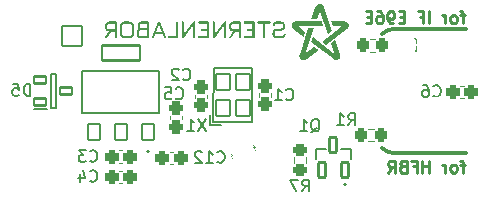
<source format=gbo>
G04 #@! TF.GenerationSoftware,KiCad,Pcbnew,8.0.3*
G04 #@! TF.CreationDate,2024-07-26T08:12:38+02:00*
G04 #@! TF.ProjectId,Midi Stick,4d696469-2053-4746-9963-6b2e6b696361,1.3*
G04 #@! TF.SameCoordinates,Original*
G04 #@! TF.FileFunction,Legend,Bot*
G04 #@! TF.FilePolarity,Positive*
%FSLAX46Y46*%
G04 Gerber Fmt 4.6, Leading zero omitted, Abs format (unit mm)*
G04 Created by KiCad (PCBNEW 8.0.3) date 2024-07-26 08:12:38*
%MOMM*%
%LPD*%
G01*
G04 APERTURE LIST*
G04 Aperture macros list*
%AMRoundRect*
0 Rectangle with rounded corners*
0 $1 Rounding radius*
0 $2 $3 $4 $5 $6 $7 $8 $9 X,Y pos of 4 corners*
0 Add a 4 corners polygon primitive as box body*
4,1,4,$2,$3,$4,$5,$6,$7,$8,$9,$2,$3,0*
0 Add four circle primitives for the rounded corners*
1,1,$1+$1,$2,$3*
1,1,$1+$1,$4,$5*
1,1,$1+$1,$6,$7*
1,1,$1+$1,$8,$9*
0 Add four rect primitives between the rounded corners*
20,1,$1+$1,$2,$3,$4,$5,0*
20,1,$1+$1,$4,$5,$6,$7,0*
20,1,$1+$1,$6,$7,$8,$9,0*
20,1,$1+$1,$8,$9,$2,$3,0*%
G04 Aperture macros list end*
%ADD10C,0.000000*%
%ADD11C,0.300000*%
%ADD12C,0.250000*%
%ADD13C,0.150000*%
%ADD14C,0.200000*%
%ADD15C,0.120000*%
%ADD16C,0.127000*%
%ADD17RoundRect,0.101600X-0.850000X0.850000X-0.850000X-0.850000X0.850000X-0.850000X0.850000X0.850000X0*%
%ADD18O,1.903200X1.903200*%
%ADD19C,1.803200*%
%ADD20C,1.422400*%
%ADD21C,1.100000*%
%ADD22O,2.203200X1.953200*%
%ADD23O,2.203200X1.453200*%
%ADD24O,2.203200X1.703200*%
%ADD25O,3.403200X2.203200*%
%ADD26RoundRect,0.101600X-0.525000X0.300000X-0.525000X-0.300000X0.525000X-0.300000X0.525000X0.300000X0*%
%ADD27RoundRect,0.275800X0.300800X-0.275800X0.300800X0.275800X-0.300800X0.275800X-0.300800X-0.275800X0*%
%ADD28RoundRect,0.250800X0.325800X-0.250800X0.325800X0.250800X-0.325800X0.250800X-0.325800X-0.250800X0*%
%ADD29RoundRect,0.275800X0.275800X0.300800X-0.275800X0.300800X-0.275800X-0.300800X0.275800X-0.300800X0*%
%ADD30RoundRect,0.250800X-0.250800X-0.325800X0.250800X-0.325800X0.250800X0.325800X-0.250800X0.325800X0*%
%ADD31RoundRect,0.101600X0.600000X-0.700000X0.600000X0.700000X-0.600000X0.700000X-0.600000X-0.700000X0*%
%ADD32RoundRect,0.085050X0.481950X-0.671950X0.481950X0.671950X-0.481950X0.671950X-0.481950X-0.671950X0*%
%ADD33RoundRect,0.113550X1.608450X-0.643450X1.608450X0.643450X-1.608450X0.643450X-1.608450X-0.643450X0*%
%ADD34RoundRect,0.275800X-0.275800X-0.300800X0.275800X-0.300800X0.275800X0.300800X-0.275800X0.300800X0*%
%ADD35RoundRect,0.099250X0.297750X-0.622750X0.297750X0.622750X-0.297750X0.622750X-0.297750X-0.622750X0*%
G04 APERTURE END LIST*
D10*
G36*
X111075867Y-56617867D02*
G01*
X111080882Y-56618141D01*
X111085750Y-56618597D01*
X111090473Y-56619235D01*
X111095049Y-56620054D01*
X111099478Y-56621054D01*
X111103761Y-56622235D01*
X111107896Y-56623596D01*
X111111884Y-56625137D01*
X111115725Y-56626857D01*
X111119418Y-56628757D01*
X111122963Y-56630835D01*
X111126360Y-56633091D01*
X111129609Y-56635526D01*
X111132709Y-56638137D01*
X111135661Y-56640926D01*
X111138448Y-56643878D01*
X111141056Y-56646978D01*
X111143484Y-56650227D01*
X111145732Y-56653624D01*
X111147800Y-56657169D01*
X111149688Y-56660862D01*
X111151397Y-56664703D01*
X111152925Y-56668691D01*
X111154274Y-56672827D01*
X111155443Y-56677109D01*
X111156432Y-56681538D01*
X111157241Y-56686114D01*
X111157871Y-56690837D01*
X111158320Y-56695706D01*
X111158590Y-56700721D01*
X111158680Y-56705882D01*
X111158680Y-57951275D01*
X111158590Y-57956436D01*
X111158320Y-57961451D01*
X111157871Y-57966320D01*
X111157241Y-57971042D01*
X111156432Y-57975618D01*
X111155443Y-57980048D01*
X111154274Y-57984330D01*
X111152925Y-57988466D01*
X111151397Y-57992454D01*
X111149688Y-57996294D01*
X111147800Y-57999987D01*
X111145732Y-58003532D01*
X111143484Y-58006929D01*
X111141056Y-58010178D01*
X111138448Y-58013279D01*
X111135661Y-58016230D01*
X111132711Y-58019018D01*
X111129614Y-58021625D01*
X111126371Y-58024053D01*
X111122982Y-58026301D01*
X111119445Y-58028369D01*
X111115760Y-58030257D01*
X111111927Y-58031966D01*
X111107946Y-58033494D01*
X111103816Y-58034843D01*
X111099537Y-58036012D01*
X111095108Y-58037001D01*
X111090529Y-58037810D01*
X111085800Y-58038440D01*
X111080920Y-58038889D01*
X111075888Y-58039159D01*
X111070706Y-58039249D01*
X110317966Y-58039249D01*
X110312805Y-58039159D01*
X110307790Y-58038889D01*
X110302921Y-58038440D01*
X110298199Y-58037810D01*
X110293623Y-58037001D01*
X110289194Y-58036012D01*
X110284911Y-58034843D01*
X110280776Y-58033494D01*
X110276788Y-58031966D01*
X110272947Y-58030257D01*
X110269254Y-58028369D01*
X110265709Y-58026301D01*
X110262312Y-58024053D01*
X110259063Y-58021625D01*
X110255963Y-58019018D01*
X110253011Y-58016230D01*
X110250223Y-58013279D01*
X110247616Y-58010178D01*
X110245188Y-58006929D01*
X110242940Y-58003532D01*
X110240872Y-57999987D01*
X110238984Y-57996294D01*
X110237275Y-57992454D01*
X110235747Y-57988466D01*
X110234398Y-57984330D01*
X110233229Y-57980048D01*
X110232240Y-57975618D01*
X110231431Y-57971042D01*
X110230801Y-57966320D01*
X110230352Y-57961451D01*
X110230082Y-57956436D01*
X110229992Y-57951275D01*
X110230082Y-57946114D01*
X110230352Y-57941099D01*
X110230801Y-57936231D01*
X110231431Y-57931508D01*
X110232240Y-57926932D01*
X110233229Y-57922503D01*
X110234398Y-57918220D01*
X110235747Y-57914085D01*
X110237275Y-57910097D01*
X110238984Y-57906256D01*
X110240872Y-57902563D01*
X110242940Y-57899018D01*
X110245188Y-57895621D01*
X110247616Y-57892373D01*
X110250223Y-57889272D01*
X110253011Y-57886321D01*
X110253011Y-57886055D01*
X110255963Y-57883268D01*
X110259063Y-57880660D01*
X110262312Y-57878232D01*
X110265709Y-57875985D01*
X110269255Y-57873917D01*
X110272948Y-57872028D01*
X110276788Y-57870320D01*
X110280776Y-57868791D01*
X110284912Y-57867443D01*
X110289194Y-57866274D01*
X110293624Y-57865285D01*
X110298200Y-57864475D01*
X110302922Y-57863846D01*
X110307791Y-57863396D01*
X110312806Y-57863127D01*
X110317967Y-57863037D01*
X110982600Y-57863037D01*
X110982600Y-57410070D01*
X110565352Y-57410070D01*
X110560191Y-57409980D01*
X110555176Y-57409710D01*
X110550307Y-57409260D01*
X110545585Y-57408631D01*
X110541008Y-57407822D01*
X110536579Y-57406833D01*
X110532297Y-57405664D01*
X110528161Y-57404315D01*
X110524173Y-57402787D01*
X110520333Y-57401078D01*
X110516640Y-57399190D01*
X110513095Y-57397122D01*
X110509698Y-57394874D01*
X110506449Y-57392446D01*
X110503348Y-57389838D01*
X110500397Y-57387051D01*
X110497609Y-57384099D01*
X110495002Y-57380999D01*
X110492574Y-57377750D01*
X110490326Y-57374353D01*
X110488258Y-57370808D01*
X110486370Y-57367115D01*
X110484661Y-57363274D01*
X110483132Y-57359286D01*
X110481784Y-57355151D01*
X110480615Y-57350868D01*
X110479626Y-57346439D01*
X110478816Y-57341863D01*
X110478187Y-57337141D01*
X110477737Y-57332272D01*
X110477468Y-57327257D01*
X110477378Y-57322096D01*
X110477468Y-57316936D01*
X110477737Y-57311925D01*
X110478187Y-57307062D01*
X110478816Y-57302347D01*
X110479626Y-57297779D01*
X110480615Y-57293358D01*
X110481784Y-57289083D01*
X110483132Y-57284955D01*
X110484661Y-57280972D01*
X110486370Y-57277135D01*
X110488258Y-57273442D01*
X110490326Y-57269894D01*
X110492574Y-57266491D01*
X110495002Y-57263231D01*
X110497609Y-57260114D01*
X110500397Y-57257141D01*
X110503348Y-57254353D01*
X110506449Y-57251746D01*
X110509698Y-57249318D01*
X110513095Y-57247070D01*
X110516640Y-57245002D01*
X110520333Y-57243114D01*
X110524173Y-57241405D01*
X110528161Y-57239877D01*
X110532297Y-57238528D01*
X110536579Y-57237359D01*
X110541008Y-57236370D01*
X110545585Y-57235561D01*
X110550307Y-57234931D01*
X110555176Y-57234482D01*
X110560191Y-57234212D01*
X110565352Y-57234122D01*
X110982600Y-57234122D01*
X110982600Y-56793856D01*
X110317966Y-56793856D01*
X110312805Y-56793766D01*
X110307790Y-56793496D01*
X110302921Y-56793046D01*
X110298199Y-56792417D01*
X110293623Y-56791608D01*
X110289194Y-56790619D01*
X110284911Y-56789450D01*
X110280776Y-56788101D01*
X110276788Y-56786572D01*
X110272947Y-56784864D01*
X110269254Y-56782976D01*
X110265709Y-56780908D01*
X110262312Y-56778660D01*
X110259063Y-56776232D01*
X110255963Y-56773624D01*
X110253011Y-56770837D01*
X110250223Y-56767885D01*
X110247616Y-56764785D01*
X110245188Y-56761536D01*
X110242940Y-56758139D01*
X110240872Y-56754594D01*
X110238984Y-56750901D01*
X110237275Y-56747060D01*
X110235747Y-56743072D01*
X110234398Y-56738937D01*
X110233229Y-56734654D01*
X110232240Y-56730225D01*
X110231431Y-56725649D01*
X110230801Y-56720926D01*
X110230352Y-56716058D01*
X110230082Y-56711043D01*
X110229992Y-56705882D01*
X110230082Y-56700721D01*
X110230352Y-56695706D01*
X110230801Y-56690837D01*
X110231431Y-56686114D01*
X110232240Y-56681538D01*
X110233229Y-56677109D01*
X110234398Y-56672826D01*
X110235747Y-56668691D01*
X110237275Y-56664703D01*
X110238984Y-56660862D01*
X110240872Y-56657169D01*
X110242940Y-56653624D01*
X110245188Y-56650227D01*
X110247616Y-56646978D01*
X110250223Y-56643878D01*
X110253011Y-56640926D01*
X110255963Y-56638137D01*
X110259063Y-56635526D01*
X110262312Y-56633091D01*
X110265709Y-56630835D01*
X110269254Y-56628757D01*
X110272947Y-56626857D01*
X110276788Y-56625137D01*
X110280776Y-56623596D01*
X110284911Y-56622235D01*
X110289194Y-56621054D01*
X110293623Y-56620054D01*
X110298199Y-56619235D01*
X110302922Y-56618597D01*
X110307791Y-56618141D01*
X110312806Y-56617867D01*
X110317966Y-56617775D01*
X111070706Y-56617775D01*
X111075867Y-56617867D01*
G37*
G36*
X109171451Y-67796500D02*
G01*
X109171961Y-67797740D01*
X109172471Y-67798980D01*
X109174961Y-67797950D01*
X109175471Y-67799190D01*
X109175981Y-67800430D01*
X109176501Y-67801680D01*
X109177011Y-67802920D01*
X109177531Y-67804160D01*
X109178041Y-67805400D01*
X109178551Y-67806640D01*
X109179791Y-67806130D01*
X109180311Y-67807370D01*
X109180821Y-67808610D01*
X109181341Y-67809850D01*
X109181851Y-67811090D01*
X109182361Y-67812330D01*
X109184841Y-67811300D01*
X109185361Y-67812540D01*
X109185871Y-67813780D01*
X109186391Y-67815020D01*
X109186901Y-67816260D01*
X109187411Y-67817500D01*
X109187931Y-67818740D01*
X109188441Y-67819980D01*
X109190921Y-67818960D01*
X109191441Y-67820200D01*
X109191951Y-67821440D01*
X109192461Y-67822680D01*
X109192981Y-67823920D01*
X109193491Y-67825160D01*
X109194731Y-67824650D01*
X109195251Y-67825890D01*
X109195761Y-67827130D01*
X109196281Y-67828370D01*
X109196791Y-67829610D01*
X109197301Y-67830850D01*
X109197821Y-67832090D01*
X109200301Y-67831060D01*
X109200811Y-67832300D01*
X109201331Y-67833550D01*
X109201841Y-67834790D01*
X109202351Y-67836020D01*
X109202871Y-67837270D01*
X109203381Y-67838510D01*
X109203891Y-67839750D01*
X109206381Y-67838720D01*
X109206891Y-67839960D01*
X109207411Y-67841200D01*
X109207921Y-67842440D01*
X109208431Y-67843680D01*
X109208951Y-67844920D01*
X109210191Y-67844410D01*
X109210701Y-67845650D01*
X109211221Y-67846890D01*
X109211731Y-67848130D01*
X109212241Y-67849370D01*
X109212761Y-67850610D01*
X109213271Y-67851850D01*
X109213791Y-67853100D01*
X109216271Y-67852070D01*
X109216781Y-67853310D01*
X109217291Y-67854550D01*
X109217811Y-67855790D01*
X109218321Y-67857030D01*
X109218831Y-67858270D01*
X109219351Y-67859510D01*
X109221831Y-67858480D01*
X109222341Y-67859720D01*
X109222861Y-67860960D01*
X109223371Y-67862200D01*
X109223891Y-67863450D01*
X109224401Y-67864690D01*
X109225641Y-67864170D01*
X109226151Y-67865420D01*
X109226671Y-67866660D01*
X109227181Y-67867900D01*
X109227701Y-67869140D01*
X109228211Y-67870380D01*
X109228721Y-67871620D01*
X109229241Y-67872860D01*
X109231721Y-67871830D01*
X109232231Y-67873070D01*
X109232751Y-67874310D01*
X109233261Y-67875550D01*
X109233781Y-67876790D01*
X109234291Y-67878030D01*
X109234801Y-67879280D01*
X109235321Y-67880520D01*
X109237801Y-67879490D01*
X109238321Y-67880730D01*
X109238831Y-67881970D01*
X109239341Y-67883210D01*
X109239861Y-67884450D01*
X109240371Y-67885690D01*
X109241611Y-67885180D01*
X109242121Y-67886420D01*
X109242641Y-67887660D01*
X109243151Y-67888900D01*
X109243671Y-67890140D01*
X109244181Y-67891380D01*
X109244691Y-67892620D01*
X109247171Y-67891590D01*
X109247691Y-67892830D01*
X109248201Y-67894070D01*
X109248721Y-67895320D01*
X109249231Y-67896560D01*
X109249741Y-67897790D01*
X109250261Y-67899040D01*
X109250771Y-67900280D01*
X109253251Y-67899250D01*
X109253771Y-67900490D01*
X109254281Y-67901730D01*
X109254791Y-67902970D01*
X109255311Y-67904210D01*
X109255821Y-67905460D01*
X109257061Y-67904940D01*
X109257581Y-67906180D01*
X109258091Y-67907420D01*
X109258611Y-67908660D01*
X109259121Y-67909900D01*
X109259631Y-67911140D01*
X109260141Y-67912380D01*
X109260661Y-67913620D01*
X109263141Y-67912600D01*
X109263651Y-67913840D01*
X109264171Y-67915080D01*
X109264681Y-67916320D01*
X109265201Y-67917560D01*
X109265711Y-67918800D01*
X109268191Y-67917770D01*
X109268711Y-67919010D01*
X109269221Y-67920250D01*
X109269731Y-67921500D01*
X109270251Y-67922740D01*
X109270761Y-67923980D01*
X109271271Y-67925220D01*
X109272521Y-67924700D01*
X109273031Y-67925940D01*
X109273541Y-67927190D01*
X109274061Y-67928420D01*
X109274571Y-67929670D01*
X109275081Y-67930910D01*
X109275601Y-67932150D01*
X109276111Y-67933390D01*
X109278601Y-67932360D01*
X109279111Y-67933600D01*
X109279621Y-67934840D01*
X109280141Y-67936080D01*
X109280651Y-67937320D01*
X109281171Y-67938560D01*
X109283651Y-67937540D01*
X109284161Y-67938780D01*
X109284671Y-67940010D01*
X109285191Y-67941260D01*
X109285701Y-67942500D01*
X109286221Y-67943740D01*
X109286731Y-67944980D01*
X109287241Y-67946220D01*
X109288491Y-67945710D01*
X109289001Y-67946950D01*
X109289511Y-67948190D01*
X109290031Y-67949430D01*
X109290541Y-67950670D01*
X109291051Y-67951910D01*
X109293541Y-67950880D01*
X109294051Y-67952120D01*
X109294561Y-67953360D01*
X109295081Y-67954600D01*
X109295591Y-67955850D01*
X109296111Y-67957090D01*
X109296621Y-67958330D01*
X109299101Y-67957300D01*
X109299611Y-67958540D01*
X109300131Y-67959780D01*
X109300641Y-67961020D01*
X109301161Y-67962260D01*
X109301671Y-67963500D01*
X109302181Y-67964740D01*
X109302701Y-67965980D01*
X109303941Y-67965470D01*
X109304451Y-67966710D01*
X109304971Y-67967950D01*
X109305481Y-67969190D01*
X109305991Y-67970430D01*
X109306511Y-67971670D01*
X109308991Y-67970650D01*
X109309501Y-67971890D01*
X109310021Y-67973130D01*
X109310531Y-67974370D01*
X109311051Y-67975610D01*
X109311561Y-67976850D01*
X109312071Y-67978090D01*
X109312591Y-67979330D01*
X109315071Y-67978300D01*
X109315591Y-67979540D01*
X109316101Y-67980780D01*
X109316611Y-67982030D01*
X109317121Y-67983270D01*
X109317641Y-67984510D01*
X109318151Y-67985750D01*
X109319401Y-67985230D01*
X109319911Y-67986470D01*
X109320421Y-67987710D01*
X109320931Y-67988960D01*
X109321451Y-67990200D01*
X109321961Y-67991440D01*
X109324441Y-67990410D01*
X109324961Y-67991650D01*
X109325471Y-67992890D01*
X109325991Y-67994130D01*
X109326501Y-67995370D01*
X109327011Y-67996610D01*
X109327531Y-67997850D01*
X109328041Y-67999100D01*
X109330521Y-67998070D01*
X109331041Y-67999310D01*
X109331551Y-68000550D01*
X109332061Y-68001790D01*
X109332581Y-68003030D01*
X109333091Y-68004270D01*
X109333611Y-68005510D01*
X109334121Y-68006750D01*
X109335361Y-68006240D01*
X109335871Y-68007480D01*
X109336391Y-68008720D01*
X109336901Y-68009960D01*
X109337421Y-68011200D01*
X109337931Y-68012440D01*
X109340411Y-68011410D01*
X109340921Y-68012650D01*
X109341441Y-68013890D01*
X109341951Y-68015130D01*
X109342471Y-68016370D01*
X109342981Y-68017620D01*
X109343491Y-68018860D01*
X109345981Y-68017830D01*
X109346491Y-68019070D01*
X109347001Y-68020310D01*
X109347521Y-68021550D01*
X109348031Y-68022790D01*
X109348551Y-68024030D01*
X109349061Y-68025270D01*
X109349581Y-68026510D01*
X109350811Y-68026000D01*
X109351331Y-68027240D01*
X109351841Y-68028480D01*
X109352361Y-68029720D01*
X109352871Y-68030960D01*
X109353391Y-68032200D01*
X109355871Y-68031180D01*
X109356381Y-68032420D01*
X109356901Y-68033660D01*
X109357411Y-68034900D01*
X109357921Y-68036140D01*
X109358441Y-68037380D01*
X109358951Y-68038620D01*
X109359461Y-68039860D01*
X109361951Y-68038830D01*
X109362461Y-68040070D01*
X109362971Y-68041320D01*
X109363491Y-68042560D01*
X109364001Y-68043800D01*
X109364511Y-68045040D01*
X109362031Y-68046060D01*
X109361521Y-68044820D01*
X109361011Y-68043580D01*
X109357281Y-68045130D01*
X109356771Y-68043880D01*
X109356261Y-68042640D01*
X109351291Y-68044700D01*
X109350781Y-68043460D01*
X109347061Y-68045000D01*
X109346541Y-68043760D01*
X109346031Y-68042520D01*
X109342311Y-68044060D01*
X109341791Y-68042820D01*
X109341281Y-68041580D01*
X109336321Y-68043630D01*
X109335801Y-68042390D01*
X109332081Y-68043940D01*
X109331561Y-68042690D01*
X109331051Y-68041450D01*
X109327331Y-68043000D01*
X109326821Y-68041750D01*
X109326301Y-68040510D01*
X109321341Y-68042570D01*
X109320821Y-68041330D01*
X109317101Y-68042870D01*
X109316591Y-68041630D01*
X109316081Y-68040390D01*
X109312351Y-68041930D01*
X109311841Y-68040690D01*
X109311331Y-68039450D01*
X109306361Y-68041510D01*
X109305851Y-68040270D01*
X109302131Y-68041810D01*
X109301611Y-68040570D01*
X109301101Y-68039330D01*
X109297381Y-68040870D01*
X109296861Y-68039630D01*
X109296351Y-68038390D01*
X109291391Y-68040440D01*
X109290871Y-68039200D01*
X109287151Y-68040740D01*
X109286631Y-68039500D01*
X109286121Y-68038260D01*
X109282401Y-68039800D01*
X109281881Y-68038560D01*
X109281371Y-68037320D01*
X109276411Y-68039380D01*
X109275901Y-68038140D01*
X109272171Y-68039680D01*
X109271661Y-68038440D01*
X109271151Y-68037200D01*
X109267421Y-68038740D01*
X109266911Y-68037500D01*
X109266401Y-68036260D01*
X109261431Y-68038310D01*
X109260921Y-68037070D01*
X109257201Y-68038620D01*
X109256691Y-68037370D01*
X109256171Y-68036130D01*
X109252451Y-68037670D01*
X109251931Y-68036430D01*
X109251421Y-68035190D01*
X109246451Y-68037250D01*
X109245941Y-68036010D01*
X109242221Y-68037550D01*
X109241711Y-68036310D01*
X109241191Y-68035070D01*
X109237471Y-68036610D01*
X109236961Y-68035370D01*
X109236441Y-68034130D01*
X109231481Y-68036180D01*
X109230971Y-68034940D01*
X109227241Y-68036490D01*
X109226731Y-68035240D01*
X109226221Y-68034000D01*
X109222491Y-68035550D01*
X109221981Y-68034310D01*
X109221471Y-68033070D01*
X109216501Y-68035120D01*
X109217021Y-68036360D01*
X109217531Y-68037600D01*
X109218041Y-68038840D01*
X109218561Y-68040080D01*
X109221041Y-68039050D01*
X109221551Y-68040300D01*
X109222071Y-68041540D01*
X109222581Y-68042780D01*
X109223091Y-68044020D01*
X109223611Y-68045260D01*
X109224121Y-68046500D01*
X109224641Y-68047740D01*
X109225151Y-68048980D01*
X109225661Y-68050220D01*
X109226181Y-68051460D01*
X109228661Y-68050430D01*
X109229181Y-68051680D01*
X109229691Y-68052920D01*
X109230201Y-68054150D01*
X109230721Y-68055400D01*
X109231231Y-68056640D01*
X109231741Y-68057880D01*
X109232261Y-68059120D01*
X109232771Y-68060360D01*
X109233291Y-68061600D01*
X109233801Y-68062840D01*
X109234311Y-68064080D01*
X109235551Y-68063570D01*
X109236071Y-68064810D01*
X109236581Y-68066050D01*
X109237101Y-68067290D01*
X109237611Y-68068530D01*
X109238121Y-68069770D01*
X109238641Y-68071010D01*
X109239151Y-68072250D01*
X109239661Y-68073490D01*
X109240181Y-68074730D01*
X109240691Y-68075970D01*
X109243171Y-68074940D01*
X109243691Y-68076190D01*
X109244201Y-68077430D01*
X109244721Y-68078670D01*
X109245231Y-68079910D01*
X109245751Y-68081150D01*
X109246261Y-68082390D01*
X109246771Y-68083630D01*
X109247281Y-68084870D01*
X109247801Y-68086110D01*
X109248311Y-68087360D01*
X109248831Y-68088590D01*
X109249341Y-68089840D01*
X109251821Y-68088810D01*
X109252341Y-68090050D01*
X109252851Y-68091290D01*
X109253371Y-68092530D01*
X109253881Y-68093770D01*
X109254391Y-68095010D01*
X109254911Y-68096250D01*
X109255421Y-68097490D01*
X109255931Y-68098730D01*
X109256451Y-68099970D01*
X109256961Y-68101210D01*
X109258201Y-68100700D01*
X109258721Y-68101940D01*
X109259231Y-68103180D01*
X109259741Y-68104420D01*
X109260261Y-68105670D01*
X109260771Y-68106910D01*
X109261291Y-68108150D01*
X109261801Y-68109390D01*
X109262311Y-68110630D01*
X109262831Y-68111870D01*
X109263341Y-68113110D01*
X109265821Y-68112080D01*
X109266331Y-68113320D01*
X109266851Y-68114560D01*
X109267361Y-68115800D01*
X109267881Y-68117040D01*
X109268391Y-68118280D01*
X109268911Y-68119530D01*
X109269421Y-68120770D01*
X109269931Y-68122010D01*
X109270451Y-68123250D01*
X109270961Y-68124490D01*
X109271481Y-68125730D01*
X109271991Y-68126970D01*
X109274471Y-68125940D01*
X109274991Y-68127180D01*
X109275501Y-68128420D01*
X109276011Y-68129660D01*
X109276531Y-68130900D01*
X109277041Y-68132140D01*
X109277561Y-68133390D01*
X109278071Y-68134620D01*
X109278581Y-68135870D01*
X109279101Y-68137110D01*
X109279611Y-68138350D01*
X109280851Y-68137830D01*
X109281371Y-68139070D01*
X109281881Y-68140310D01*
X109282391Y-68141550D01*
X109282911Y-68142800D01*
X109283421Y-68144040D01*
X109283941Y-68145280D01*
X109284451Y-68146520D01*
X109284961Y-68147760D01*
X109285481Y-68149000D01*
X109285991Y-68150240D01*
X109288471Y-68149210D01*
X109288991Y-68150450D01*
X109289501Y-68151700D01*
X109290011Y-68152940D01*
X109290531Y-68154170D01*
X109291041Y-68155420D01*
X109291561Y-68156660D01*
X109292071Y-68157900D01*
X109292581Y-68159140D01*
X109293101Y-68160380D01*
X109293611Y-68161620D01*
X109294121Y-68162860D01*
X109296611Y-68161830D01*
X109297121Y-68163070D01*
X109297631Y-68164310D01*
X109298151Y-68165550D01*
X109298661Y-68166800D01*
X109299171Y-68168040D01*
X109299691Y-68169280D01*
X109300211Y-68170520D01*
X109300721Y-68171760D01*
X109301231Y-68173000D01*
X109301741Y-68174240D01*
X109302991Y-68173730D01*
X109303501Y-68174970D01*
X109304021Y-68176210D01*
X109304531Y-68177450D01*
X109305041Y-68178690D01*
X109305551Y-68179930D01*
X109310521Y-68177870D01*
X109310001Y-68176630D01*
X109311251Y-68176120D01*
X109310731Y-68174880D01*
X109310221Y-68173640D01*
X109312701Y-68172610D01*
X109312191Y-68171370D01*
X109311671Y-68170130D01*
X109314151Y-68169100D01*
X109313641Y-68167860D01*
X109314881Y-68167350D01*
X109314371Y-68166110D01*
X109313851Y-68164870D01*
X109316331Y-68163840D01*
X109315821Y-68162600D01*
X109315311Y-68161360D01*
X109317791Y-68160330D01*
X109317271Y-68159090D01*
X109318511Y-68158570D01*
X109318001Y-68157330D01*
X109317491Y-68156090D01*
X109319971Y-68155060D01*
X109319461Y-68153820D01*
X109318941Y-68152580D01*
X109321421Y-68151550D01*
X109320911Y-68150310D01*
X109322151Y-68149800D01*
X109321641Y-68148560D01*
X109321121Y-68147320D01*
X109323601Y-68146290D01*
X109324121Y-68147530D01*
X109324631Y-68148770D01*
X109322151Y-68149800D01*
X109322661Y-68151040D01*
X109323181Y-68152280D01*
X109323691Y-68153520D01*
X109324201Y-68154760D01*
X109324721Y-68156000D01*
X109323481Y-68156520D01*
X109323991Y-68157760D01*
X109324511Y-68159000D01*
X109325021Y-68160240D01*
X109325531Y-68161480D01*
X109326051Y-68162720D01*
X109326561Y-68163960D01*
X109324081Y-68164990D01*
X109324591Y-68166230D01*
X109325111Y-68167470D01*
X109325621Y-68168710D01*
X109326141Y-68169950D01*
X109326651Y-68171190D01*
X109327161Y-68172430D01*
X109327681Y-68173670D01*
X109328191Y-68174920D01*
X109328701Y-68176160D01*
X109326221Y-68177180D01*
X109326741Y-68178430D01*
X109327251Y-68179670D01*
X109327761Y-68180910D01*
X109328281Y-68182150D01*
X109328791Y-68183390D01*
X109329311Y-68184630D01*
X109328061Y-68185140D01*
X109328581Y-68186380D01*
X109329091Y-68187620D01*
X109329611Y-68188860D01*
X109330121Y-68190110D01*
X109330631Y-68191350D01*
X109331151Y-68192590D01*
X109331661Y-68193830D01*
X109332181Y-68195070D01*
X109332691Y-68196310D01*
X109330211Y-68197330D01*
X109330721Y-68198580D01*
X109331241Y-68199820D01*
X109331751Y-68201060D01*
X109332271Y-68202300D01*
X109332781Y-68203540D01*
X109333291Y-68204780D01*
X109333811Y-68206020D01*
X109334321Y-68207260D01*
X109331841Y-68208290D01*
X109332351Y-68209530D01*
X109332871Y-68210770D01*
X109333381Y-68212010D01*
X109333901Y-68213250D01*
X109334411Y-68214490D01*
X109334921Y-68215730D01*
X109335441Y-68216970D01*
X109335951Y-68218210D01*
X109334711Y-68218730D01*
X109335221Y-68219970D01*
X109335741Y-68221210D01*
X109336251Y-68222450D01*
X109336771Y-68223690D01*
X109337281Y-68224930D01*
X109337791Y-68226170D01*
X109338311Y-68227410D01*
X109338821Y-68228650D01*
X109339341Y-68229890D01*
X109336861Y-68230920D01*
X109337371Y-68232160D01*
X109337881Y-68233410D01*
X109338401Y-68234640D01*
X109338911Y-68235890D01*
X109339421Y-68237130D01*
X109339941Y-68238370D01*
X109340451Y-68239610D01*
X109340971Y-68240850D01*
X109338491Y-68241880D01*
X109339001Y-68243120D01*
X109339511Y-68244360D01*
X109340031Y-68245600D01*
X109340541Y-68246840D01*
X109341051Y-68248080D01*
X109341571Y-68249320D01*
X109342081Y-68250560D01*
X109342601Y-68251800D01*
X109341351Y-68252320D01*
X109341871Y-68253560D01*
X109342381Y-68254800D01*
X109342901Y-68256040D01*
X109343411Y-68257280D01*
X109343921Y-68258520D01*
X109344441Y-68259760D01*
X109344951Y-68261000D01*
X109345471Y-68262240D01*
X109345981Y-68263480D01*
X109343501Y-68264510D01*
X109344011Y-68265750D01*
X109344531Y-68266990D01*
X109345041Y-68268230D01*
X109345551Y-68269470D01*
X109346071Y-68270720D01*
X109346581Y-68271950D01*
X109347101Y-68273200D01*
X109347611Y-68274440D01*
X109348121Y-68275680D01*
X109348641Y-68276920D01*
X109346151Y-68277940D01*
X109346671Y-68279190D01*
X109347181Y-68280430D01*
X109347701Y-68281670D01*
X109346461Y-68282180D01*
X109345941Y-68280940D01*
X109345431Y-68279700D01*
X109342951Y-68280730D01*
X109342431Y-68279490D01*
X109341921Y-68278250D01*
X109341411Y-68277000D01*
X109338931Y-68278030D01*
X109338411Y-68276790D01*
X109337901Y-68275550D01*
X109336661Y-68276070D01*
X109336141Y-68274830D01*
X109335631Y-68273590D01*
X109335121Y-68272340D01*
X109332631Y-68273370D01*
X109332121Y-68272130D01*
X109331601Y-68270890D01*
X109329121Y-68271920D01*
X109328611Y-68270680D01*
X109328091Y-68269440D01*
X109327581Y-68268200D01*
X109326341Y-68268710D01*
X109325831Y-68267470D01*
X109325311Y-68266230D01*
X109322831Y-68267260D01*
X109322321Y-68266020D01*
X109321811Y-68264780D01*
X109321291Y-68263530D01*
X109318811Y-68264560D01*
X109318301Y-68263320D01*
X109317781Y-68262080D01*
X109316541Y-68262590D01*
X109316031Y-68261350D01*
X109313541Y-68262380D01*
X109313031Y-68261140D01*
X109312521Y-68259900D01*
X109312001Y-68258660D01*
X109311491Y-68257420D01*
X109309011Y-68258450D01*
X109308491Y-68257210D01*
X109307251Y-68257720D01*
X109306741Y-68256480D01*
X109306231Y-68255240D01*
X109305711Y-68254000D01*
X109305201Y-68252760D01*
X109302711Y-68253790D01*
X109302201Y-68252550D01*
X109299721Y-68253570D01*
X109299211Y-68252330D01*
X109298691Y-68251090D01*
X109298181Y-68249850D01*
X109297671Y-68248610D01*
X109296431Y-68249120D01*
X109295911Y-68247880D01*
X109293431Y-68248910D01*
X109292921Y-68247670D01*
X109292401Y-68246430D01*
X109291891Y-68245190D01*
X109291371Y-68243950D01*
X109288891Y-68244970D01*
X109288381Y-68243740D01*
X109287141Y-68244250D01*
X109286621Y-68243010D01*
X109286111Y-68241770D01*
X109285601Y-68240530D01*
X109285081Y-68239290D01*
X109282601Y-68240310D01*
X109282091Y-68239070D01*
X109279601Y-68240100D01*
X109279091Y-68238860D01*
X109278571Y-68237620D01*
X109278061Y-68236380D01*
X109277551Y-68235140D01*
X109276311Y-68235650D01*
X109275791Y-68234410D01*
X109273311Y-68235440D01*
X109272801Y-68234200D01*
X109272291Y-68232960D01*
X109271771Y-68231720D01*
X109271261Y-68230480D01*
X109268781Y-68231500D01*
X109268261Y-68230260D01*
X109267021Y-68230780D01*
X109266511Y-68229540D01*
X109265991Y-68228290D01*
X109265481Y-68227060D01*
X109264971Y-68225820D01*
X109262481Y-68226840D01*
X109261971Y-68225600D01*
X109259491Y-68226630D01*
X109258971Y-68225390D01*
X109258461Y-68224150D01*
X109257951Y-68222910D01*
X109257431Y-68221670D01*
X109256191Y-68222180D01*
X109255681Y-68220940D01*
X109253201Y-68221970D01*
X109252681Y-68220730D01*
X109252171Y-68219490D01*
X109251661Y-68218250D01*
X109251141Y-68217000D01*
X109248661Y-68218030D01*
X109248151Y-68216790D01*
X109247631Y-68215550D01*
X109247121Y-68214310D01*
X109245881Y-68214830D01*
X109245361Y-68213580D01*
X109244851Y-68212340D01*
X109242371Y-68213370D01*
X109241861Y-68212130D01*
X109239371Y-68213160D01*
X109238861Y-68211920D01*
X109238341Y-68210670D01*
X109237831Y-68209440D01*
X109237321Y-68208200D01*
X109236081Y-68208710D01*
X109235561Y-68207470D01*
X109235051Y-68206230D01*
X109234531Y-68204990D01*
X109235781Y-68204470D01*
X109236291Y-68205710D01*
X109236801Y-68206950D01*
X109241771Y-68204900D01*
X109242281Y-68206140D01*
X109246001Y-68204600D01*
X109246511Y-68205840D01*
X109247031Y-68207080D01*
X109253231Y-68204510D01*
X109253751Y-68205750D01*
X109254261Y-68206990D01*
X109257991Y-68205450D01*
X109258501Y-68206690D01*
X109264701Y-68204120D01*
X109265221Y-68205360D01*
X109265731Y-68206600D01*
X109270691Y-68204550D01*
X109271201Y-68205790D01*
X109271721Y-68207030D01*
X109272961Y-68206510D01*
X109272451Y-68205270D01*
X109271931Y-68204030D01*
X109271421Y-68202790D01*
X109270911Y-68201550D01*
X109270391Y-68200310D01*
X109269151Y-68200830D01*
X109268641Y-68199590D01*
X109268121Y-68198340D01*
X109267611Y-68197100D01*
X109267091Y-68195860D01*
X109266581Y-68194620D01*
X109264101Y-68195650D01*
X109263591Y-68194410D01*
X109263071Y-68193170D01*
X109262561Y-68191930D01*
X109262041Y-68190680D01*
X109261531Y-68189450D01*
X109261021Y-68188210D01*
X109260501Y-68186960D01*
X109258021Y-68187990D01*
X109257511Y-68186750D01*
X109256991Y-68185510D01*
X109256481Y-68184270D01*
X109255961Y-68183030D01*
X109255451Y-68181790D01*
X109254211Y-68182300D01*
X109253701Y-68181060D01*
X109253181Y-68179820D01*
X109252671Y-68178580D01*
X109252151Y-68177340D01*
X109251641Y-68176100D01*
X109251131Y-68174860D01*
X109250611Y-68173620D01*
X109248131Y-68174640D01*
X109247621Y-68173400D01*
X109247101Y-68172160D01*
X109246591Y-68170920D01*
X109246081Y-68169680D01*
X109245561Y-68168440D01*
X109245051Y-68167200D01*
X109242571Y-68168230D01*
X109242051Y-68166990D01*
X109241541Y-68165750D01*
X109241031Y-68164510D01*
X109240511Y-68163270D01*
X109240001Y-68162030D01*
X109239481Y-68160780D01*
X109238971Y-68159540D01*
X109237731Y-68160060D01*
X109237221Y-68158820D01*
X109236701Y-68157570D01*
X109236191Y-68156330D01*
X109235671Y-68155090D01*
X109235161Y-68153850D01*
X109234651Y-68152610D01*
X109234131Y-68151370D01*
X109231651Y-68152400D01*
X109231141Y-68151160D01*
X109230621Y-68149920D01*
X109230111Y-68148680D01*
X109229591Y-68147440D01*
X109229081Y-68146200D01*
X109228561Y-68144950D01*
X109226081Y-68145980D01*
X109225571Y-68144740D01*
X109225051Y-68143500D01*
X109224541Y-68142260D01*
X109224031Y-68141020D01*
X109223521Y-68139780D01*
X109222271Y-68140300D01*
X109221761Y-68139050D01*
X109221241Y-68137810D01*
X109220731Y-68136570D01*
X109220221Y-68135330D01*
X109219711Y-68134090D01*
X109219191Y-68132850D01*
X109218681Y-68131610D01*
X109216191Y-68132640D01*
X109215681Y-68131400D01*
X109215171Y-68130150D01*
X109214651Y-68128910D01*
X109214141Y-68127680D01*
X109213631Y-68126430D01*
X109213111Y-68125190D01*
X109212601Y-68123950D01*
X109210121Y-68124980D01*
X109209601Y-68123740D01*
X109209091Y-68122500D01*
X109208571Y-68121260D01*
X109208061Y-68120010D01*
X109207551Y-68118770D01*
X109207031Y-68117540D01*
X109205791Y-68118050D01*
X109205281Y-68116810D01*
X109204761Y-68115570D01*
X109204251Y-68114330D01*
X109203741Y-68113090D01*
X109203231Y-68111850D01*
X109200741Y-68112870D01*
X109200231Y-68111630D01*
X109199721Y-68110390D01*
X109199201Y-68109150D01*
X109198691Y-68107910D01*
X109198171Y-68106670D01*
X109197661Y-68105430D01*
X109197141Y-68104190D01*
X109194661Y-68105220D01*
X109194151Y-68103980D01*
X109193631Y-68102730D01*
X109193121Y-68101500D01*
X109192611Y-68100250D01*
X109192091Y-68099010D01*
X109191581Y-68097770D01*
X109191061Y-68096530D01*
X109189821Y-68097050D01*
X109189311Y-68095800D01*
X109188791Y-68094560D01*
X109188281Y-68093320D01*
X109187771Y-68092080D01*
X109187251Y-68090840D01*
X109186741Y-68089600D01*
X109184261Y-68090630D01*
X109183751Y-68089390D01*
X109183231Y-68088150D01*
X109182721Y-68086910D01*
X109182201Y-68085670D01*
X109181691Y-68084430D01*
X109181181Y-68083180D01*
X109180661Y-68081940D01*
X109178181Y-68082970D01*
X109177671Y-68081730D01*
X109177151Y-68080490D01*
X109176641Y-68079250D01*
X109176131Y-68078010D01*
X109175611Y-68076770D01*
X109174371Y-68077280D01*
X109173861Y-68076040D01*
X109173341Y-68074800D01*
X109172831Y-68073560D01*
X109172321Y-68072320D01*
X109171801Y-68071080D01*
X109171291Y-68069840D01*
X109170771Y-68068590D01*
X109168291Y-68069630D01*
X109167781Y-68068380D01*
X109167261Y-68067140D01*
X109166751Y-68065900D01*
X109166241Y-68064660D01*
X109165721Y-68063420D01*
X109165211Y-68062180D01*
X109162731Y-68063210D01*
X109162211Y-68061970D01*
X109161701Y-68060730D01*
X109161191Y-68059490D01*
X109160671Y-68058250D01*
X109160161Y-68057000D01*
X109159641Y-68055760D01*
X109159131Y-68054520D01*
X109157891Y-68055040D01*
X109157371Y-68053800D01*
X109156861Y-68052560D01*
X109156341Y-68051320D01*
X109155831Y-68050080D01*
X109155321Y-68048840D01*
X109152841Y-68049860D01*
X109152321Y-68048620D01*
X109151811Y-68047380D01*
X109151301Y-68046140D01*
X109150781Y-68044900D01*
X109150271Y-68043660D01*
X109149751Y-68042420D01*
X109149241Y-68041180D01*
X109146761Y-68042200D01*
X109146251Y-68040960D01*
X109145731Y-68039720D01*
X109145221Y-68038480D01*
X109144701Y-68037240D01*
X109144191Y-68036000D01*
X109143681Y-68034760D01*
X109142441Y-68035270D01*
X109141921Y-68034040D01*
X109141401Y-68032790D01*
X109140891Y-68031550D01*
X109140381Y-68030310D01*
X109139871Y-68029070D01*
X109139351Y-68027830D01*
X109138841Y-68026590D01*
X109136361Y-68027620D01*
X109135841Y-68026370D01*
X109135331Y-68025140D01*
X109134811Y-68023900D01*
X109134301Y-68022650D01*
X109133791Y-68021410D01*
X109133271Y-68020170D01*
X109132761Y-68018930D01*
X109130281Y-68019960D01*
X109129761Y-68018720D01*
X109129251Y-68017480D01*
X109128741Y-68016240D01*
X109128221Y-68015000D01*
X109127711Y-68013760D01*
X109126471Y-68014270D01*
X109125951Y-68013030D01*
X109125441Y-68011790D01*
X109124931Y-68010550D01*
X109124411Y-68009310D01*
X109123901Y-68008070D01*
X109123381Y-68006820D01*
X109120901Y-68007860D01*
X109120391Y-68006610D01*
X109119871Y-68005370D01*
X109119361Y-68004130D01*
X109118851Y-68002890D01*
X109118331Y-68001650D01*
X109117821Y-68000410D01*
X109117301Y-67999170D01*
X109114821Y-68000200D01*
X109114311Y-67998960D01*
X109113791Y-67997720D01*
X109113281Y-67996480D01*
X109112771Y-67995230D01*
X109112251Y-67993990D01*
X109111011Y-67994510D01*
X109110501Y-67993270D01*
X109109981Y-67992030D01*
X109109471Y-67990790D01*
X109108961Y-67989540D01*
X109108441Y-67988300D01*
X109112161Y-67986760D01*
X109112681Y-67988000D01*
X109113191Y-67989240D01*
X109116911Y-67987700D01*
X109117431Y-67988940D01*
X109122391Y-67986890D01*
X109122911Y-67988130D01*
X109123421Y-67989370D01*
X109127141Y-67987830D01*
X109127661Y-67989070D01*
X109128171Y-67990310D01*
X109130651Y-67989280D01*
X109131161Y-67990520D01*
X109134891Y-67988980D01*
X109135401Y-67990220D01*
X109135921Y-67991460D01*
X109139641Y-67989920D01*
X109140151Y-67991160D01*
X109140661Y-67992400D01*
X109145631Y-67990340D01*
X109146141Y-67991590D01*
X109149861Y-67990040D01*
X109150381Y-67991280D01*
X109150891Y-67992520D01*
X109154621Y-67990980D01*
X109155131Y-67992220D01*
X109155641Y-67993460D01*
X109160601Y-67991410D01*
X109161121Y-67992650D01*
X109164841Y-67991110D01*
X109165351Y-67992350D01*
X109165871Y-67993590D01*
X109169591Y-67992050D01*
X109170111Y-67993290D01*
X109170621Y-67994530D01*
X109175581Y-67992470D01*
X109176091Y-67993720D01*
X109179811Y-67992170D01*
X109180331Y-67993410D01*
X109180841Y-67994660D01*
X109184571Y-67993110D01*
X109185081Y-67994350D01*
X109185601Y-67995590D01*
X109190561Y-67993540D01*
X109191071Y-67994780D01*
X109194791Y-67993240D01*
X109195311Y-67994470D01*
X109195821Y-67995720D01*
X109199541Y-67994180D01*
X109200061Y-67995420D01*
X109200571Y-67996660D01*
X109205531Y-67994600D01*
X109206051Y-67995840D01*
X109209771Y-67994300D01*
X109210281Y-67995540D01*
X109210801Y-67996780D01*
X109214521Y-67995240D01*
X109215031Y-67996480D01*
X109215551Y-67997720D01*
X109220511Y-67995670D01*
X109221031Y-67996910D01*
X109224751Y-67995360D01*
X109225261Y-67996610D01*
X109225771Y-67997850D01*
X109228251Y-67996820D01*
X109228771Y-67998060D01*
X109229281Y-67999300D01*
X109235491Y-67996730D01*
X109236001Y-67997970D01*
X109237241Y-67997460D01*
X109237761Y-67998700D01*
X109238271Y-67999940D01*
X109243231Y-67997880D01*
X109243751Y-67999120D01*
X109244261Y-68000370D01*
X109245501Y-67999850D01*
X109244991Y-67998610D01*
X109244471Y-67997370D01*
X109243961Y-67996130D01*
X109243451Y-67994890D01*
X109242931Y-67993650D01*
X109241691Y-67994160D01*
X109241181Y-67992920D01*
X109240661Y-67991680D01*
X109240151Y-67990440D01*
X109239631Y-67989200D01*
X109237161Y-67990230D01*
X109236641Y-67988990D01*
X109236131Y-67987740D01*
X109235611Y-67986500D01*
X109233131Y-67987530D01*
X109232621Y-67986290D01*
X109232101Y-67985050D01*
X109231591Y-67983810D01*
X109231071Y-67982570D01*
X109230561Y-67981330D01*
X109229321Y-67981840D01*
X109228811Y-67980600D01*
X109228291Y-67979360D01*
X109227781Y-67978120D01*
X109225301Y-67979150D01*
X109224781Y-67977910D01*
X109224271Y-67976670D01*
X109223751Y-67975430D01*
X109223241Y-67974190D01*
X109220761Y-67975210D01*
X109220251Y-67973970D01*
X109219731Y-67972730D01*
X109219221Y-67971490D01*
X109218701Y-67970250D01*
X109218191Y-67969010D01*
X109216951Y-67969520D01*
X109216441Y-67968280D01*
X109215921Y-67967040D01*
X109215411Y-67965800D01*
X109212931Y-67966830D01*
X109212411Y-67965590D01*
X109211901Y-67964350D01*
X109211391Y-67963110D01*
X109210871Y-67961870D01*
X109210361Y-67960620D01*
X109207881Y-67961650D01*
X109207361Y-67960410D01*
X109206851Y-67959170D01*
X109206331Y-67957930D01*
X109205101Y-67958450D01*
X109204581Y-67957210D01*
X109204061Y-67955960D01*
X109203551Y-67954720D01*
X109203041Y-67953480D01*
X109200561Y-67954510D01*
X109200041Y-67953270D01*
X109199531Y-67952030D01*
X109199011Y-67950790D01*
X109198501Y-67949550D01*
X109197991Y-67948310D01*
X109195501Y-67949330D01*
X109194991Y-67948090D01*
X109194481Y-67946850D01*
X109193961Y-67945610D01*
X109192721Y-67946130D01*
X109192211Y-67944880D01*
X109191691Y-67943640D01*
X109191181Y-67942400D01*
X109190671Y-67941160D01*
X109190151Y-67939920D01*
X109187671Y-67940950D01*
X109187161Y-67939710D01*
X109186641Y-67938470D01*
X109186131Y-67937230D01*
X109183651Y-67938260D01*
X109183141Y-67937020D01*
X109182621Y-67935780D01*
X109182111Y-67934540D01*
X109181591Y-67933290D01*
X109180351Y-67933810D01*
X109179841Y-67932570D01*
X109179321Y-67931330D01*
X109178811Y-67930080D01*
X109178301Y-67928840D01*
X109177781Y-67927600D01*
X109175301Y-67928630D01*
X109174791Y-67927390D01*
X109174271Y-67926150D01*
X109173761Y-67924910D01*
X109171281Y-67925940D01*
X109170761Y-67924700D01*
X109170251Y-67923460D01*
X109169741Y-67922220D01*
X109169221Y-67920970D01*
X109168711Y-67919730D01*
X109167471Y-67920250D01*
X109166951Y-67919010D01*
X109166441Y-67917770D01*
X109165931Y-67916530D01*
X109163441Y-67917550D01*
X109162931Y-67916310D01*
X109162421Y-67915070D01*
X109161901Y-67913830D01*
X109161391Y-67912590D01*
X109158911Y-67913620D01*
X109158391Y-67912380D01*
X109157881Y-67911140D01*
X109157371Y-67909900D01*
X109156851Y-67908660D01*
X109156341Y-67907420D01*
X109155101Y-67907930D01*
X109154581Y-67906690D01*
X109154071Y-67905450D01*
X109153561Y-67904210D01*
X109151071Y-67905230D01*
X109150561Y-67904000D01*
X109150051Y-67902750D01*
X109149531Y-67901510D01*
X109149021Y-67900270D01*
X109148511Y-67899030D01*
X109146021Y-67900060D01*
X109145511Y-67898820D01*
X109144991Y-67897580D01*
X109144481Y-67896330D01*
X109143241Y-67896850D01*
X109142731Y-67895610D01*
X109142211Y-67894370D01*
X109141701Y-67893130D01*
X109141181Y-67891890D01*
X109138701Y-67892920D01*
X109138191Y-67891680D01*
X109137681Y-67890430D01*
X109137161Y-67889190D01*
X109136651Y-67887950D01*
X109136131Y-67886710D01*
X109133651Y-67887740D01*
X109133141Y-67886500D01*
X109132621Y-67885260D01*
X109132111Y-67884020D01*
X109130871Y-67884530D01*
X109130361Y-67883290D01*
X109129841Y-67882050D01*
X109129331Y-67880810D01*
X109128811Y-67879570D01*
X109128301Y-67878330D01*
X109125821Y-67879360D01*
X109125311Y-67878120D01*
X109124791Y-67876880D01*
X109124281Y-67875640D01*
X109121801Y-67876660D01*
X109121281Y-67875420D01*
X109120771Y-67874180D01*
X109120251Y-67872940D01*
X109119741Y-67871700D01*
X109118501Y-67872210D01*
X109117991Y-67870970D01*
X109117471Y-67869730D01*
X109116961Y-67868490D01*
X109116441Y-67867250D01*
X109115931Y-67866010D01*
X109113451Y-67867040D01*
X109112931Y-67865800D01*
X109112421Y-67864560D01*
X109111911Y-67863320D01*
X109109431Y-67864350D01*
X109108911Y-67863100D01*
X109108391Y-67861860D01*
X109107881Y-67860620D01*
X109107371Y-67859380D01*
X109106861Y-67858140D01*
X109105611Y-67858650D01*
X109105101Y-67857410D01*
X109104591Y-67856170D01*
X109104071Y-67854930D01*
X109101591Y-67855960D01*
X109101081Y-67854720D01*
X109100561Y-67853480D01*
X109100051Y-67852240D01*
X109099541Y-67851000D01*
X109097051Y-67852020D01*
X109096541Y-67850780D01*
X109096031Y-67849540D01*
X109095511Y-67848300D01*
X109095001Y-67847060D01*
X109094491Y-67845820D01*
X109093251Y-67846330D01*
X109092731Y-67845100D01*
X109092221Y-67843850D01*
X109091701Y-67842610D01*
X109089221Y-67843640D01*
X109088711Y-67842400D01*
X109088191Y-67841160D01*
X109087681Y-67839920D01*
X109087171Y-67838680D01*
X109086651Y-67837430D01*
X109084171Y-67838470D01*
X109083661Y-67837220D01*
X109083141Y-67835980D01*
X109082631Y-67834740D01*
X109081391Y-67835260D01*
X109080871Y-67834020D01*
X109080361Y-67832770D01*
X109170931Y-67795260D01*
X109171451Y-67796500D01*
G37*
G36*
X99481689Y-57951274D02*
G01*
X99481599Y-57956435D01*
X99481330Y-57961450D01*
X99480880Y-57966319D01*
X99480251Y-57971042D01*
X99479442Y-57975618D01*
X99478453Y-57980047D01*
X99477284Y-57984330D01*
X99475935Y-57988465D01*
X99474407Y-57992453D01*
X99472698Y-57996294D01*
X99470810Y-57999987D01*
X99468742Y-58003532D01*
X99466494Y-58006929D01*
X99464066Y-58010177D01*
X99461459Y-58013278D01*
X99458672Y-58016229D01*
X99455720Y-58019017D01*
X99452619Y-58021624D01*
X99449371Y-58024052D01*
X99445974Y-58026300D01*
X99442428Y-58028368D01*
X99438735Y-58030256D01*
X99434895Y-58031965D01*
X99430907Y-58033493D01*
X99426771Y-58034842D01*
X99422489Y-58036011D01*
X99418059Y-58037000D01*
X99413483Y-58037809D01*
X99408761Y-58038439D01*
X99403892Y-58038888D01*
X99398877Y-58039158D01*
X99393716Y-58039248D01*
X99388555Y-58039158D01*
X99383540Y-58038888D01*
X99378671Y-58038439D01*
X99373949Y-58037809D01*
X99369373Y-58037000D01*
X99364943Y-58036011D01*
X99360661Y-58034842D01*
X99356525Y-58033493D01*
X99352537Y-58031965D01*
X99348697Y-58030256D01*
X99345004Y-58028368D01*
X99341458Y-58026300D01*
X99338061Y-58024052D01*
X99334812Y-58021624D01*
X99331712Y-58019017D01*
X99328760Y-58016229D01*
X99325971Y-58013279D01*
X99323359Y-58010183D01*
X99320925Y-58006940D01*
X99318668Y-58003550D01*
X99316590Y-58000013D01*
X99314691Y-57996329D01*
X99312971Y-57992496D01*
X99311430Y-57988515D01*
X99310069Y-57984385D01*
X99308888Y-57980105D01*
X99307888Y-57975677D01*
X99307068Y-57971098D01*
X99306431Y-57966368D01*
X99305974Y-57961488D01*
X99305700Y-57956457D01*
X99305609Y-57951274D01*
X99305609Y-57473172D01*
X99012054Y-57473172D01*
X99005838Y-57483624D01*
X98687147Y-58014113D01*
X98683428Y-58019689D01*
X98679612Y-58024909D01*
X98675700Y-58029771D01*
X98671690Y-58034275D01*
X98667582Y-58038421D01*
X98663376Y-58042209D01*
X98659072Y-58045638D01*
X98654669Y-58048707D01*
X98650167Y-58051417D01*
X98645565Y-58053767D01*
X98640864Y-58055757D01*
X98636061Y-58057385D01*
X98631159Y-58058652D01*
X98626155Y-58059558D01*
X98621049Y-58060102D01*
X98615842Y-58060283D01*
X98613189Y-58060217D01*
X98610489Y-58060017D01*
X98607742Y-58059685D01*
X98604948Y-58059221D01*
X98602105Y-58058625D01*
X98599214Y-58057897D01*
X98596274Y-58057039D01*
X98593285Y-58056050D01*
X98590247Y-58054931D01*
X98587158Y-58053681D01*
X98584019Y-58052303D01*
X98580829Y-58050795D01*
X98577589Y-58049159D01*
X98574296Y-58047394D01*
X98570952Y-58045502D01*
X98567555Y-58043482D01*
X98561980Y-58039987D01*
X98556765Y-58036350D01*
X98551910Y-58032568D01*
X98547414Y-58028642D01*
X98543278Y-58024571D01*
X98539501Y-58020355D01*
X98536084Y-58015993D01*
X98533027Y-58011484D01*
X98530330Y-58006827D01*
X98527992Y-58002023D01*
X98526014Y-57997070D01*
X98524395Y-57991969D01*
X98523136Y-57986717D01*
X98522237Y-57981316D01*
X98521698Y-57975764D01*
X98521518Y-57970060D01*
X98521567Y-57966927D01*
X98521716Y-57963828D01*
X98521963Y-57960762D01*
X98522309Y-57957730D01*
X98522754Y-57954731D01*
X98523297Y-57951766D01*
X98523937Y-57948833D01*
X98524676Y-57945933D01*
X98525512Y-57943066D01*
X98526446Y-57940231D01*
X98527477Y-57937428D01*
X98528605Y-57934657D01*
X98529830Y-57931918D01*
X98531152Y-57929211D01*
X98532570Y-57926535D01*
X98534085Y-57923890D01*
X98808722Y-57466955D01*
X98790661Y-57463774D01*
X98773140Y-57459985D01*
X98756159Y-57455589D01*
X98739716Y-57450586D01*
X98723814Y-57444976D01*
X98708450Y-57438759D01*
X98693626Y-57431936D01*
X98679342Y-57424506D01*
X98665597Y-57416470D01*
X98652392Y-57407828D01*
X98639726Y-57398580D01*
X98627599Y-57388727D01*
X98616012Y-57378268D01*
X98604965Y-57367205D01*
X98594456Y-57355536D01*
X98584488Y-57343262D01*
X98584357Y-57343395D01*
X98574962Y-57330541D01*
X98566174Y-57317182D01*
X98557994Y-57303318D01*
X98550421Y-57288948D01*
X98543455Y-57274073D01*
X98537096Y-57258692D01*
X98531343Y-57242807D01*
X98526197Y-57226415D01*
X98521657Y-57209519D01*
X98517723Y-57192117D01*
X98514394Y-57174209D01*
X98511672Y-57155796D01*
X98509554Y-57136878D01*
X98508042Y-57117455D01*
X98507135Y-57097526D01*
X98506833Y-57077091D01*
X98506833Y-57014120D01*
X98506835Y-57013989D01*
X98683046Y-57013989D01*
X98683046Y-57076959D01*
X98683241Y-57091622D01*
X98683828Y-57105745D01*
X98684806Y-57119328D01*
X98686175Y-57132371D01*
X98687937Y-57144874D01*
X98690092Y-57156836D01*
X98692639Y-57168257D01*
X98695580Y-57179138D01*
X98698915Y-57189478D01*
X98702644Y-57199276D01*
X98706767Y-57208533D01*
X98711286Y-57217249D01*
X98716199Y-57225422D01*
X98721509Y-57233054D01*
X98727214Y-57240143D01*
X98733316Y-57246690D01*
X98739863Y-57252793D01*
X98746952Y-57258503D01*
X98754583Y-57263819D01*
X98762757Y-57268741D01*
X98771472Y-57273270D01*
X98780729Y-57277404D01*
X98790527Y-57281145D01*
X98800867Y-57284492D01*
X98811748Y-57287445D01*
X98823169Y-57290005D01*
X98835132Y-57292171D01*
X98847634Y-57293943D01*
X98860677Y-57295321D01*
X98874260Y-57296305D01*
X98888383Y-57296896D01*
X98903046Y-57297093D01*
X99305611Y-57297093D01*
X99305611Y-56793988D01*
X98903046Y-56793988D01*
X98888385Y-56794188D01*
X98874266Y-56794788D01*
X98860689Y-56795788D01*
X98847654Y-56797189D01*
X98835159Y-56798991D01*
X98823205Y-56801194D01*
X98811792Y-56803798D01*
X98800918Y-56806803D01*
X98790584Y-56810210D01*
X98780788Y-56814019D01*
X98771532Y-56818229D01*
X98762813Y-56822842D01*
X98754633Y-56827856D01*
X98746990Y-56833274D01*
X98739885Y-56839094D01*
X98733316Y-56845317D01*
X98727214Y-56851998D01*
X98721509Y-56859195D01*
X98716199Y-56866906D01*
X98711286Y-56875132D01*
X98706767Y-56883872D01*
X98702644Y-56893128D01*
X98698915Y-56902898D01*
X98695580Y-56913182D01*
X98692639Y-56923982D01*
X98690092Y-56935296D01*
X98687937Y-56947124D01*
X98686175Y-56959468D01*
X98684806Y-56972326D01*
X98683828Y-56985699D01*
X98683241Y-56999586D01*
X98683046Y-57013989D01*
X98506835Y-57013989D01*
X98507230Y-56990367D01*
X98508421Y-56967326D01*
X98510406Y-56944998D01*
X98513185Y-56923383D01*
X98516759Y-56902480D01*
X98521127Y-56882289D01*
X98526291Y-56862810D01*
X98532249Y-56844043D01*
X98539003Y-56825987D01*
X98546553Y-56808643D01*
X98554898Y-56792010D01*
X98564039Y-56776088D01*
X98573976Y-56760877D01*
X98584709Y-56746377D01*
X98596238Y-56732587D01*
X98608565Y-56719507D01*
X98621623Y-56707202D01*
X98635397Y-56695689D01*
X98649885Y-56684967D01*
X98665089Y-56675036D01*
X98681006Y-56665898D01*
X98697636Y-56657552D01*
X98714979Y-56650000D01*
X98733035Y-56643241D01*
X98751802Y-56637275D01*
X98771280Y-56632104D01*
X98791468Y-56627727D01*
X98812366Y-56624145D01*
X98833974Y-56621359D01*
X98856290Y-56619368D01*
X98879314Y-56618173D01*
X98903046Y-56617774D01*
X99393716Y-56617774D01*
X99398876Y-56617866D01*
X99403887Y-56618140D01*
X99408749Y-56618596D01*
X99413465Y-56619234D01*
X99418033Y-56620053D01*
X99422454Y-56621053D01*
X99426728Y-56622234D01*
X99430857Y-56623595D01*
X99434840Y-56625136D01*
X99438677Y-56626857D01*
X99442370Y-56628756D01*
X99445918Y-56630834D01*
X99449321Y-56633091D01*
X99452581Y-56635525D01*
X99455698Y-56638137D01*
X99458672Y-56640925D01*
X99461459Y-56643877D01*
X99464066Y-56646978D01*
X99466494Y-56650226D01*
X99468742Y-56653624D01*
X99470810Y-56657169D01*
X99472698Y-56660862D01*
X99474407Y-56664702D01*
X99475935Y-56668690D01*
X99477284Y-56672826D01*
X99478453Y-56677108D01*
X99479442Y-56681538D01*
X99480251Y-56686114D01*
X99480880Y-56690836D01*
X99481330Y-56695705D01*
X99481599Y-56700720D01*
X99481689Y-56705881D01*
X99481689Y-57297093D01*
X99481689Y-57951274D01*
G37*
G36*
X113367336Y-56618280D02*
G01*
X113390797Y-56619401D01*
X113413460Y-56621268D01*
X113435327Y-56623882D01*
X113456397Y-56627243D01*
X113476670Y-56631350D01*
X113496147Y-56636203D01*
X113514826Y-56641802D01*
X113532709Y-56648146D01*
X113549795Y-56655236D01*
X113566084Y-56663072D01*
X113581576Y-56671652D01*
X113596271Y-56680977D01*
X113610169Y-56691048D01*
X113623271Y-56701862D01*
X113635575Y-56713421D01*
X113647133Y-56725710D01*
X113657943Y-56738767D01*
X113668007Y-56752600D01*
X113677324Y-56767214D01*
X113685894Y-56782616D01*
X113693718Y-56798811D01*
X113700796Y-56815807D01*
X113707129Y-56833608D01*
X113712715Y-56852222D01*
X113717556Y-56871654D01*
X113721652Y-56891911D01*
X113725003Y-56913000D01*
X113727608Y-56934925D01*
X113729469Y-56957693D01*
X113730586Y-56981312D01*
X113730958Y-57005786D01*
X113730581Y-57030288D01*
X113729451Y-57053987D01*
X113727567Y-57076884D01*
X113724930Y-57098977D01*
X113721540Y-57120267D01*
X113717396Y-57140754D01*
X113712498Y-57160438D01*
X113706848Y-57179319D01*
X113700443Y-57197397D01*
X113693286Y-57214672D01*
X113685374Y-57231144D01*
X113676710Y-57246813D01*
X113667292Y-57261679D01*
X113657120Y-57275741D01*
X113646195Y-57289001D01*
X113634517Y-57301457D01*
X113622068Y-57313136D01*
X113608832Y-57324061D01*
X113594809Y-57334232D01*
X113579998Y-57343651D01*
X113564401Y-57352315D01*
X113548018Y-57360226D01*
X113530848Y-57367384D01*
X113512891Y-57373788D01*
X113494149Y-57379439D01*
X113474621Y-57384336D01*
X113454308Y-57388480D01*
X113433208Y-57391871D01*
X113411324Y-57394508D01*
X113388655Y-57396391D01*
X113365201Y-57397522D01*
X113340962Y-57397898D01*
X113081009Y-57397898D01*
X113064810Y-57398094D01*
X113049252Y-57398680D01*
X113034336Y-57399658D01*
X113020060Y-57401028D01*
X113006424Y-57402790D01*
X112993428Y-57404944D01*
X112981072Y-57407492D01*
X112969355Y-57410433D01*
X112958276Y-57413768D01*
X112947836Y-57417497D01*
X112938034Y-57421620D01*
X112928869Y-57426138D01*
X112920342Y-57431052D01*
X112912451Y-57436362D01*
X112905197Y-57442067D01*
X112898579Y-57448169D01*
X112892498Y-57454773D01*
X112886809Y-57462035D01*
X112881511Y-57469953D01*
X112876604Y-57478528D01*
X112872088Y-57487759D01*
X112867964Y-57497647D01*
X112864232Y-57508191D01*
X112860892Y-57519392D01*
X112857944Y-57531247D01*
X112855389Y-57543759D01*
X112853226Y-57556926D01*
X112851456Y-57570748D01*
X112850079Y-57585225D01*
X112849095Y-57600357D01*
X112848505Y-57616143D01*
X112848308Y-57632584D01*
X112848390Y-57643687D01*
X112848636Y-57654473D01*
X112849046Y-57664943D01*
X112849620Y-57675095D01*
X112850358Y-57684929D01*
X112851259Y-57694445D01*
X112852323Y-57703642D01*
X112853550Y-57712521D01*
X112854940Y-57721080D01*
X112856492Y-57729319D01*
X112858207Y-57737238D01*
X112860084Y-57744837D01*
X112862123Y-57752115D01*
X112864324Y-57759071D01*
X112866686Y-57765706D01*
X112869210Y-57772019D01*
X112871949Y-57778082D01*
X112874909Y-57783920D01*
X112878088Y-57789532D01*
X112881488Y-57794920D01*
X112885108Y-57800083D01*
X112888948Y-57805024D01*
X112893008Y-57809741D01*
X112897289Y-57814236D01*
X112901789Y-57818510D01*
X112906510Y-57822562D01*
X112911451Y-57826394D01*
X112916612Y-57830006D01*
X112921993Y-57833398D01*
X112927594Y-57836572D01*
X112933415Y-57839528D01*
X112939457Y-57842266D01*
X112945777Y-57844813D01*
X112952436Y-57847196D01*
X112959431Y-57849414D01*
X112966765Y-57851468D01*
X112974435Y-57853358D01*
X112982442Y-57855084D01*
X112990787Y-57856645D01*
X112999468Y-57858042D01*
X113017838Y-57860342D01*
X113037553Y-57861986D01*
X113058610Y-57862972D01*
X113081009Y-57863301D01*
X113382898Y-57863301D01*
X113396291Y-57863192D01*
X113409235Y-57862867D01*
X113421729Y-57862326D01*
X113433773Y-57861570D01*
X113445367Y-57860600D01*
X113456512Y-57859415D01*
X113467208Y-57858016D01*
X113477454Y-57856405D01*
X113487250Y-57854581D01*
X113496597Y-57852545D01*
X113505494Y-57850298D01*
X113513942Y-57847841D01*
X113521939Y-57845173D01*
X113529488Y-57842296D01*
X113536587Y-57839210D01*
X113543236Y-57835916D01*
X113549516Y-57832344D01*
X113555508Y-57828425D01*
X113561212Y-57824160D01*
X113566629Y-57819549D01*
X113571758Y-57814592D01*
X113576599Y-57809290D01*
X113581153Y-57803642D01*
X113585420Y-57797650D01*
X113589401Y-57791315D01*
X113593095Y-57784635D01*
X113596502Y-57777612D01*
X113599623Y-57770245D01*
X113602458Y-57762537D01*
X113605008Y-57754486D01*
X113607271Y-57746093D01*
X113609249Y-57737358D01*
X113610342Y-57731706D01*
X113611537Y-57726258D01*
X113612833Y-57721014D01*
X113614229Y-57715975D01*
X113615725Y-57711139D01*
X113617321Y-57706507D01*
X113619016Y-57702078D01*
X113620808Y-57697853D01*
X113622699Y-57693831D01*
X113624686Y-57690011D01*
X113626771Y-57686395D01*
X113628951Y-57682980D01*
X113631226Y-57679769D01*
X113633596Y-57676759D01*
X113636060Y-57673951D01*
X113638618Y-57671345D01*
X113641314Y-57668919D01*
X113644145Y-57666650D01*
X113647120Y-57664540D01*
X113650243Y-57662587D01*
X113653522Y-57660791D01*
X113656961Y-57659153D01*
X113660568Y-57657671D01*
X113664349Y-57656346D01*
X113668309Y-57655178D01*
X113672456Y-57654166D01*
X113676795Y-57653311D01*
X113681332Y-57652611D01*
X113686074Y-57652067D01*
X113691026Y-57651679D01*
X113696196Y-57651447D01*
X113701589Y-57651369D01*
X113707013Y-57651465D01*
X113712274Y-57651753D01*
X113717369Y-57652231D01*
X113722301Y-57652901D01*
X113727068Y-57653760D01*
X113731671Y-57654808D01*
X113736109Y-57656045D01*
X113740384Y-57657471D01*
X113744493Y-57659084D01*
X113748439Y-57660884D01*
X113752220Y-57662870D01*
X113755837Y-57665042D01*
X113759289Y-57667400D01*
X113762577Y-57669942D01*
X113765701Y-57672669D01*
X113768661Y-57675579D01*
X113771455Y-57678681D01*
X113774032Y-57681935D01*
X113776392Y-57685343D01*
X113778537Y-57688903D01*
X113780467Y-57692617D01*
X113782181Y-57696485D01*
X113783681Y-57700507D01*
X113784966Y-57704683D01*
X113786037Y-57709015D01*
X113786895Y-57713502D01*
X113787539Y-57718144D01*
X113787971Y-57722943D01*
X113788191Y-57727899D01*
X113788198Y-57733012D01*
X113787994Y-57738281D01*
X113787579Y-57743709D01*
X113784138Y-57762278D01*
X113780118Y-57780234D01*
X113775518Y-57797575D01*
X113770337Y-57814301D01*
X113764576Y-57830413D01*
X113758234Y-57845910D01*
X113751311Y-57860791D01*
X113743807Y-57875058D01*
X113735721Y-57888709D01*
X113727054Y-57901745D01*
X113717805Y-57914164D01*
X113707974Y-57925968D01*
X113697561Y-57937155D01*
X113686566Y-57947726D01*
X113674988Y-57957680D01*
X113662828Y-57967018D01*
X113662828Y-57967017D01*
X113650084Y-57975765D01*
X113636708Y-57983952D01*
X113622700Y-57991576D01*
X113608059Y-57998638D01*
X113592785Y-58005138D01*
X113576879Y-58011074D01*
X113560341Y-58016447D01*
X113543170Y-58021256D01*
X113525366Y-58025501D01*
X113506930Y-58029181D01*
X113487861Y-58032296D01*
X113468160Y-58034845D01*
X113447827Y-58036829D01*
X113426861Y-58038246D01*
X113405262Y-58039096D01*
X113383031Y-58039380D01*
X113081141Y-58039380D01*
X113055612Y-58038992D01*
X113030918Y-58037829D01*
X113007058Y-58035890D01*
X112984033Y-58033175D01*
X112961842Y-58029683D01*
X112940487Y-58025413D01*
X112919967Y-58020367D01*
X112900282Y-58014542D01*
X112881433Y-58007939D01*
X112863419Y-58000558D01*
X112846242Y-57992397D01*
X112829901Y-57983457D01*
X112814396Y-57973738D01*
X112799728Y-57963238D01*
X112785896Y-57951957D01*
X112772901Y-57939896D01*
X112760696Y-57927037D01*
X112749281Y-57913360D01*
X112738655Y-57898859D01*
X112728819Y-57883528D01*
X112719773Y-57867361D01*
X112711515Y-57850353D01*
X112704045Y-57832498D01*
X112697363Y-57813790D01*
X112691469Y-57794222D01*
X112686362Y-57773790D01*
X112682041Y-57752488D01*
X112678507Y-57730309D01*
X112675759Y-57707249D01*
X112673797Y-57683300D01*
X112672620Y-57658457D01*
X112672228Y-57632715D01*
X112672621Y-57606946D01*
X112673802Y-57582027D01*
X112675771Y-57557958D01*
X112678526Y-57534739D01*
X112682068Y-57512370D01*
X112686396Y-57490852D01*
X112691511Y-57470184D01*
X112697413Y-57450368D01*
X112704100Y-57431402D01*
X112711573Y-57413288D01*
X112719831Y-57396026D01*
X112728875Y-57379615D01*
X112738704Y-57364056D01*
X112749319Y-57349349D01*
X112760718Y-57335494D01*
X112772901Y-57322492D01*
X112785896Y-57310308D01*
X112799728Y-57298909D01*
X112814396Y-57288295D01*
X112829901Y-57278466D01*
X112846242Y-57269422D01*
X112863419Y-57261163D01*
X112881433Y-57253690D01*
X112900282Y-57247003D01*
X112919967Y-57241102D01*
X112940487Y-57235987D01*
X112961842Y-57231658D01*
X112984033Y-57228116D01*
X113007058Y-57225361D01*
X113030918Y-57223393D01*
X113055612Y-57222212D01*
X113081141Y-57221818D01*
X113341094Y-57221818D01*
X113351675Y-57221741D01*
X113361936Y-57221508D01*
X113371878Y-57221120D01*
X113381501Y-57220578D01*
X113390804Y-57219880D01*
X113399788Y-57219027D01*
X113408453Y-57218020D01*
X113416798Y-57216857D01*
X113424824Y-57215539D01*
X113432530Y-57214066D01*
X113439918Y-57212439D01*
X113446985Y-57210656D01*
X113453734Y-57208718D01*
X113460163Y-57206625D01*
X113466273Y-57204377D01*
X113472063Y-57201974D01*
X113477615Y-57199396D01*
X113482959Y-57196622D01*
X113488095Y-57193652D01*
X113493025Y-57190485D01*
X113497748Y-57187122D01*
X113502263Y-57183561D01*
X113506573Y-57179803D01*
X113510676Y-57175846D01*
X113514572Y-57171691D01*
X113518263Y-57167338D01*
X113521748Y-57162785D01*
X113525027Y-57158032D01*
X113528101Y-57153080D01*
X113530970Y-57147927D01*
X113533633Y-57142574D01*
X113536092Y-57137019D01*
X113538397Y-57131211D01*
X113540551Y-57125053D01*
X113542554Y-57118553D01*
X113544406Y-57111716D01*
X113546107Y-57104550D01*
X113547659Y-57097061D01*
X113550313Y-57081142D01*
X113552373Y-57064014D01*
X113553840Y-57045731D01*
X113554718Y-57026348D01*
X113555010Y-57005918D01*
X113554731Y-56985584D01*
X113554382Y-56975869D01*
X113553894Y-56966456D01*
X113553266Y-56957343D01*
X113552498Y-56948533D01*
X113551591Y-56940024D01*
X113550545Y-56931818D01*
X113549359Y-56923914D01*
X113548033Y-56916312D01*
X113546568Y-56909013D01*
X113544964Y-56902017D01*
X113543220Y-56895324D01*
X113541336Y-56888935D01*
X113539313Y-56882848D01*
X113537150Y-56877066D01*
X113534834Y-56871514D01*
X113532302Y-56866170D01*
X113529553Y-56861033D01*
X113526588Y-56856104D01*
X113523407Y-56851381D01*
X113520012Y-56846865D01*
X113516402Y-56842556D01*
X113512577Y-56838453D01*
X113508539Y-56834557D01*
X113504287Y-56830866D01*
X113499822Y-56827381D01*
X113495144Y-56824102D01*
X113490253Y-56821028D01*
X113485151Y-56818159D01*
X113479837Y-56815495D01*
X113474312Y-56813037D01*
X113468498Y-56810776D01*
X113462368Y-56808659D01*
X113455921Y-56806685D01*
X113449158Y-56804855D01*
X113442077Y-56803169D01*
X113434679Y-56801628D01*
X113418931Y-56798981D01*
X113401912Y-56796916D01*
X113383620Y-56795438D01*
X113364053Y-56794548D01*
X113343211Y-56794251D01*
X113093709Y-56794251D01*
X113081850Y-56794341D01*
X113070386Y-56794611D01*
X113059315Y-56795060D01*
X113048637Y-56795690D01*
X113038351Y-56796499D01*
X113028459Y-56797488D01*
X113018960Y-56798657D01*
X113009852Y-56800006D01*
X113001137Y-56801534D01*
X112992814Y-56803243D01*
X112984883Y-56805131D01*
X112977344Y-56807199D01*
X112970196Y-56809447D01*
X112963439Y-56811875D01*
X112957073Y-56814482D01*
X112951098Y-56817270D01*
X112945458Y-56820318D01*
X112940048Y-56823657D01*
X112934866Y-56827289D01*
X112929913Y-56831212D01*
X112925189Y-56835428D01*
X112920693Y-56839936D01*
X112916426Y-56844736D01*
X112912386Y-56849830D01*
X112908575Y-56855217D01*
X112904991Y-56860896D01*
X112901635Y-56866869D01*
X112898506Y-56873136D01*
X112895604Y-56879697D01*
X112892929Y-56886551D01*
X112890481Y-56893700D01*
X112888260Y-56901143D01*
X112887410Y-56906538D01*
X112886448Y-56911758D01*
X112885374Y-56916803D01*
X112884188Y-56921673D01*
X112882888Y-56926365D01*
X112881474Y-56930880D01*
X112879947Y-56935217D01*
X112878305Y-56939375D01*
X112876548Y-56943353D01*
X112874677Y-56947150D01*
X112872689Y-56950766D01*
X112870586Y-56954200D01*
X112868367Y-56957451D01*
X112866031Y-56960518D01*
X112863578Y-56963401D01*
X112861008Y-56966098D01*
X112858296Y-56968645D01*
X112855421Y-56971028D01*
X112852381Y-56973246D01*
X112849178Y-56975300D01*
X112845811Y-56977190D01*
X112842281Y-56978916D01*
X112838588Y-56980477D01*
X112834731Y-56981874D01*
X112830712Y-56983106D01*
X112826530Y-56984174D01*
X112822186Y-56985078D01*
X112817680Y-56985817D01*
X112813012Y-56986393D01*
X112808182Y-56986803D01*
X112803190Y-56987050D01*
X112798037Y-56987132D01*
X112792371Y-56987038D01*
X112786881Y-56986754D01*
X112781570Y-56986281D01*
X112776436Y-56985619D01*
X112771481Y-56984768D01*
X112766704Y-56983728D01*
X112762106Y-56982498D01*
X112757688Y-56981080D01*
X112753449Y-56979472D01*
X112749391Y-56977675D01*
X112745514Y-56975690D01*
X112741817Y-56973515D01*
X112738302Y-56971150D01*
X112734968Y-56968597D01*
X112731817Y-56965855D01*
X112728848Y-56962923D01*
X112726084Y-56959821D01*
X112723547Y-56956566D01*
X112721237Y-56953159D01*
X112719154Y-56949599D01*
X112717299Y-56945885D01*
X112715672Y-56942017D01*
X112714274Y-56937995D01*
X112713106Y-56933819D01*
X112712166Y-56929487D01*
X112711457Y-56925000D01*
X112710977Y-56920358D01*
X112710728Y-56915559D01*
X112710711Y-56910603D01*
X112710924Y-56905490D01*
X112711370Y-56900220D01*
X112712047Y-56894793D01*
X112719422Y-56861271D01*
X112728995Y-56829910D01*
X112734605Y-56815041D01*
X112740765Y-56800711D01*
X112747474Y-56786922D01*
X112754732Y-56773674D01*
X112762539Y-56760966D01*
X112770896Y-56748798D01*
X112779802Y-56737171D01*
X112789257Y-56726085D01*
X112799260Y-56715539D01*
X112809813Y-56705533D01*
X112820915Y-56696069D01*
X112832565Y-56687145D01*
X112844764Y-56678761D01*
X112857512Y-56670919D01*
X112870809Y-56663617D01*
X112884654Y-56656855D01*
X112899048Y-56650635D01*
X112913991Y-56644955D01*
X112945521Y-56635218D01*
X112979246Y-56627645D01*
X113015163Y-56622235D01*
X113053274Y-56618989D01*
X113093576Y-56617906D01*
X113343079Y-56617906D01*
X113367336Y-56618280D01*
G37*
G36*
X107710896Y-56617734D02*
G01*
X107715911Y-56618008D01*
X107720780Y-56618464D01*
X107725503Y-56619102D01*
X107730079Y-56619921D01*
X107734508Y-56620922D01*
X107738791Y-56622103D01*
X107742926Y-56623464D01*
X107746914Y-56625005D01*
X107750755Y-56626725D01*
X107754448Y-56628624D01*
X107757993Y-56630703D01*
X107761390Y-56632959D01*
X107764638Y-56635393D01*
X107767739Y-56638005D01*
X107770690Y-56640794D01*
X107773478Y-56643746D01*
X107776085Y-56646846D01*
X107778513Y-56650095D01*
X107780761Y-56653492D01*
X107782829Y-56657037D01*
X107784717Y-56660730D01*
X107786426Y-56664571D01*
X107787954Y-56668559D01*
X107789303Y-56672694D01*
X107790472Y-56676977D01*
X107791461Y-56681406D01*
X107792270Y-56685982D01*
X107792900Y-56690705D01*
X107793349Y-56695573D01*
X107793619Y-56700588D01*
X107793709Y-56705749D01*
X107793709Y-57699524D01*
X108592486Y-56670162D01*
X108595353Y-56666820D01*
X108598197Y-56663590D01*
X108601019Y-56660472D01*
X108603818Y-56657467D01*
X108606594Y-56654574D01*
X108609346Y-56651796D01*
X108612074Y-56649131D01*
X108614777Y-56646581D01*
X108617456Y-56644146D01*
X108620110Y-56641825D01*
X108622738Y-56639621D01*
X108625340Y-56637532D01*
X108627916Y-56635559D01*
X108630465Y-56633703D01*
X108632987Y-56631964D01*
X108635481Y-56630342D01*
X108638005Y-56628828D01*
X108640567Y-56627409D01*
X108643166Y-56626088D01*
X108645804Y-56624863D01*
X108648481Y-56623734D01*
X108651196Y-56622703D01*
X108653952Y-56621769D01*
X108656747Y-56620933D01*
X108659583Y-56620194D01*
X108662459Y-56619553D01*
X108665376Y-56619011D01*
X108668335Y-56618566D01*
X108671336Y-56618220D01*
X108674379Y-56617973D01*
X108677464Y-56617824D01*
X108680593Y-56617774D01*
X108685754Y-56617866D01*
X108690769Y-56618140D01*
X108695637Y-56618596D01*
X108700360Y-56619234D01*
X108704936Y-56620053D01*
X108709365Y-56621053D01*
X108713648Y-56622234D01*
X108717783Y-56623595D01*
X108721771Y-56625136D01*
X108725612Y-56626857D01*
X108729305Y-56628756D01*
X108732850Y-56630834D01*
X108736247Y-56633091D01*
X108739496Y-56635525D01*
X108742596Y-56638137D01*
X108745548Y-56640925D01*
X108748335Y-56643877D01*
X108750943Y-56646978D01*
X108753371Y-56650226D01*
X108755618Y-56653624D01*
X108757687Y-56657169D01*
X108759575Y-56660862D01*
X108761283Y-56664702D01*
X108762812Y-56668690D01*
X108764161Y-56672826D01*
X108765329Y-56677108D01*
X108766319Y-56681538D01*
X108767128Y-56686114D01*
X108767757Y-56690836D01*
X108768207Y-56695705D01*
X108768477Y-56700720D01*
X108768566Y-56705881D01*
X108768566Y-57951274D01*
X108768477Y-57956435D01*
X108768207Y-57961450D01*
X108767757Y-57966319D01*
X108767128Y-57971042D01*
X108766319Y-57975618D01*
X108765329Y-57980047D01*
X108764161Y-57984330D01*
X108762812Y-57988465D01*
X108761283Y-57992453D01*
X108759575Y-57996294D01*
X108757687Y-57999987D01*
X108755618Y-58003532D01*
X108753371Y-58006929D01*
X108750943Y-58010177D01*
X108748335Y-58013278D01*
X108745548Y-58016229D01*
X108742596Y-58019017D01*
X108739496Y-58021624D01*
X108736247Y-58024052D01*
X108732850Y-58026300D01*
X108729305Y-58028368D01*
X108725612Y-58030256D01*
X108721771Y-58031965D01*
X108717783Y-58033493D01*
X108713648Y-58034842D01*
X108709365Y-58036011D01*
X108704936Y-58037000D01*
X108700360Y-58037809D01*
X108695637Y-58038439D01*
X108690768Y-58038888D01*
X108685754Y-58039158D01*
X108680593Y-58039248D01*
X108675432Y-58039158D01*
X108670417Y-58038888D01*
X108665548Y-58038439D01*
X108660825Y-58037809D01*
X108656249Y-58037000D01*
X108651820Y-58036011D01*
X108647537Y-58034842D01*
X108643402Y-58033493D01*
X108639414Y-58031965D01*
X108635573Y-58030256D01*
X108631880Y-58028368D01*
X108628335Y-58026300D01*
X108624938Y-58024052D01*
X108621689Y-58021624D01*
X108618589Y-58019017D01*
X108615637Y-58016229D01*
X108612850Y-58013279D01*
X108610242Y-58010183D01*
X108607814Y-58006940D01*
X108605567Y-58003550D01*
X108603498Y-58000013D01*
X108601610Y-57996329D01*
X108599902Y-57992496D01*
X108598373Y-57988515D01*
X108597024Y-57984385D01*
X108595856Y-57980105D01*
X108594866Y-57975677D01*
X108594057Y-57971098D01*
X108593428Y-57966368D01*
X108592978Y-57961488D01*
X108592708Y-57956457D01*
X108592619Y-57951274D01*
X108592619Y-56957500D01*
X107793841Y-57986861D01*
X107791235Y-57990202D01*
X107788627Y-57993428D01*
X107786015Y-57996540D01*
X107783401Y-57999538D01*
X107780784Y-58002422D01*
X107778166Y-58005193D01*
X107775545Y-58007849D01*
X107772923Y-58010392D01*
X107770299Y-58012823D01*
X107767674Y-58015140D01*
X107765047Y-58017344D01*
X107762420Y-58019436D01*
X107759792Y-58021415D01*
X107757163Y-58023282D01*
X107754534Y-58025038D01*
X107751905Y-58026681D01*
X107749260Y-58028196D01*
X107746584Y-58029614D01*
X107743877Y-58030936D01*
X107741138Y-58032161D01*
X107738367Y-58033289D01*
X107735564Y-58034320D01*
X107732729Y-58035254D01*
X107729862Y-58036090D01*
X107726962Y-58036829D01*
X107724029Y-58037470D01*
X107721064Y-58038013D01*
X107718065Y-58038457D01*
X107715033Y-58038803D01*
X107711968Y-58039051D01*
X107708868Y-58039199D01*
X107705735Y-58039249D01*
X107700574Y-58039159D01*
X107695559Y-58038889D01*
X107690691Y-58038440D01*
X107685968Y-58037810D01*
X107681392Y-58037001D01*
X107676963Y-58036012D01*
X107672680Y-58034843D01*
X107668545Y-58033494D01*
X107664557Y-58031966D01*
X107660716Y-58030257D01*
X107657023Y-58028369D01*
X107653478Y-58026301D01*
X107650081Y-58024053D01*
X107646832Y-58021625D01*
X107643732Y-58019018D01*
X107640780Y-58016230D01*
X107637993Y-58013280D01*
X107635385Y-58010184D01*
X107632957Y-58006941D01*
X107630709Y-58003551D01*
X107628641Y-58000014D01*
X107626753Y-57996329D01*
X107625045Y-57992497D01*
X107623516Y-57988515D01*
X107622167Y-57984385D01*
X107620998Y-57980106D01*
X107620009Y-57975677D01*
X107619200Y-57971098D01*
X107618571Y-57966369D01*
X107618121Y-57961489D01*
X107617851Y-57956458D01*
X107617762Y-57951275D01*
X107617762Y-56705882D01*
X107617851Y-56700721D01*
X107618121Y-56695706D01*
X107618571Y-56690837D01*
X107619200Y-56686115D01*
X107620009Y-56681539D01*
X107620998Y-56677109D01*
X107622167Y-56672827D01*
X107623516Y-56668691D01*
X107625045Y-56664703D01*
X107626753Y-56660863D01*
X107628641Y-56657170D01*
X107630709Y-56653625D01*
X107632957Y-56650228D01*
X107635385Y-56646979D01*
X107637993Y-56643878D01*
X107640780Y-56640927D01*
X107640780Y-56640794D01*
X107643732Y-56638005D01*
X107646832Y-56635393D01*
X107650081Y-56632959D01*
X107653478Y-56630703D01*
X107657023Y-56628624D01*
X107660716Y-56626725D01*
X107664557Y-56625005D01*
X107668545Y-56623464D01*
X107672680Y-56622103D01*
X107676963Y-56620922D01*
X107681392Y-56619921D01*
X107685968Y-56619102D01*
X107690691Y-56618464D01*
X107695560Y-56618008D01*
X107700574Y-56617734D01*
X107705735Y-56617643D01*
X107710896Y-56617734D01*
G37*
G36*
X112457648Y-56619978D02*
G01*
X112462897Y-56620238D01*
X112467973Y-56620670D01*
X112472877Y-56621274D01*
X112477610Y-56622051D01*
X112482170Y-56623001D01*
X112486558Y-56624123D01*
X112490774Y-56625417D01*
X112494818Y-56626884D01*
X112498690Y-56628523D01*
X112502390Y-56630334D01*
X112505917Y-56632317D01*
X112509273Y-56634472D01*
X112512456Y-56636799D01*
X112515468Y-56639298D01*
X112518307Y-56641968D01*
X112520974Y-56644811D01*
X112523470Y-56647824D01*
X112525793Y-56651010D01*
X112527944Y-56654367D01*
X112529923Y-56657895D01*
X112531730Y-56661595D01*
X112533364Y-56665466D01*
X112534827Y-56669508D01*
X112536118Y-56673721D01*
X112537236Y-56678105D01*
X112538183Y-56682660D01*
X112538957Y-56687386D01*
X112539559Y-56692283D01*
X112539990Y-56697351D01*
X112540248Y-56702589D01*
X112540334Y-56707998D01*
X112540248Y-56713407D01*
X112539990Y-56718644D01*
X112539559Y-56723710D01*
X112538957Y-56728604D01*
X112538183Y-56733328D01*
X112537236Y-56737879D01*
X112536118Y-56742259D01*
X112534827Y-56746468D01*
X112533364Y-56750505D01*
X112531730Y-56754371D01*
X112529923Y-56758065D01*
X112527944Y-56761588D01*
X112525793Y-56764939D01*
X112523470Y-56768118D01*
X112520975Y-56771126D01*
X112518307Y-56773962D01*
X112515468Y-56776627D01*
X112512456Y-56779119D01*
X112509273Y-56781440D01*
X112505917Y-56783589D01*
X112502390Y-56785567D01*
X112498690Y-56787372D01*
X112494818Y-56789006D01*
X112490774Y-56790468D01*
X112486558Y-56791758D01*
X112482170Y-56792876D01*
X112477610Y-56793822D01*
X112472877Y-56794596D01*
X112467973Y-56795198D01*
X112462897Y-56795628D01*
X112457648Y-56795886D01*
X112452228Y-56795972D01*
X112045563Y-56795972D01*
X112045563Y-57951274D01*
X112045477Y-57956683D01*
X112045219Y-57961920D01*
X112044789Y-57966986D01*
X112044186Y-57971881D01*
X112043412Y-57976604D01*
X112042466Y-57981156D01*
X112041347Y-57985536D01*
X112040056Y-57989745D01*
X112038594Y-57993782D01*
X112036959Y-57997648D01*
X112035152Y-58001342D01*
X112033173Y-58004865D01*
X112031022Y-58008216D01*
X112028699Y-58011395D01*
X112026204Y-58014403D01*
X112023536Y-58017239D01*
X112020697Y-58019903D01*
X112017686Y-58022396D01*
X112014502Y-58024717D01*
X112011147Y-58026866D01*
X112007619Y-58028843D01*
X112003919Y-58030649D01*
X112000047Y-58032283D01*
X111996003Y-58033744D01*
X111991787Y-58035034D01*
X111987399Y-58036152D01*
X111982839Y-58037098D01*
X111978107Y-58037873D01*
X111973202Y-58038475D01*
X111968126Y-58038905D01*
X111962877Y-58039163D01*
X111957457Y-58039249D01*
X111952296Y-58039159D01*
X111947281Y-58038889D01*
X111942412Y-58038440D01*
X111937689Y-58037810D01*
X111933113Y-58037001D01*
X111928684Y-58036012D01*
X111924402Y-58034843D01*
X111920266Y-58033494D01*
X111916278Y-58031966D01*
X111912438Y-58030257D01*
X111908745Y-58028369D01*
X111905199Y-58026301D01*
X111901802Y-58024053D01*
X111898554Y-58021625D01*
X111895453Y-58019018D01*
X111892501Y-58016230D01*
X111889714Y-58013280D01*
X111887106Y-58010184D01*
X111884679Y-58006941D01*
X111882431Y-58003551D01*
X111880363Y-58000014D01*
X111878474Y-57996329D01*
X111876766Y-57992497D01*
X111875237Y-57988515D01*
X111873889Y-57984385D01*
X111872720Y-57980106D01*
X111871731Y-57975677D01*
X111870921Y-57971098D01*
X111870292Y-57966369D01*
X111869842Y-57961489D01*
X111869573Y-57956458D01*
X111869483Y-57951275D01*
X111869483Y-56795972D01*
X111462686Y-56795972D01*
X111457265Y-56795887D01*
X111452017Y-56795630D01*
X111446940Y-56795201D01*
X111442036Y-56794601D01*
X111437304Y-56793830D01*
X111432743Y-56792887D01*
X111428355Y-56791772D01*
X111424139Y-56790486D01*
X111420095Y-56789028D01*
X111416224Y-56787399D01*
X111412524Y-56785597D01*
X111408996Y-56783624D01*
X111405640Y-56781479D01*
X111402457Y-56779162D01*
X111399445Y-56776673D01*
X111396606Y-56774012D01*
X111393939Y-56771179D01*
X111391444Y-56768173D01*
X111389121Y-56764996D01*
X111386970Y-56761646D01*
X111384991Y-56758124D01*
X111383184Y-56754430D01*
X111381549Y-56750563D01*
X111380086Y-56746524D01*
X111378796Y-56742312D01*
X111377677Y-56737928D01*
X111376731Y-56733372D01*
X111375956Y-56728642D01*
X111375354Y-56723740D01*
X111374924Y-56718666D01*
X111374666Y-56713418D01*
X111374580Y-56707998D01*
X111374666Y-56702578D01*
X111374924Y-56697329D01*
X111375354Y-56692253D01*
X111375956Y-56687348D01*
X111376731Y-56682616D01*
X111377677Y-56678056D01*
X111378796Y-56673668D01*
X111380086Y-56669452D01*
X111381549Y-56665408D01*
X111383184Y-56661536D01*
X111384991Y-56657836D01*
X111386970Y-56654309D01*
X111389121Y-56650953D01*
X111391444Y-56647769D01*
X111393939Y-56644758D01*
X111396606Y-56641919D01*
X111399445Y-56639251D01*
X111402457Y-56636756D01*
X111405640Y-56634433D01*
X111408996Y-56632282D01*
X111412524Y-56630303D01*
X111416224Y-56628496D01*
X111420095Y-56626861D01*
X111424139Y-56625399D01*
X111428355Y-56624108D01*
X111432743Y-56622989D01*
X111437304Y-56622043D01*
X111442036Y-56621269D01*
X111446940Y-56620666D01*
X111452017Y-56620236D01*
X111457265Y-56619978D01*
X111462686Y-56619892D01*
X112452227Y-56619892D01*
X112457648Y-56619978D01*
G37*
G36*
X104596733Y-56617861D02*
G01*
X104601971Y-56618119D01*
X104607036Y-56618550D01*
X104611931Y-56619152D01*
X104616654Y-56619926D01*
X104621206Y-56620873D01*
X104625586Y-56621991D01*
X104629795Y-56623282D01*
X104633832Y-56624745D01*
X104637698Y-56626379D01*
X104641392Y-56628186D01*
X104644915Y-56630165D01*
X104648266Y-56632316D01*
X104651445Y-56634639D01*
X104654453Y-56637135D01*
X104657289Y-56639802D01*
X104659953Y-56642641D01*
X104662446Y-56645653D01*
X104664767Y-56648836D01*
X104666916Y-56652192D01*
X104668894Y-56655720D01*
X104670699Y-56659419D01*
X104672333Y-56663291D01*
X104673795Y-56667335D01*
X104675084Y-56671551D01*
X104676203Y-56675939D01*
X104677149Y-56680500D01*
X104677923Y-56685232D01*
X104678525Y-56690136D01*
X104678955Y-56695213D01*
X104679213Y-56700461D01*
X104679299Y-56705882D01*
X104679299Y-57951275D01*
X104679298Y-57951143D01*
X104679212Y-57956552D01*
X104678955Y-57961789D01*
X104678526Y-57966855D01*
X104677927Y-57971750D01*
X104677155Y-57976473D01*
X104676212Y-57981024D01*
X104675098Y-57985405D01*
X104673812Y-57989614D01*
X104672354Y-57993651D01*
X104670724Y-57997517D01*
X104668923Y-58001211D01*
X104666949Y-58004733D01*
X104664804Y-58008084D01*
X104662487Y-58011264D01*
X104659998Y-58014272D01*
X104657337Y-58017108D01*
X104654504Y-58019772D01*
X104651499Y-58022265D01*
X104648321Y-58024586D01*
X104644971Y-58026735D01*
X104641450Y-58028712D01*
X104637755Y-58030518D01*
X104633889Y-58032151D01*
X104629849Y-58033613D01*
X104625638Y-58034903D01*
X104621254Y-58036021D01*
X104616697Y-58036967D01*
X104611968Y-58037741D01*
X104607066Y-58038343D01*
X104601991Y-58038774D01*
X104596744Y-58039032D01*
X104591324Y-58039118D01*
X103922458Y-58039118D01*
X103917049Y-58039032D01*
X103911812Y-58038774D01*
X103906746Y-58038343D01*
X103901851Y-58037741D01*
X103897128Y-58036967D01*
X103892576Y-58036021D01*
X103888196Y-58034903D01*
X103883987Y-58033613D01*
X103879950Y-58032151D01*
X103876084Y-58030517D01*
X103872390Y-58028712D01*
X103868868Y-58026735D01*
X103865517Y-58024585D01*
X103862337Y-58022264D01*
X103859329Y-58019772D01*
X103856493Y-58017107D01*
X103853829Y-58014271D01*
X103851336Y-58011264D01*
X103849015Y-58008084D01*
X103846866Y-58004733D01*
X103844889Y-58001210D01*
X103843083Y-57997516D01*
X103841450Y-57993650D01*
X103839988Y-57989613D01*
X103838698Y-57985404D01*
X103837580Y-57981024D01*
X103836634Y-57976473D01*
X103835860Y-57971749D01*
X103835258Y-57966855D01*
X103834827Y-57961789D01*
X103834569Y-57956552D01*
X103834483Y-57951143D01*
X103834569Y-57945734D01*
X103834826Y-57940497D01*
X103835254Y-57935431D01*
X103835854Y-57930537D01*
X103836626Y-57925814D01*
X103837569Y-57921262D01*
X103838683Y-57916882D01*
X103839969Y-57912673D01*
X103841427Y-57908635D01*
X103843057Y-57904770D01*
X103844858Y-57901075D01*
X103846832Y-57897553D01*
X103848977Y-57894202D01*
X103851294Y-57891022D01*
X103853783Y-57888015D01*
X103856444Y-57885179D01*
X103859277Y-57882514D01*
X103862283Y-57880022D01*
X103865460Y-57877701D01*
X103868810Y-57875552D01*
X103872332Y-57873574D01*
X103876026Y-57871769D01*
X103879893Y-57870135D01*
X103883932Y-57868673D01*
X103888144Y-57867383D01*
X103892528Y-57866265D01*
X103897084Y-57865319D01*
X103901814Y-57864545D01*
X103906716Y-57863943D01*
X103911790Y-57863513D01*
X103917038Y-57863255D01*
X103922458Y-57863169D01*
X104503219Y-57863169D01*
X104503219Y-56705882D01*
X104503305Y-56700461D01*
X104503564Y-56695213D01*
X104503996Y-56690136D01*
X104504601Y-56685232D01*
X104505378Y-56680500D01*
X104506328Y-56675939D01*
X104507450Y-56671551D01*
X104508744Y-56667335D01*
X104510211Y-56663291D01*
X104511849Y-56659419D01*
X104513660Y-56655720D01*
X104515643Y-56652192D01*
X104517798Y-56648836D01*
X104520125Y-56645653D01*
X104522624Y-56642641D01*
X104525295Y-56639802D01*
X104528137Y-56637135D01*
X104531151Y-56634639D01*
X104534336Y-56632316D01*
X104537693Y-56630165D01*
X104541221Y-56628186D01*
X104544921Y-56626379D01*
X104548792Y-56624745D01*
X104552834Y-56623282D01*
X104557047Y-56621991D01*
X104561431Y-56620873D01*
X104565987Y-56619926D01*
X104570713Y-56619152D01*
X104575610Y-56618550D01*
X104580677Y-56618119D01*
X104585916Y-56617861D01*
X104591325Y-56617775D01*
X104596733Y-56617861D01*
G37*
D11*
X123011541Y-67766500D02*
X129067601Y-67766500D01*
D10*
G36*
X103666737Y-57915689D02*
G01*
X103667746Y-57918061D01*
X103668691Y-57920465D01*
X103669570Y-57922900D01*
X103670383Y-57925367D01*
X103671132Y-57927867D01*
X103671816Y-57930400D01*
X103672434Y-57932966D01*
X103672988Y-57935566D01*
X103673476Y-57938200D01*
X103673900Y-57940868D01*
X103674258Y-57943572D01*
X103674551Y-57946310D01*
X103674779Y-57949085D01*
X103674941Y-57951895D01*
X103675039Y-57954742D01*
X103675072Y-57957625D01*
X103674842Y-57964051D01*
X103674555Y-57967172D01*
X103674154Y-57970232D01*
X103673638Y-57973231D01*
X103673007Y-57976168D01*
X103672261Y-57979044D01*
X103671401Y-57981859D01*
X103670425Y-57984613D01*
X103669336Y-57987305D01*
X103668131Y-57989937D01*
X103666812Y-57992507D01*
X103665378Y-57995015D01*
X103663829Y-57997463D01*
X103662165Y-57999849D01*
X103660387Y-58002174D01*
X103658494Y-58004438D01*
X103656487Y-58006641D01*
X103654364Y-58008782D01*
X103652127Y-58010862D01*
X103649775Y-58012881D01*
X103647309Y-58014839D01*
X103642032Y-58018570D01*
X103636295Y-58022057D01*
X103630100Y-58025299D01*
X103623447Y-58028295D01*
X103616334Y-58031047D01*
X103613969Y-58032056D01*
X103611590Y-58033001D01*
X103609194Y-58033880D01*
X103606782Y-58034693D01*
X103604354Y-58035442D01*
X103601909Y-58036126D01*
X103599448Y-58036744D01*
X103596970Y-58037298D01*
X103594474Y-58037786D01*
X103591962Y-58038210D01*
X103589432Y-58038568D01*
X103586885Y-58038861D01*
X103584319Y-58039089D01*
X103581736Y-58039251D01*
X103579134Y-58039349D01*
X103576514Y-58039382D01*
X103570321Y-58039161D01*
X103567304Y-58038886D01*
X103564341Y-58038501D01*
X103561432Y-58038005D01*
X103558576Y-58037399D01*
X103555773Y-58036682D01*
X103553024Y-58035855D01*
X103550329Y-58034918D01*
X103547687Y-58033870D01*
X103545098Y-58032711D01*
X103542563Y-58031442D01*
X103540081Y-58030063D01*
X103537653Y-58028572D01*
X103535278Y-58026971D01*
X103532957Y-58025259D01*
X103530689Y-58023436D01*
X103528475Y-58021502D01*
X103526314Y-58019458D01*
X103524207Y-58017302D01*
X103522153Y-58015036D01*
X103520153Y-58012658D01*
X103516313Y-58007569D01*
X103512687Y-58002035D01*
X103509275Y-57996056D01*
X103506076Y-57989631D01*
X103503092Y-57982760D01*
X103394084Y-57708123D01*
X102742020Y-57708123D01*
X102628778Y-57982760D01*
X102625771Y-57989631D01*
X102622552Y-57996056D01*
X102619123Y-58002036D01*
X102615483Y-58007569D01*
X102611632Y-58012658D01*
X102607570Y-58017303D01*
X102605460Y-58019458D01*
X102603298Y-58021503D01*
X102601082Y-58023437D01*
X102598814Y-58025260D01*
X102596494Y-58026971D01*
X102594120Y-58028573D01*
X102591694Y-58030063D01*
X102589215Y-58031443D01*
X102586683Y-58032712D01*
X102584099Y-58033870D01*
X102581462Y-58034918D01*
X102578772Y-58035855D01*
X102576030Y-58036682D01*
X102573235Y-58037399D01*
X102570387Y-58038005D01*
X102567486Y-58038501D01*
X102561527Y-58039161D01*
X102555357Y-58039382D01*
X102552495Y-58039349D01*
X102549664Y-58039251D01*
X102546865Y-58039089D01*
X102544097Y-58038861D01*
X102541361Y-58038568D01*
X102538658Y-58038210D01*
X102535986Y-58037786D01*
X102533347Y-58037298D01*
X102530740Y-58036744D01*
X102528166Y-58036126D01*
X102525625Y-58035442D01*
X102523117Y-58034693D01*
X102520642Y-58033880D01*
X102518201Y-58033001D01*
X102515794Y-58032056D01*
X102513420Y-58031047D01*
X102506571Y-58028040D01*
X102500162Y-58024821D01*
X102494194Y-58021392D01*
X102488667Y-58017752D01*
X102483581Y-58013901D01*
X102478936Y-58009839D01*
X102474732Y-58005566D01*
X102472796Y-58003351D01*
X102470970Y-58001083D01*
X102469255Y-57998762D01*
X102467650Y-57996389D01*
X102466156Y-57993963D01*
X102464773Y-57991484D01*
X102463499Y-57988952D01*
X102462337Y-57986368D01*
X102461285Y-57983731D01*
X102460344Y-57981041D01*
X102459513Y-57978298D01*
X102458793Y-57975503D01*
X102458184Y-57972655D01*
X102457685Y-57969755D01*
X102457297Y-57966801D01*
X102457020Y-57963795D01*
X102456798Y-57957625D01*
X102456797Y-57957625D01*
X102456831Y-57954763D01*
X102456933Y-57951933D01*
X102457102Y-57949134D01*
X102457339Y-57946366D01*
X102457642Y-57943631D01*
X102458011Y-57940927D01*
X102458446Y-57938255D01*
X102458947Y-57935616D01*
X102459513Y-57933009D01*
X102460144Y-57930435D01*
X102460838Y-57927894D01*
X102461597Y-57925386D01*
X102462420Y-57922911D01*
X102463305Y-57920470D01*
X102464253Y-57918063D01*
X102465264Y-57915689D01*
X102623688Y-57532043D01*
X102813193Y-57532043D01*
X103324764Y-57532043D01*
X103075262Y-56896778D01*
X102813193Y-57532043D01*
X102623688Y-57532043D01*
X102972602Y-56687096D01*
X102975661Y-56679221D01*
X102979082Y-56671817D01*
X102982866Y-56664885D01*
X102987011Y-56658426D01*
X102991519Y-56652440D01*
X102996389Y-56646927D01*
X103001620Y-56641887D01*
X103007213Y-56637321D01*
X103013167Y-56633230D01*
X103019482Y-56629614D01*
X103026157Y-56626473D01*
X103033194Y-56623807D01*
X103040590Y-56621617D01*
X103048347Y-56619904D01*
X103056464Y-56618667D01*
X103064941Y-56617908D01*
X103069043Y-56617908D01*
X103077311Y-56618179D01*
X103081339Y-56618518D01*
X103085297Y-56618992D01*
X103089184Y-56619602D01*
X103093001Y-56620348D01*
X103096748Y-56621228D01*
X103100425Y-56622244D01*
X103104032Y-56623396D01*
X103107568Y-56624682D01*
X103111034Y-56626104D01*
X103114431Y-56627660D01*
X103117757Y-56629352D01*
X103121014Y-56631179D01*
X103124201Y-56633141D01*
X103127317Y-56635238D01*
X103130364Y-56637469D01*
X103133342Y-56639836D01*
X103136250Y-56642337D01*
X103139088Y-56644973D01*
X103141856Y-56647744D01*
X103144555Y-56650649D01*
X103147185Y-56653689D01*
X103149745Y-56656863D01*
X103154657Y-56663616D01*
X103159292Y-56670905D01*
X103163650Y-56678732D01*
X103167732Y-56687096D01*
X103510916Y-57532043D01*
X103666737Y-57915689D01*
G37*
D11*
X123011541Y-67766500D02*
G75*
G02*
X121955609Y-67329112I-41J1493200D01*
G01*
D10*
G36*
X109985914Y-57951275D02*
G01*
X109985824Y-57956436D01*
X109985555Y-57961451D01*
X109985105Y-57966320D01*
X109984476Y-57971042D01*
X109983666Y-57975618D01*
X109982677Y-57980048D01*
X109981508Y-57984330D01*
X109980160Y-57988466D01*
X109978631Y-57992454D01*
X109976923Y-57996294D01*
X109975034Y-57999987D01*
X109972966Y-58003532D01*
X109970718Y-58006929D01*
X109968291Y-58010178D01*
X109965683Y-58013279D01*
X109962896Y-58016230D01*
X109959944Y-58019018D01*
X109956843Y-58021625D01*
X109953595Y-58024053D01*
X109950198Y-58026301D01*
X109946652Y-58028369D01*
X109942960Y-58030257D01*
X109939119Y-58031966D01*
X109935131Y-58033494D01*
X109930995Y-58034843D01*
X109926713Y-58036012D01*
X109922284Y-58037001D01*
X109917708Y-58037810D01*
X109912985Y-58038440D01*
X109908116Y-58038889D01*
X109903101Y-58039159D01*
X109897940Y-58039249D01*
X109892779Y-58039159D01*
X109887764Y-58038889D01*
X109882895Y-58038440D01*
X109878173Y-58037810D01*
X109873597Y-58037001D01*
X109869167Y-58036012D01*
X109864885Y-58034843D01*
X109860750Y-58033494D01*
X109856762Y-58031966D01*
X109852921Y-58030257D01*
X109849228Y-58028369D01*
X109845683Y-58026301D01*
X109842286Y-58024053D01*
X109839037Y-58021625D01*
X109835937Y-58019018D01*
X109832985Y-58016230D01*
X109830197Y-58013280D01*
X109827590Y-58010184D01*
X109825162Y-58006941D01*
X109822914Y-58003551D01*
X109820846Y-58000014D01*
X109818958Y-57996329D01*
X109817249Y-57992497D01*
X109815721Y-57988515D01*
X109814372Y-57984385D01*
X109813203Y-57980106D01*
X109812214Y-57975677D01*
X109811405Y-57971098D01*
X109810775Y-57966369D01*
X109810326Y-57961489D01*
X109810056Y-57956458D01*
X109809966Y-57951275D01*
X109809966Y-57473173D01*
X109516411Y-57473173D01*
X109510194Y-57483625D01*
X109191503Y-58014114D01*
X109187783Y-58019690D01*
X109183968Y-58024910D01*
X109180055Y-58029772D01*
X109176045Y-58034276D01*
X109171938Y-58038422D01*
X109167732Y-58042210D01*
X109163428Y-58045639D01*
X109159025Y-58048709D01*
X109154523Y-58051418D01*
X109149921Y-58053768D01*
X109145220Y-58055757D01*
X109140417Y-58057386D01*
X109135515Y-58058653D01*
X109130511Y-58059559D01*
X109125405Y-58060103D01*
X109120198Y-58060284D01*
X109117567Y-58060217D01*
X109114884Y-58060018D01*
X109112149Y-58059686D01*
X109109362Y-58059221D01*
X109106524Y-58058625D01*
X109103636Y-58057898D01*
X109100697Y-58057040D01*
X109097708Y-58056051D01*
X109094669Y-58054931D01*
X109091582Y-58053682D01*
X109088445Y-58052304D01*
X109085260Y-58050796D01*
X109082027Y-58049160D01*
X109078746Y-58047395D01*
X109075418Y-58045503D01*
X109072043Y-58043482D01*
X109066468Y-58039988D01*
X109061253Y-58036350D01*
X109056398Y-58032569D01*
X109051902Y-58028643D01*
X109047765Y-58024572D01*
X109043989Y-58020356D01*
X109040572Y-58015994D01*
X109037515Y-58011484D01*
X109034817Y-58006828D01*
X109032480Y-58002024D01*
X109030501Y-57997071D01*
X109028883Y-57991969D01*
X109027624Y-57986718D01*
X109026725Y-57981317D01*
X109026185Y-57975765D01*
X109026006Y-57970061D01*
X109026055Y-57966928D01*
X109026204Y-57963828D01*
X109026451Y-57960763D01*
X109026797Y-57957731D01*
X109027242Y-57954732D01*
X109027785Y-57951766D01*
X109028425Y-57948834D01*
X109029164Y-57945934D01*
X109030000Y-57943067D01*
X109030934Y-57940232D01*
X109031965Y-57937429D01*
X109033094Y-57934658D01*
X109034319Y-57931919D01*
X109035641Y-57929212D01*
X109037059Y-57926536D01*
X109038573Y-57923891D01*
X109313211Y-57466956D01*
X109295127Y-57463775D01*
X109277585Y-57459986D01*
X109260585Y-57455590D01*
X109244128Y-57450587D01*
X109228212Y-57444977D01*
X109212838Y-57438760D01*
X109198005Y-57431937D01*
X109183714Y-57424507D01*
X109169964Y-57416471D01*
X109156754Y-57407829D01*
X109144085Y-57398581D01*
X109131957Y-57388728D01*
X109120369Y-57378270D01*
X109109321Y-57367206D01*
X109098813Y-57355537D01*
X109088844Y-57343264D01*
X109088712Y-57343329D01*
X109088580Y-57343395D01*
X109079185Y-57330542D01*
X109070398Y-57317183D01*
X109062218Y-57303319D01*
X109054645Y-57288949D01*
X109047679Y-57274074D01*
X109041320Y-57258693D01*
X109035568Y-57242807D01*
X109030422Y-57226416D01*
X109025881Y-57209519D01*
X109021947Y-57192117D01*
X109018619Y-57174210D01*
X109015896Y-57155797D01*
X109013779Y-57136879D01*
X109012267Y-57117455D01*
X109011360Y-57097526D01*
X109011057Y-57077092D01*
X109011057Y-57014121D01*
X109011059Y-57013990D01*
X109187402Y-57013990D01*
X109187402Y-57076960D01*
X109187597Y-57091623D01*
X109188184Y-57105746D01*
X109189162Y-57119329D01*
X109190531Y-57132372D01*
X109192293Y-57144874D01*
X109194448Y-57156837D01*
X109196995Y-57168258D01*
X109199936Y-57179139D01*
X109203271Y-57189479D01*
X109207000Y-57199277D01*
X109211123Y-57208534D01*
X109215642Y-57217249D01*
X109220555Y-57225423D01*
X109225865Y-57233054D01*
X109231570Y-57240144D01*
X109237672Y-57246691D01*
X109244243Y-57252794D01*
X109251352Y-57258504D01*
X109259002Y-57263820D01*
X109267190Y-57268742D01*
X109275918Y-57273270D01*
X109285186Y-57277405D01*
X109294993Y-57281146D01*
X109305340Y-57284493D01*
X109316226Y-57287446D01*
X109327652Y-57290006D01*
X109339617Y-57292171D01*
X109352122Y-57293943D01*
X109365166Y-57295322D01*
X109378749Y-57296306D01*
X109392872Y-57296897D01*
X109407535Y-57297093D01*
X109810099Y-57297093D01*
X109810099Y-56793988D01*
X109407535Y-56793988D01*
X109392849Y-56794188D01*
X109378706Y-56794789D01*
X109365105Y-56795789D01*
X109352047Y-56797190D01*
X109339531Y-56798992D01*
X109327559Y-56801195D01*
X109316128Y-56803799D01*
X109305240Y-56806804D01*
X109294895Y-56810211D01*
X109285093Y-56814020D01*
X109275833Y-56818230D01*
X109267116Y-56822843D01*
X109258941Y-56827857D01*
X109251309Y-56833275D01*
X109244219Y-56839095D01*
X109237672Y-56845318D01*
X109231592Y-56851999D01*
X109225903Y-56859196D01*
X109220605Y-56866907D01*
X109215698Y-56875133D01*
X109211182Y-56883873D01*
X109207058Y-56893129D01*
X109203326Y-56902898D01*
X109199986Y-56913183D01*
X109197038Y-56923982D01*
X109194483Y-56935297D01*
X109192320Y-56947125D01*
X109190550Y-56959469D01*
X109189173Y-56972327D01*
X109188189Y-56985700D01*
X109187599Y-56999587D01*
X109187402Y-57013990D01*
X109011059Y-57013990D01*
X109011454Y-56990367D01*
X109012645Y-56967327D01*
X109014629Y-56944999D01*
X109017407Y-56923383D01*
X109020979Y-56902480D01*
X109025345Y-56882290D01*
X109030504Y-56862811D01*
X109036457Y-56844044D01*
X109043204Y-56825988D01*
X109050745Y-56808644D01*
X109059079Y-56792011D01*
X109068207Y-56776089D01*
X109078129Y-56760878D01*
X109088845Y-56746377D01*
X109100354Y-56732587D01*
X109112657Y-56719507D01*
X109125737Y-56707203D01*
X109139527Y-56695689D01*
X109154027Y-56684967D01*
X109169239Y-56675037D01*
X109185160Y-56665899D01*
X109201793Y-56657553D01*
X109219137Y-56650001D01*
X109237193Y-56643241D01*
X109255960Y-56637276D01*
X109275439Y-56632105D01*
X109295630Y-56627728D01*
X109316533Y-56624146D01*
X109338148Y-56621359D01*
X109360476Y-56619368D01*
X109383517Y-56618174D01*
X109407270Y-56617775D01*
X109897940Y-56617775D01*
X109903101Y-56617867D01*
X109908116Y-56618141D01*
X109912985Y-56618597D01*
X109917708Y-56619235D01*
X109922284Y-56620054D01*
X109926713Y-56621054D01*
X109930996Y-56622235D01*
X109935131Y-56623596D01*
X109939119Y-56625137D01*
X109942960Y-56626857D01*
X109946653Y-56628757D01*
X109950198Y-56630835D01*
X109953595Y-56633091D01*
X109956843Y-56635526D01*
X109959944Y-56638137D01*
X109962896Y-56640926D01*
X109965683Y-56643878D01*
X109968291Y-56646978D01*
X109970718Y-56650227D01*
X109972966Y-56653624D01*
X109975034Y-56657169D01*
X109976923Y-56660862D01*
X109978631Y-56664703D01*
X109980160Y-56668691D01*
X109981508Y-56672827D01*
X109982677Y-56677109D01*
X109983666Y-56681538D01*
X109984476Y-56686114D01*
X109985105Y-56690837D01*
X109985555Y-56695706D01*
X109985824Y-56700721D01*
X109985914Y-56705882D01*
X109985914Y-57297093D01*
X109985914Y-57951275D01*
G37*
G36*
X116987727Y-57042886D02*
G01*
X114966443Y-57042886D01*
X114961194Y-57042983D01*
X114956447Y-57043265D01*
X114952179Y-57043720D01*
X114948368Y-57044335D01*
X114944993Y-57045099D01*
X114942031Y-57045999D01*
X114939461Y-57047022D01*
X114937260Y-57048157D01*
X114935407Y-57049390D01*
X114933880Y-57050710D01*
X114932656Y-57052104D01*
X114931715Y-57053560D01*
X114931033Y-57055065D01*
X114930589Y-57056607D01*
X114930361Y-57058174D01*
X114930327Y-57059753D01*
X114930465Y-57061332D01*
X114930754Y-57062899D01*
X114931693Y-57065946D01*
X114932969Y-57068796D01*
X114934407Y-57071349D01*
X114935832Y-57073507D01*
X114937066Y-57075171D01*
X114938265Y-57076620D01*
X115465579Y-57480374D01*
X115318736Y-57921170D01*
X114502364Y-57300193D01*
X114502099Y-57300193D01*
X114483984Y-57285142D01*
X114466089Y-57269488D01*
X114448546Y-57253201D01*
X114431486Y-57236251D01*
X114415039Y-57218607D01*
X114399335Y-57200241D01*
X114384507Y-57181122D01*
X114370683Y-57161221D01*
X114357997Y-57140507D01*
X114352120Y-57129836D01*
X114346577Y-57118951D01*
X114341384Y-57107848D01*
X114336556Y-57096523D01*
X114332110Y-57084973D01*
X114328063Y-57073193D01*
X114324431Y-57061180D01*
X114321230Y-57048931D01*
X114318476Y-57036442D01*
X114316187Y-57023708D01*
X114314378Y-57010727D01*
X114313065Y-56997493D01*
X114312266Y-56984005D01*
X114311996Y-56970258D01*
X114312411Y-56951558D01*
X114313642Y-56933103D01*
X114315669Y-56914915D01*
X114318473Y-56897018D01*
X114322033Y-56879434D01*
X114326329Y-56862186D01*
X114331342Y-56845297D01*
X114337050Y-56828790D01*
X114343435Y-56812688D01*
X114350476Y-56797014D01*
X114358153Y-56781790D01*
X114366446Y-56767040D01*
X114375335Y-56752786D01*
X114384799Y-56739051D01*
X114394820Y-56725859D01*
X114405377Y-56713231D01*
X114416449Y-56701192D01*
X114428018Y-56689763D01*
X114440062Y-56678969D01*
X114452562Y-56668830D01*
X114465497Y-56659372D01*
X114478849Y-56650615D01*
X114492596Y-56642584D01*
X114506718Y-56635301D01*
X114521197Y-56628790D01*
X114536010Y-56623072D01*
X114551140Y-56618171D01*
X114566565Y-56614110D01*
X114582265Y-56610911D01*
X114598221Y-56608598D01*
X114614412Y-56607193D01*
X114630818Y-56606720D01*
X116842735Y-56606720D01*
X116987727Y-57042886D01*
G37*
G36*
X111062641Y-67061040D02*
G01*
X111063161Y-67062270D01*
X111063671Y-67063520D01*
X111066151Y-67062490D01*
X111066661Y-67063730D01*
X111067181Y-67064970D01*
X111067691Y-67066210D01*
X111068211Y-67067450D01*
X111068721Y-67068690D01*
X111069231Y-67069930D01*
X111069751Y-67071170D01*
X111070991Y-67070660D01*
X111071501Y-67071900D01*
X111072021Y-67073140D01*
X111072531Y-67074380D01*
X111073041Y-67075620D01*
X111073561Y-67076860D01*
X111076041Y-67075830D01*
X111076551Y-67077080D01*
X111077061Y-67078310D01*
X111077581Y-67079560D01*
X111078091Y-67080800D01*
X111078611Y-67082040D01*
X111079121Y-67083280D01*
X111079641Y-67084520D01*
X111082111Y-67083490D01*
X111082631Y-67084730D01*
X111083151Y-67085970D01*
X111083661Y-67087210D01*
X111084171Y-67088450D01*
X111084681Y-67089700D01*
X111085931Y-67089180D01*
X111086441Y-67090420D01*
X111086961Y-67091660D01*
X111087471Y-67092900D01*
X111087981Y-67094140D01*
X111088501Y-67095390D01*
X111089011Y-67096630D01*
X111091491Y-67095600D01*
X111092011Y-67096840D01*
X111092521Y-67098080D01*
X111093031Y-67099320D01*
X111093551Y-67100560D01*
X111094061Y-67101800D01*
X111094571Y-67103040D01*
X111095091Y-67104280D01*
X111097571Y-67103260D01*
X111098091Y-67104500D01*
X111098601Y-67105740D01*
X111099111Y-67106980D01*
X111099631Y-67108220D01*
X111100141Y-67109460D01*
X111101381Y-67108940D01*
X111101901Y-67110190D01*
X111102411Y-67111430D01*
X111102921Y-67112670D01*
X111103441Y-67113910D01*
X111103951Y-67115150D01*
X111104471Y-67116390D01*
X111104981Y-67117630D01*
X111107461Y-67116610D01*
X111107971Y-67117840D01*
X111108491Y-67119080D01*
X111109001Y-67120330D01*
X111109521Y-67121570D01*
X111110031Y-67122810D01*
X111110541Y-67124050D01*
X111113021Y-67123020D01*
X111113541Y-67124260D01*
X111114051Y-67125500D01*
X111114571Y-67126740D01*
X111115081Y-67127980D01*
X111115591Y-67129220D01*
X111116831Y-67128710D01*
X111117351Y-67129950D01*
X111117861Y-67131190D01*
X111118381Y-67132430D01*
X111118891Y-67133670D01*
X111119401Y-67134910D01*
X111119921Y-67136150D01*
X111120431Y-67137390D01*
X111122911Y-67136360D01*
X111123431Y-67137610D01*
X111123941Y-67138850D01*
X111124461Y-67140090D01*
X111124971Y-67141330D01*
X111125481Y-67142570D01*
X111126001Y-67143810D01*
X111126511Y-67145050D01*
X111129001Y-67144020D01*
X111129511Y-67145260D01*
X111130021Y-67146500D01*
X111130541Y-67147740D01*
X111131051Y-67148990D01*
X111131561Y-67150220D01*
X111132801Y-67149710D01*
X111133321Y-67150950D01*
X111133831Y-67152190D01*
X111134351Y-67153440D01*
X111134861Y-67154670D01*
X111135371Y-67155920D01*
X111135891Y-67157160D01*
X111138371Y-67156130D01*
X111138881Y-67157370D01*
X111139401Y-67158610D01*
X111139911Y-67159850D01*
X111140431Y-67161090D01*
X111140941Y-67162330D01*
X111141451Y-67163570D01*
X111141961Y-67164810D01*
X111144451Y-67163790D01*
X111144961Y-67165030D01*
X111145471Y-67166270D01*
X111145991Y-67167510D01*
X111146501Y-67168750D01*
X111147021Y-67169990D01*
X111148261Y-67169480D01*
X111148771Y-67170720D01*
X111149281Y-67171960D01*
X111149801Y-67173200D01*
X111150311Y-67174440D01*
X111150831Y-67175680D01*
X111151341Y-67176920D01*
X111151861Y-67178160D01*
X111154341Y-67177130D01*
X111154851Y-67178370D01*
X111155361Y-67179610D01*
X111155881Y-67180860D01*
X111156391Y-67182100D01*
X111156901Y-67183340D01*
X111159391Y-67182310D01*
X111159901Y-67183550D01*
X111160421Y-67184790D01*
X111160931Y-67186030D01*
X111161441Y-67187270D01*
X111161951Y-67188510D01*
X111162471Y-67189750D01*
X111163711Y-67189240D01*
X111164231Y-67190480D01*
X111164741Y-67191720D01*
X111165251Y-67192960D01*
X111165771Y-67194200D01*
X111166281Y-67195440D01*
X111166801Y-67196680D01*
X111167311Y-67197920D01*
X111169791Y-67196890D01*
X111170301Y-67198140D01*
X111170821Y-67199380D01*
X111171331Y-67200620D01*
X111171851Y-67201860D01*
X111172361Y-67203100D01*
X111174841Y-67202070D01*
X111175361Y-67203310D01*
X111175871Y-67204550D01*
X111176381Y-67205790D01*
X111176901Y-67207030D01*
X111177411Y-67208270D01*
X111177931Y-67209520D01*
X111178441Y-67210760D01*
X111179681Y-67210240D01*
X111180191Y-67211480D01*
X111180711Y-67212720D01*
X111181221Y-67213970D01*
X111181741Y-67215210D01*
X111182251Y-67216450D01*
X111184731Y-67215420D01*
X111185241Y-67216660D01*
X111185761Y-67217900D01*
X111186271Y-67219140D01*
X111186791Y-67220380D01*
X111187301Y-67221620D01*
X111187811Y-67222860D01*
X111190291Y-67221830D01*
X111190811Y-67223080D01*
X111191321Y-67224320D01*
X111191841Y-67225560D01*
X111192351Y-67226800D01*
X111192861Y-67228040D01*
X111193381Y-67229280D01*
X111193891Y-67230520D01*
X111195131Y-67230000D01*
X111195641Y-67231250D01*
X111196161Y-67232490D01*
X111196681Y-67233730D01*
X111197191Y-67234970D01*
X111197701Y-67236210D01*
X111200181Y-67235180D01*
X111200701Y-67236420D01*
X111201211Y-67237660D01*
X111201731Y-67238900D01*
X111202241Y-67240140D01*
X111202751Y-67241380D01*
X111203271Y-67242620D01*
X111203781Y-67243860D01*
X111206261Y-67242840D01*
X111206781Y-67244080D01*
X111207291Y-67245320D01*
X111207811Y-67246560D01*
X111208321Y-67247800D01*
X111208841Y-67249040D01*
X111209351Y-67250280D01*
X111210591Y-67249770D01*
X111211101Y-67251010D01*
X111211621Y-67252250D01*
X111212131Y-67253490D01*
X111212641Y-67254730D01*
X111213161Y-67255970D01*
X111215641Y-67254940D01*
X111216151Y-67256190D01*
X111216671Y-67257430D01*
X111217181Y-67258670D01*
X111217691Y-67259910D01*
X111218211Y-67261150D01*
X111218721Y-67262390D01*
X111219241Y-67263630D01*
X111221721Y-67262600D01*
X111222231Y-67263840D01*
X111222741Y-67265080D01*
X111223261Y-67266320D01*
X111223771Y-67267560D01*
X111224291Y-67268800D01*
X111224801Y-67270050D01*
X111225311Y-67271290D01*
X111226551Y-67270780D01*
X111227071Y-67272020D01*
X111227581Y-67273250D01*
X111228101Y-67274500D01*
X111228611Y-67275740D01*
X111229121Y-67276980D01*
X111231611Y-67275950D01*
X111232121Y-67277190D01*
X111232631Y-67278430D01*
X111233151Y-67279670D01*
X111233661Y-67280910D01*
X111234181Y-67282150D01*
X111234691Y-67283390D01*
X111237171Y-67282370D01*
X111237691Y-67283610D01*
X111238201Y-67284850D01*
X111238721Y-67286090D01*
X111239231Y-67287330D01*
X111239741Y-67288570D01*
X111240251Y-67289810D01*
X111240771Y-67291050D01*
X111242011Y-67290530D01*
X111242531Y-67291770D01*
X111243041Y-67293020D01*
X111243551Y-67294260D01*
X111244071Y-67295500D01*
X111244581Y-67296740D01*
X111247061Y-67295710D01*
X111247581Y-67296950D01*
X111248091Y-67298190D01*
X111248601Y-67299430D01*
X111249121Y-67300670D01*
X111249631Y-67301910D01*
X111250141Y-67303160D01*
X111250661Y-67304400D01*
X111253141Y-67303370D01*
X111253651Y-67304610D01*
X111254171Y-67305850D01*
X111254681Y-67307090D01*
X111255201Y-67308330D01*
X111255711Y-67309570D01*
X111253231Y-67310600D01*
X111252711Y-67309360D01*
X111252201Y-67308120D01*
X111248481Y-67309660D01*
X111247961Y-67308420D01*
X111247451Y-67307180D01*
X111242491Y-67309230D01*
X111241971Y-67307990D01*
X111238251Y-67309540D01*
X111237741Y-67308290D01*
X111237221Y-67307050D01*
X111233501Y-67308600D01*
X111232991Y-67307350D01*
X111232471Y-67306110D01*
X111227511Y-67308170D01*
X111227001Y-67306930D01*
X111223281Y-67308470D01*
X111222761Y-67307230D01*
X111222251Y-67305990D01*
X111218531Y-67307530D01*
X111218011Y-67306290D01*
X111217501Y-67305050D01*
X111212531Y-67307110D01*
X111212021Y-67305860D01*
X111208301Y-67307410D01*
X111207781Y-67306170D01*
X111207271Y-67304930D01*
X111203551Y-67306470D01*
X111203031Y-67305230D01*
X111202521Y-67303990D01*
X111197561Y-67306040D01*
X111197041Y-67304800D01*
X111193321Y-67306340D01*
X111192811Y-67305100D01*
X111192291Y-67303860D01*
X111188571Y-67305400D01*
X111188061Y-67304160D01*
X111187541Y-67302920D01*
X111182581Y-67304980D01*
X111182071Y-67303740D01*
X111178341Y-67305280D01*
X111177831Y-67304040D01*
X111177311Y-67302800D01*
X111173591Y-67304340D01*
X111173081Y-67303100D01*
X111172561Y-67301860D01*
X111167601Y-67303910D01*
X111167091Y-67302670D01*
X111163371Y-67304210D01*
X111162861Y-67302970D01*
X111162341Y-67301730D01*
X111158621Y-67303270D01*
X111158101Y-67302030D01*
X111157591Y-67300790D01*
X111152631Y-67302850D01*
X111152111Y-67301610D01*
X111148391Y-67303150D01*
X111147881Y-67301910D01*
X111147361Y-67300670D01*
X111143641Y-67302210D01*
X111143131Y-67300970D01*
X111142611Y-67299730D01*
X111137651Y-67301780D01*
X111137141Y-67300540D01*
X111133411Y-67302080D01*
X111132901Y-67300840D01*
X111132391Y-67299600D01*
X111128671Y-67301140D01*
X111128151Y-67299900D01*
X111127641Y-67298660D01*
X111122671Y-67300720D01*
X111122161Y-67299480D01*
X111118441Y-67301020D01*
X111117921Y-67299780D01*
X111117411Y-67298540D01*
X111113691Y-67300080D01*
X111113181Y-67298840D01*
X111112661Y-67297600D01*
X111107701Y-67299660D01*
X111108211Y-67300900D01*
X111108721Y-67302140D01*
X111109241Y-67303380D01*
X111109751Y-67304620D01*
X111112231Y-67303590D01*
X111112751Y-67304830D01*
X111113261Y-67306070D01*
X111113771Y-67307310D01*
X111114291Y-67308550D01*
X111114801Y-67309800D01*
X111115321Y-67311030D01*
X111115831Y-67312280D01*
X111116341Y-67313520D01*
X111116861Y-67314760D01*
X111117371Y-67316000D01*
X111119861Y-67314970D01*
X111120371Y-67316210D01*
X111120881Y-67317450D01*
X111121401Y-67318690D01*
X111121911Y-67319930D01*
X111122421Y-67321170D01*
X111122941Y-67322410D01*
X111123451Y-67323650D01*
X111123971Y-67324890D01*
X111124481Y-67326130D01*
X111124991Y-67327380D01*
X111125511Y-67328620D01*
X111126751Y-67328110D01*
X111127261Y-67329350D01*
X111127781Y-67330590D01*
X111128291Y-67331830D01*
X111128801Y-67333070D01*
X111129321Y-67334310D01*
X111129831Y-67335550D01*
X111130341Y-67336790D01*
X111130861Y-67338030D01*
X111131371Y-67339270D01*
X111131891Y-67340510D01*
X111134371Y-67339480D01*
X111134881Y-67340720D01*
X111135401Y-67341960D01*
X111135911Y-67343210D01*
X111136421Y-67344450D01*
X111136941Y-67345690D01*
X111137451Y-67346930D01*
X111137971Y-67348170D01*
X111138481Y-67349410D01*
X111139001Y-67350650D01*
X111139511Y-67351890D01*
X111140021Y-67353130D01*
X111140541Y-67354370D01*
X111143021Y-67353340D01*
X111143531Y-67354590D01*
X111144041Y-67355820D01*
X111144561Y-67357060D01*
X111145071Y-67358310D01*
X111145591Y-67359550D01*
X111146101Y-67360790D01*
X111146611Y-67362030D01*
X111147131Y-67363270D01*
X111147641Y-67364510D01*
X111148161Y-67365750D01*
X111149401Y-67365240D01*
X111149911Y-67366480D01*
X111150431Y-67367720D01*
X111150941Y-67368960D01*
X111151451Y-67370200D01*
X111151971Y-67371440D01*
X111152481Y-67372680D01*
X111152991Y-67373920D01*
X111153511Y-67375160D01*
X111154021Y-67376400D01*
X111154531Y-67377640D01*
X111157021Y-67376610D01*
X111157531Y-67377860D01*
X111158051Y-67379100D01*
X111158561Y-67380340D01*
X111159071Y-67381580D01*
X111159591Y-67382820D01*
X111160101Y-67384060D01*
X111160621Y-67385300D01*
X111161131Y-67386540D01*
X111161641Y-67387780D01*
X111162151Y-67389020D01*
X111162671Y-67390260D01*
X111163181Y-67391500D01*
X111165671Y-67390470D01*
X111166181Y-67391720D01*
X111166701Y-67392960D01*
X111167211Y-67394200D01*
X111167721Y-67395440D01*
X111168241Y-67396680D01*
X111168751Y-67397920D01*
X111169261Y-67399160D01*
X111169781Y-67400400D01*
X111170291Y-67401640D01*
X111170811Y-67402880D01*
X111172051Y-67402370D01*
X111172561Y-67403610D01*
X111173071Y-67404850D01*
X111173591Y-67406090D01*
X111174101Y-67407330D01*
X111174621Y-67408570D01*
X111175131Y-67409810D01*
X111175641Y-67411050D01*
X111176161Y-67412290D01*
X111176671Y-67413540D01*
X111177191Y-67414780D01*
X111179671Y-67413750D01*
X111180181Y-67414990D01*
X111180691Y-67416230D01*
X111181211Y-67417470D01*
X111181721Y-67418710D01*
X111182241Y-67419950D01*
X111182751Y-67421190D01*
X111183261Y-67422430D01*
X111183781Y-67423680D01*
X111184291Y-67424920D01*
X111184801Y-67426160D01*
X111185321Y-67427400D01*
X111187801Y-67426370D01*
X111188311Y-67427610D01*
X111188831Y-67428850D01*
X111189341Y-67430090D01*
X111189861Y-67431330D01*
X111190371Y-67432570D01*
X111190881Y-67433810D01*
X111191401Y-67435060D01*
X111191911Y-67436290D01*
X111192431Y-67437540D01*
X111192941Y-67438780D01*
X111194181Y-67438260D01*
X111194691Y-67439500D01*
X111195211Y-67440740D01*
X111195721Y-67441980D01*
X111196241Y-67443220D01*
X111196751Y-67444460D01*
X111201711Y-67442410D01*
X111201201Y-67441170D01*
X111202441Y-67440650D01*
X111201931Y-67439410D01*
X111201411Y-67438170D01*
X111203891Y-67437150D01*
X111203381Y-67435910D01*
X111202871Y-67434660D01*
X111205351Y-67433640D01*
X111204831Y-67432400D01*
X111206071Y-67431880D01*
X111205561Y-67430640D01*
X111205051Y-67429400D01*
X111207531Y-67428380D01*
X111207011Y-67427130D01*
X111206501Y-67425890D01*
X111208981Y-67424860D01*
X111208471Y-67423620D01*
X111209711Y-67423110D01*
X111209191Y-67421870D01*
X111208681Y-67420630D01*
X111211161Y-67419600D01*
X111210651Y-67418360D01*
X111210141Y-67417120D01*
X111212621Y-67416090D01*
X111212101Y-67414850D01*
X111213341Y-67414330D01*
X111212831Y-67413090D01*
X111212311Y-67411850D01*
X111214801Y-67410830D01*
X111215311Y-67412070D01*
X111215821Y-67413310D01*
X111213341Y-67414330D01*
X111213861Y-67415580D01*
X111214371Y-67416820D01*
X111214881Y-67418060D01*
X111215401Y-67419300D01*
X111215911Y-67420540D01*
X111214671Y-67421050D01*
X111215191Y-67422290D01*
X111215701Y-67423530D01*
X111216211Y-67424780D01*
X111216731Y-67426020D01*
X111217241Y-67427250D01*
X111217751Y-67428500D01*
X111215271Y-67429530D01*
X111215791Y-67430770D01*
X111216301Y-67432010D01*
X111216821Y-67433250D01*
X111217331Y-67434490D01*
X111217841Y-67435730D01*
X111218361Y-67436970D01*
X111218871Y-67438210D01*
X111219381Y-67439450D01*
X111219901Y-67440690D01*
X111217421Y-67441720D01*
X111217931Y-67442960D01*
X111218441Y-67444200D01*
X111218961Y-67445440D01*
X111219471Y-67446680D01*
X111219991Y-67447920D01*
X111220501Y-67449160D01*
X111219261Y-67449680D01*
X111219771Y-67450920D01*
X111220291Y-67452160D01*
X111220801Y-67453400D01*
X111221311Y-67454640D01*
X111221831Y-67455880D01*
X111222341Y-67457120D01*
X111222861Y-67458360D01*
X111223371Y-67459600D01*
X111223881Y-67460840D01*
X111221401Y-67461870D01*
X111221921Y-67463110D01*
X111222431Y-67464350D01*
X111222941Y-67465590D01*
X111223461Y-67466840D01*
X111223971Y-67468080D01*
X111224491Y-67469310D01*
X111225001Y-67470560D01*
X111225521Y-67471800D01*
X111223031Y-67472830D01*
X111223551Y-67474070D01*
X111224061Y-67475310D01*
X111224581Y-67476550D01*
X111225091Y-67477790D01*
X111225601Y-67479030D01*
X111226121Y-67480270D01*
X111226631Y-67481510D01*
X111227151Y-67482750D01*
X111225901Y-67483260D01*
X111226421Y-67484500D01*
X111226931Y-67485750D01*
X111227451Y-67486990D01*
X111227961Y-67488230D01*
X111228471Y-67489470D01*
X111228991Y-67490710D01*
X111229501Y-67491950D01*
X111230021Y-67493190D01*
X111230531Y-67494430D01*
X111228051Y-67495460D01*
X111228561Y-67496700D01*
X111229081Y-67497940D01*
X111229591Y-67499180D01*
X111230101Y-67500420D01*
X111230621Y-67501660D01*
X111231131Y-67502900D01*
X111231651Y-67504140D01*
X111232161Y-67505390D01*
X111229681Y-67506410D01*
X111230191Y-67507650D01*
X111230711Y-67508890D01*
X111231221Y-67510140D01*
X111231731Y-67511370D01*
X111232251Y-67512610D01*
X111232761Y-67513860D01*
X111233281Y-67515100D01*
X111233791Y-67516340D01*
X111232551Y-67516850D01*
X111233061Y-67518100D01*
X111233571Y-67519330D01*
X111234091Y-67520570D01*
X111234601Y-67521820D01*
X111235121Y-67523060D01*
X111235631Y-67524300D01*
X111236151Y-67525540D01*
X111236661Y-67526780D01*
X111237171Y-67528020D01*
X111234691Y-67529050D01*
X111235211Y-67530290D01*
X111235721Y-67531530D01*
X111236231Y-67532770D01*
X111236751Y-67534010D01*
X111237261Y-67535250D01*
X111237781Y-67536490D01*
X111238291Y-67537730D01*
X111238801Y-67538970D01*
X111239321Y-67540210D01*
X111239831Y-67541450D01*
X111237351Y-67542480D01*
X111237861Y-67543720D01*
X111238381Y-67544960D01*
X111238891Y-67546200D01*
X111237651Y-67546720D01*
X111237141Y-67545480D01*
X111236631Y-67544230D01*
X111234141Y-67545260D01*
X111233631Y-67544020D01*
X111233111Y-67542780D01*
X111232601Y-67541540D01*
X111230121Y-67542570D01*
X111229601Y-67541330D01*
X111229091Y-67540090D01*
X111227851Y-67540600D01*
X111227341Y-67539360D01*
X111226821Y-67538120D01*
X111226311Y-67536880D01*
X111223831Y-67537910D01*
X111223311Y-67536670D01*
X111222801Y-67535430D01*
X111220321Y-67536450D01*
X111219801Y-67535210D01*
X111219291Y-67533970D01*
X111218771Y-67532730D01*
X111217531Y-67533240D01*
X111217021Y-67532000D01*
X111216511Y-67530760D01*
X111214031Y-67531790D01*
X111213511Y-67530550D01*
X111213001Y-67529310D01*
X111212491Y-67528070D01*
X111210001Y-67529100D01*
X111209491Y-67527860D01*
X111208981Y-67526620D01*
X111207741Y-67527130D01*
X111207221Y-67525890D01*
X111204741Y-67526920D01*
X111204221Y-67525670D01*
X111203711Y-67524440D01*
X111203201Y-67523200D01*
X111202681Y-67521950D01*
X111200201Y-67522980D01*
X111199691Y-67521740D01*
X111198451Y-67522260D01*
X111197931Y-67521010D01*
X111197421Y-67519770D01*
X111196901Y-67518530D01*
X111196391Y-67517290D01*
X111193911Y-67518320D01*
X111193391Y-67517080D01*
X111190921Y-67518110D01*
X111190401Y-67516870D01*
X111189891Y-67515620D01*
X111189371Y-67514380D01*
X111188861Y-67513140D01*
X111187621Y-67513660D01*
X111187111Y-67512420D01*
X111184621Y-67513450D01*
X111184111Y-67512210D01*
X111183601Y-67510970D01*
X111183081Y-67509720D01*
X111182571Y-67508480D01*
X111180091Y-67509510D01*
X111179571Y-67508270D01*
X111178331Y-67508790D01*
X111177821Y-67507550D01*
X111177301Y-67506300D01*
X111176791Y-67505060D01*
X111176271Y-67503820D01*
X111173791Y-67504850D01*
X111173281Y-67503610D01*
X111170801Y-67504640D01*
X111170291Y-67503400D01*
X111169771Y-67502160D01*
X111169261Y-67500910D01*
X111168741Y-67499670D01*
X111167501Y-67500190D01*
X111166991Y-67498950D01*
X111164511Y-67499980D01*
X111163991Y-67498740D01*
X111163481Y-67497490D01*
X111162971Y-67496250D01*
X111162451Y-67495010D01*
X111159971Y-67496040D01*
X111159461Y-67494800D01*
X111158221Y-67495310D01*
X111157701Y-67494070D01*
X111157191Y-67492830D01*
X111156671Y-67491590D01*
X111156161Y-67490350D01*
X111153681Y-67491380D01*
X111153161Y-67490140D01*
X111150681Y-67491170D01*
X111150171Y-67489920D01*
X111149651Y-67488680D01*
X111149141Y-67487450D01*
X111148631Y-67486200D01*
X111147391Y-67486720D01*
X111146871Y-67485470D01*
X111144391Y-67486500D01*
X111143881Y-67485260D01*
X111143361Y-67484020D01*
X111142851Y-67482780D01*
X111142341Y-67481540D01*
X111139861Y-67482570D01*
X111139341Y-67481330D01*
X111138831Y-67480090D01*
X111138311Y-67478840D01*
X111137071Y-67479360D01*
X111136561Y-67478120D01*
X111136051Y-67476880D01*
X111133561Y-67477910D01*
X111133051Y-67476670D01*
X111130571Y-67477690D01*
X111130051Y-67476450D01*
X111129541Y-67475210D01*
X111129031Y-67473970D01*
X111128511Y-67472730D01*
X111127271Y-67473240D01*
X111126761Y-67472000D01*
X111126241Y-67470770D01*
X111125731Y-67469520D01*
X111126971Y-67469010D01*
X111127481Y-67470250D01*
X111128001Y-67471490D01*
X111132961Y-67469430D01*
X111133471Y-67470670D01*
X111137201Y-67469130D01*
X111137711Y-67470370D01*
X111138231Y-67471610D01*
X111144431Y-67469050D01*
X111144941Y-67470290D01*
X111145461Y-67471530D01*
X111149181Y-67469990D01*
X111149691Y-67471230D01*
X111155901Y-67468660D01*
X111156411Y-67469900D01*
X111156921Y-67471140D01*
X111161891Y-67469080D01*
X111162401Y-67470320D01*
X111162911Y-67471560D01*
X111164161Y-67471050D01*
X111163641Y-67469810D01*
X111163131Y-67468570D01*
X111162611Y-67467330D01*
X111162101Y-67466090D01*
X111161591Y-67464850D01*
X111160341Y-67465360D01*
X111159831Y-67464120D01*
X111159321Y-67462880D01*
X111158801Y-67461640D01*
X111158291Y-67460400D01*
X111157771Y-67459160D01*
X111155291Y-67460180D01*
X111154781Y-67458940D01*
X111154271Y-67457700D01*
X111153751Y-67456460D01*
X111153241Y-67455220D01*
X111152721Y-67453980D01*
X111152211Y-67452740D01*
X111151701Y-67451500D01*
X111149221Y-67452530D01*
X111148701Y-67451290D01*
X111148181Y-67450040D01*
X111147671Y-67448800D01*
X111147161Y-67447560D01*
X111146651Y-67446320D01*
X111145401Y-67446840D01*
X111144891Y-67445600D01*
X111144371Y-67444360D01*
X111143861Y-67443110D01*
X111143351Y-67441880D01*
X111142841Y-67440630D01*
X111142321Y-67439390D01*
X111141811Y-67438150D01*
X111139331Y-67439180D01*
X111138811Y-67437940D01*
X111138301Y-67436700D01*
X111137781Y-67435460D01*
X111137271Y-67434210D01*
X111136761Y-67432970D01*
X111136241Y-67431740D01*
X111133761Y-67432760D01*
X111133251Y-67431520D01*
X111132731Y-67430280D01*
X111132221Y-67429040D01*
X111131711Y-67427800D01*
X111131191Y-67426560D01*
X111130681Y-67425320D01*
X111130161Y-67424080D01*
X111128921Y-67424590D01*
X111128411Y-67423350D01*
X111127901Y-67422110D01*
X111127381Y-67420870D01*
X111126871Y-67419630D01*
X111126351Y-67418390D01*
X111125841Y-67417150D01*
X111125321Y-67415910D01*
X111122841Y-67416940D01*
X111122331Y-67415700D01*
X111121811Y-67414460D01*
X111121301Y-67413210D01*
X111120791Y-67411970D01*
X111120271Y-67410730D01*
X111119761Y-67409490D01*
X111117281Y-67410520D01*
X111116771Y-67409280D01*
X111116251Y-67408040D01*
X111115741Y-67406800D01*
X111115221Y-67405560D01*
X111114711Y-67404320D01*
X111113471Y-67404830D01*
X111112961Y-67403590D01*
X111112441Y-67402350D01*
X111111931Y-67401110D01*
X111111411Y-67399870D01*
X111110901Y-67398630D01*
X111110381Y-67397380D01*
X111109871Y-67396140D01*
X111107391Y-67397170D01*
X111106871Y-67395930D01*
X111106361Y-67394690D01*
X111105851Y-67393450D01*
X111105331Y-67392210D01*
X111104821Y-67390970D01*
X111104311Y-67389730D01*
X111103791Y-67388490D01*
X111101311Y-67389520D01*
X111100801Y-67388270D01*
X111100281Y-67387030D01*
X111099771Y-67385790D01*
X111099261Y-67384550D01*
X111098741Y-67383310D01*
X111098231Y-67382070D01*
X111096991Y-67382580D01*
X111096471Y-67381340D01*
X111095961Y-67380100D01*
X111095451Y-67378860D01*
X111094931Y-67377620D01*
X111094421Y-67376380D01*
X111091941Y-67377410D01*
X111091421Y-67376170D01*
X111090911Y-67374930D01*
X111090391Y-67373680D01*
X111089881Y-67372440D01*
X111089371Y-67371200D01*
X111088851Y-67369960D01*
X111088341Y-67368720D01*
X111085861Y-67369750D01*
X111085341Y-67368510D01*
X111084831Y-67367270D01*
X111084311Y-67366030D01*
X111083801Y-67364790D01*
X111083291Y-67363550D01*
X111082771Y-67362310D01*
X111082261Y-67361070D01*
X111081021Y-67361580D01*
X111080501Y-67360340D01*
X111079991Y-67359100D01*
X111079481Y-67357860D01*
X111078961Y-67356620D01*
X111078451Y-67355380D01*
X111077931Y-67354140D01*
X111075451Y-67355160D01*
X111074941Y-67353930D01*
X111074431Y-67352680D01*
X111073911Y-67351440D01*
X111073401Y-67350200D01*
X111072881Y-67348960D01*
X111072371Y-67347720D01*
X111071861Y-67346480D01*
X111069381Y-67347510D01*
X111068861Y-67346270D01*
X111068351Y-67345020D01*
X111067831Y-67343790D01*
X111067321Y-67342550D01*
X111066811Y-67341300D01*
X111065571Y-67341820D01*
X111065051Y-67340580D01*
X111064541Y-67339340D01*
X111064021Y-67338100D01*
X111063511Y-67336850D01*
X111063001Y-67335610D01*
X111062481Y-67334370D01*
X111061971Y-67333130D01*
X111059491Y-67334160D01*
X111058971Y-67332920D01*
X111058461Y-67331680D01*
X111057941Y-67330440D01*
X111057431Y-67329200D01*
X111056921Y-67327960D01*
X111056401Y-67326720D01*
X111053921Y-67327740D01*
X111053411Y-67326500D01*
X111052891Y-67325260D01*
X111052381Y-67324020D01*
X111051871Y-67322780D01*
X111051351Y-67321540D01*
X111050841Y-67320300D01*
X111050321Y-67319060D01*
X111049081Y-67319570D01*
X111048571Y-67318330D01*
X111048061Y-67317090D01*
X111047541Y-67315850D01*
X111047021Y-67314610D01*
X111046511Y-67313370D01*
X111044031Y-67314400D01*
X111043521Y-67313160D01*
X111043001Y-67311920D01*
X111042491Y-67310670D01*
X111041971Y-67309430D01*
X111041461Y-67308190D01*
X111040951Y-67306950D01*
X111040431Y-67305710D01*
X111037951Y-67306740D01*
X111037441Y-67305500D01*
X111036931Y-67304260D01*
X111036411Y-67303020D01*
X111035901Y-67301780D01*
X111035381Y-67300540D01*
X111034871Y-67299300D01*
X111033631Y-67299810D01*
X111033121Y-67298570D01*
X111032601Y-67297330D01*
X111032091Y-67296090D01*
X111031571Y-67294850D01*
X111031061Y-67293610D01*
X111030541Y-67292370D01*
X111030031Y-67291130D01*
X111027551Y-67292150D01*
X111027031Y-67290910D01*
X111026521Y-67289670D01*
X111026011Y-67288430D01*
X111025501Y-67287190D01*
X111024981Y-67285950D01*
X111024471Y-67284710D01*
X111023951Y-67283470D01*
X111021471Y-67284490D01*
X111020961Y-67283250D01*
X111020441Y-67282020D01*
X111019931Y-67280770D01*
X111019421Y-67279530D01*
X111018901Y-67278290D01*
X111017661Y-67278800D01*
X111017151Y-67277570D01*
X111016631Y-67276320D01*
X111016121Y-67275080D01*
X111015611Y-67273840D01*
X111015091Y-67272600D01*
X111014581Y-67271360D01*
X111012091Y-67272390D01*
X111011581Y-67271150D01*
X111011071Y-67269910D01*
X111010551Y-67268670D01*
X111010041Y-67267430D01*
X111009531Y-67266190D01*
X111009011Y-67264950D01*
X111008501Y-67263700D01*
X111006021Y-67264730D01*
X111005501Y-67263490D01*
X111004991Y-67262250D01*
X111004481Y-67261010D01*
X111003961Y-67259770D01*
X111003451Y-67258530D01*
X111002211Y-67259040D01*
X111001691Y-67257800D01*
X111001181Y-67256560D01*
X111000661Y-67255320D01*
X111000151Y-67254080D01*
X110999641Y-67252840D01*
X111003361Y-67251300D01*
X111003871Y-67252540D01*
X111004391Y-67253780D01*
X111008111Y-67252240D01*
X111008621Y-67253480D01*
X111013591Y-67251420D01*
X111014101Y-67252660D01*
X111014611Y-67253900D01*
X111018341Y-67252360D01*
X111018851Y-67253600D01*
X111019361Y-67254840D01*
X111021851Y-67253820D01*
X111022361Y-67255060D01*
X111026081Y-67253520D01*
X111026601Y-67254760D01*
X111027111Y-67256000D01*
X111030831Y-67254460D01*
X111031341Y-67255700D01*
X111031861Y-67256940D01*
X111036821Y-67254880D01*
X111037331Y-67256120D01*
X111041061Y-67254580D01*
X111041571Y-67255820D01*
X111042091Y-67257060D01*
X111045811Y-67255520D01*
X111046321Y-67256760D01*
X111046841Y-67258000D01*
X111051801Y-67255940D01*
X111052311Y-67257190D01*
X111056031Y-67255640D01*
X111056551Y-67256880D01*
X111057061Y-67258130D01*
X111060791Y-67256580D01*
X111061301Y-67257820D01*
X111061811Y-67259060D01*
X111066781Y-67257010D01*
X111067291Y-67258250D01*
X111071011Y-67256710D01*
X111071531Y-67257950D01*
X111072041Y-67259190D01*
X111075761Y-67257650D01*
X111076281Y-67258890D01*
X111076791Y-67260130D01*
X111081751Y-67258070D01*
X111082261Y-67259310D01*
X111085991Y-67257770D01*
X111086501Y-67259010D01*
X111087021Y-67260250D01*
X111090741Y-67258710D01*
X111091251Y-67259960D01*
X111091761Y-67261190D01*
X111096731Y-67259140D01*
X111097241Y-67260380D01*
X111100961Y-67258840D01*
X111101481Y-67260080D01*
X111101991Y-67261320D01*
X111105711Y-67259770D01*
X111106231Y-67261020D01*
X111106741Y-67262260D01*
X111111711Y-67260200D01*
X111112221Y-67261440D01*
X111115941Y-67259900D01*
X111116461Y-67261140D01*
X111116971Y-67262380D01*
X111119451Y-67261350D01*
X111119971Y-67262600D01*
X111120481Y-67263840D01*
X111126681Y-67261270D01*
X111127191Y-67262510D01*
X111128441Y-67261990D01*
X111128951Y-67263230D01*
X111129471Y-67264470D01*
X111134431Y-67262420D01*
X111134941Y-67263660D01*
X111135451Y-67264900D01*
X111136701Y-67264390D01*
X111136181Y-67263150D01*
X111135671Y-67261900D01*
X111135151Y-67260660D01*
X111134641Y-67259420D01*
X111134131Y-67258180D01*
X111132891Y-67258700D01*
X111132371Y-67257460D01*
X111131861Y-67256210D01*
X111131341Y-67254970D01*
X111130831Y-67253730D01*
X111128351Y-67254760D01*
X111127831Y-67253520D01*
X111127321Y-67252280D01*
X111126811Y-67251040D01*
X111124321Y-67252070D01*
X111123811Y-67250830D01*
X111123301Y-67249590D01*
X111122781Y-67248340D01*
X111122271Y-67247110D01*
X111121761Y-67245870D01*
X111120511Y-67246380D01*
X111120001Y-67245140D01*
X111119491Y-67243900D01*
X111118971Y-67242660D01*
X111116491Y-67243680D01*
X111115981Y-67242440D01*
X111115461Y-67241200D01*
X111114951Y-67239960D01*
X111114441Y-67238720D01*
X111111951Y-67239750D01*
X111111441Y-67238510D01*
X111110931Y-67237270D01*
X111110411Y-67236030D01*
X111109901Y-67234790D01*
X111109381Y-67233540D01*
X111108141Y-67234060D01*
X111107631Y-67232820D01*
X111107121Y-67231580D01*
X111106601Y-67230340D01*
X111104121Y-67231360D01*
X111103611Y-67230120D01*
X111103091Y-67228880D01*
X111102581Y-67227640D01*
X111102071Y-67226400D01*
X111101551Y-67225160D01*
X111099071Y-67226190D01*
X111098561Y-67224950D01*
X111098041Y-67223710D01*
X111097531Y-67222470D01*
X111096291Y-67222980D01*
X111095771Y-67221740D01*
X111095261Y-67220500D01*
X111094751Y-67219260D01*
X111094231Y-67218020D01*
X111091751Y-67219050D01*
X111091241Y-67217810D01*
X111090721Y-67216560D01*
X111090211Y-67215320D01*
X111089691Y-67214080D01*
X111089181Y-67212840D01*
X111086701Y-67213870D01*
X111086191Y-67212630D01*
X111085671Y-67211390D01*
X111085161Y-67210150D01*
X111083921Y-67210660D01*
X111083401Y-67209420D01*
X111082891Y-67208180D01*
X111082371Y-67206940D01*
X111081861Y-67205700D01*
X111081351Y-67204460D01*
X111078871Y-67205480D01*
X111078351Y-67204250D01*
X111077841Y-67203000D01*
X111077321Y-67201760D01*
X111074841Y-67202790D01*
X111074331Y-67201550D01*
X111073821Y-67200310D01*
X111073301Y-67199070D01*
X111072791Y-67197830D01*
X111071551Y-67198340D01*
X111071031Y-67197100D01*
X111070521Y-67195860D01*
X111070011Y-67194620D01*
X111069491Y-67193380D01*
X111068981Y-67192140D01*
X111066491Y-67193170D01*
X111065981Y-67191930D01*
X111065471Y-67190690D01*
X111064951Y-67189450D01*
X111062471Y-67190470D01*
X111061961Y-67189230D01*
X111061441Y-67187990D01*
X111060931Y-67186750D01*
X111060421Y-67185510D01*
X111059901Y-67184270D01*
X111058661Y-67184780D01*
X111058151Y-67183540D01*
X111057631Y-67182300D01*
X111057121Y-67181060D01*
X111054641Y-67182090D01*
X111054121Y-67180850D01*
X111053611Y-67179610D01*
X111053101Y-67178370D01*
X111052581Y-67177130D01*
X111050101Y-67178150D01*
X111049591Y-67176920D01*
X111049071Y-67175670D01*
X111048561Y-67174430D01*
X111048051Y-67173190D01*
X111047531Y-67171950D01*
X111046291Y-67172460D01*
X111045781Y-67171220D01*
X111045261Y-67169980D01*
X111044751Y-67168740D01*
X111042271Y-67169770D01*
X111041761Y-67168530D01*
X111041241Y-67167290D01*
X111040731Y-67166050D01*
X111040211Y-67164810D01*
X111039701Y-67163570D01*
X111037221Y-67164590D01*
X111036701Y-67163350D01*
X111036191Y-67162110D01*
X111035681Y-67160870D01*
X111034431Y-67161390D01*
X111033921Y-67160150D01*
X111033411Y-67158910D01*
X111032891Y-67157660D01*
X111032381Y-67156420D01*
X111029901Y-67157450D01*
X111029381Y-67156210D01*
X111028871Y-67154970D01*
X111028361Y-67153730D01*
X111027841Y-67152490D01*
X111027331Y-67151250D01*
X111024851Y-67152280D01*
X111024331Y-67151040D01*
X111023821Y-67149800D01*
X111023301Y-67148550D01*
X111022061Y-67149070D01*
X111021551Y-67147830D01*
X111021041Y-67146580D01*
X111020521Y-67145350D01*
X111020011Y-67144100D01*
X111019491Y-67142860D01*
X111017011Y-67143890D01*
X111016501Y-67142650D01*
X111015991Y-67141410D01*
X111015471Y-67140170D01*
X111012991Y-67141200D01*
X111012481Y-67139960D01*
X111011961Y-67138710D01*
X111011451Y-67137470D01*
X111010941Y-67136230D01*
X111009691Y-67136750D01*
X111009181Y-67135510D01*
X111008671Y-67134270D01*
X111008151Y-67133030D01*
X111007641Y-67131790D01*
X111007131Y-67130540D01*
X111004641Y-67131570D01*
X111004131Y-67130330D01*
X111003611Y-67129090D01*
X111003101Y-67127850D01*
X111000621Y-67128880D01*
X111000111Y-67127640D01*
X110999591Y-67126400D01*
X110999081Y-67125160D01*
X110998561Y-67123920D01*
X110998051Y-67122680D01*
X110996811Y-67123190D01*
X110996301Y-67121950D01*
X110995781Y-67120710D01*
X110995271Y-67119470D01*
X110992791Y-67120500D01*
X110992271Y-67119250D01*
X110991761Y-67118010D01*
X110991251Y-67116780D01*
X110990731Y-67115530D01*
X110988251Y-67116560D01*
X110987741Y-67115320D01*
X110987221Y-67114080D01*
X110986711Y-67112840D01*
X110986191Y-67111600D01*
X110985681Y-67110350D01*
X110984441Y-67110870D01*
X110983931Y-67109630D01*
X110983411Y-67108390D01*
X110982901Y-67107150D01*
X110980421Y-67108170D01*
X110979901Y-67106940D01*
X110979391Y-67105690D01*
X110978881Y-67104450D01*
X110978361Y-67103210D01*
X110977841Y-67101970D01*
X110975361Y-67103000D01*
X110974851Y-67101760D01*
X110974341Y-67100520D01*
X110973821Y-67099280D01*
X110972581Y-67099790D01*
X110972071Y-67098550D01*
X110971551Y-67097310D01*
X111062121Y-67059800D01*
X111062641Y-67061040D01*
G37*
D11*
X121955604Y-57678083D02*
G75*
G02*
X123011541Y-57240681I1055996J-1056017D01*
G01*
D10*
G36*
X115500769Y-59240779D02*
G01*
X115499061Y-59246149D01*
X115497669Y-59251131D01*
X115496577Y-59255739D01*
X115495767Y-59259988D01*
X115495223Y-59263891D01*
X115494926Y-59267464D01*
X115494860Y-59270719D01*
X115495008Y-59273672D01*
X115495352Y-59276338D01*
X115495875Y-59278729D01*
X115496561Y-59280860D01*
X115497390Y-59282747D01*
X115498347Y-59284402D01*
X115499415Y-59285840D01*
X115500575Y-59287076D01*
X115501811Y-59288123D01*
X115503105Y-59288997D01*
X115504441Y-59289710D01*
X115505801Y-59290279D01*
X115507168Y-59290716D01*
X115509853Y-59291253D01*
X115512359Y-59291437D01*
X115514548Y-59291381D01*
X115516282Y-59291200D01*
X115517835Y-59290918D01*
X116213821Y-58785961D01*
X116579210Y-59060863D01*
X115609777Y-59790849D01*
X115609711Y-59790914D01*
X115609645Y-59790981D01*
X115588952Y-59804612D01*
X115567217Y-59817829D01*
X115544534Y-59830489D01*
X115520997Y-59842452D01*
X115496699Y-59853576D01*
X115471732Y-59863718D01*
X115446192Y-59872737D01*
X115420170Y-59880492D01*
X115393761Y-59886841D01*
X115367058Y-59891642D01*
X115340154Y-59894754D01*
X115313142Y-59896034D01*
X115286117Y-59895342D01*
X115272628Y-59894212D01*
X115259171Y-59892536D01*
X115245757Y-59890295D01*
X115232398Y-59887473D01*
X115219105Y-59884052D01*
X115205891Y-59880013D01*
X115188280Y-59873688D01*
X115171178Y-59866615D01*
X115154598Y-59858819D01*
X115138556Y-59850329D01*
X115123067Y-59841172D01*
X115108146Y-59831375D01*
X115093808Y-59820966D01*
X115080067Y-59809973D01*
X115066938Y-59798422D01*
X115054437Y-59786341D01*
X115042579Y-59773758D01*
X115031378Y-59760699D01*
X115020849Y-59747193D01*
X115011008Y-59733267D01*
X115001868Y-59718948D01*
X114993446Y-59704263D01*
X114985757Y-59689241D01*
X114978814Y-59673908D01*
X114972633Y-59658292D01*
X114967229Y-59642420D01*
X114962617Y-59626320D01*
X114958812Y-59610019D01*
X114955829Y-59593545D01*
X114953682Y-59576924D01*
X114952388Y-59560185D01*
X114951959Y-59543355D01*
X114952413Y-59526461D01*
X114953763Y-59509531D01*
X114956024Y-59492592D01*
X114959212Y-59475671D01*
X114963341Y-59458796D01*
X114968427Y-59441995D01*
X115721034Y-57197005D01*
X116182600Y-57197005D01*
X115500769Y-59240779D01*
G37*
G36*
X117833997Y-59258904D02*
G01*
X117838560Y-59262256D01*
X117842784Y-59265159D01*
X117846680Y-59267637D01*
X117850262Y-59269710D01*
X117853543Y-59271402D01*
X117856535Y-59272734D01*
X117859251Y-59273731D01*
X117861704Y-59274413D01*
X117863906Y-59274803D01*
X117865871Y-59274924D01*
X117867611Y-59274799D01*
X117869139Y-59274449D01*
X117870468Y-59273897D01*
X117871610Y-59273167D01*
X117872579Y-59272279D01*
X117873387Y-59271256D01*
X117874046Y-59270122D01*
X117874571Y-59268898D01*
X117874973Y-59267607D01*
X117875266Y-59266271D01*
X117875573Y-59263556D01*
X117875594Y-59260931D01*
X117875433Y-59258577D01*
X117875191Y-59256673D01*
X117874875Y-59254935D01*
X117620081Y-58473355D01*
X117991688Y-58193691D01*
X118385520Y-59359710D01*
X118385521Y-59359578D01*
X118392061Y-59383425D01*
X118398052Y-59407599D01*
X118403362Y-59432041D01*
X118407859Y-59456688D01*
X118411414Y-59481481D01*
X118413893Y-59506359D01*
X118415167Y-59531262D01*
X118415104Y-59556130D01*
X118413573Y-59580901D01*
X118410443Y-59605516D01*
X118405582Y-59629914D01*
X118398859Y-59654034D01*
X118390144Y-59677816D01*
X118384998Y-59689562D01*
X118379304Y-59701200D01*
X118373047Y-59712724D01*
X118366209Y-59724125D01*
X118358775Y-59735396D01*
X118350728Y-59746531D01*
X118339104Y-59761200D01*
X118326924Y-59775144D01*
X118314220Y-59788355D01*
X118301022Y-59800828D01*
X118287361Y-59812560D01*
X118273269Y-59823544D01*
X118258777Y-59833775D01*
X118243915Y-59843248D01*
X118228714Y-59851958D01*
X118213207Y-59859900D01*
X118197423Y-59867068D01*
X118181394Y-59873458D01*
X118165151Y-59879063D01*
X118148724Y-59883880D01*
X118132146Y-59887902D01*
X118115447Y-59891125D01*
X118098658Y-59893544D01*
X118081810Y-59895152D01*
X118064934Y-59895946D01*
X118048061Y-59895919D01*
X118031223Y-59895067D01*
X118014450Y-59893385D01*
X117997774Y-59890867D01*
X117981225Y-59887508D01*
X117964834Y-59883303D01*
X117948633Y-59878247D01*
X117932653Y-59872334D01*
X117916924Y-59865559D01*
X117901478Y-59857918D01*
X117886346Y-59849405D01*
X117871559Y-59840015D01*
X117857147Y-59829742D01*
X115949370Y-58394245D01*
X116095552Y-57954905D01*
X117833997Y-59258904D01*
G37*
G36*
X118699713Y-56606853D02*
G01*
X118723571Y-56607867D01*
X118747610Y-56609492D01*
X118771739Y-56611833D01*
X118795869Y-56614995D01*
X118819910Y-56619083D01*
X118843774Y-56624203D01*
X118867371Y-56630459D01*
X118890610Y-56637958D01*
X118913403Y-56646803D01*
X118935660Y-56657101D01*
X118957292Y-56668957D01*
X118978208Y-56682476D01*
X118998320Y-56697763D01*
X119017537Y-56714923D01*
X119026783Y-56724238D01*
X119035771Y-56734061D01*
X119044491Y-56744405D01*
X119052932Y-56755284D01*
X119063760Y-56770539D01*
X119073772Y-56786095D01*
X119082971Y-56801924D01*
X119091359Y-56817993D01*
X119098940Y-56834272D01*
X119105717Y-56850731D01*
X119111691Y-56867339D01*
X119116866Y-56884066D01*
X119121245Y-56900880D01*
X119124830Y-56917752D01*
X119127624Y-56934651D01*
X119129630Y-56951546D01*
X119130850Y-56968407D01*
X119131288Y-56985203D01*
X119130946Y-57001904D01*
X119129827Y-57018478D01*
X119127933Y-57034896D01*
X119125268Y-57051127D01*
X119121834Y-57067140D01*
X119117634Y-57082905D01*
X119112670Y-57098391D01*
X119106946Y-57113567D01*
X119100464Y-57128404D01*
X119093227Y-57142869D01*
X119085238Y-57156934D01*
X119076500Y-57170567D01*
X119067014Y-57183738D01*
X119056785Y-57196416D01*
X119045814Y-57208571D01*
X119034105Y-57220171D01*
X119021660Y-57231187D01*
X119008482Y-57241588D01*
X117201775Y-58592550D01*
X116834798Y-58316722D01*
X118469129Y-57092363D01*
X118473395Y-57089055D01*
X118477158Y-57085876D01*
X118480439Y-57082825D01*
X118483265Y-57079900D01*
X118485659Y-57077100D01*
X118487645Y-57074423D01*
X118489248Y-57071867D01*
X118490492Y-57069431D01*
X118491400Y-57067113D01*
X118491998Y-57064912D01*
X118492309Y-57062826D01*
X118492358Y-57060853D01*
X118492168Y-57058992D01*
X118491764Y-57057242D01*
X118491171Y-57055600D01*
X118490411Y-57054065D01*
X118489511Y-57052635D01*
X118488493Y-57051309D01*
X118487382Y-57050086D01*
X118486202Y-57048963D01*
X118483732Y-57047012D01*
X118481277Y-57045445D01*
X118479031Y-57044248D01*
X118477187Y-57043409D01*
X118475479Y-57042754D01*
X117771820Y-57042754D01*
X117626960Y-56606588D01*
X118699846Y-56606588D01*
X118699713Y-56606853D01*
G37*
G36*
X102229388Y-57863301D02*
G01*
X102229388Y-57951275D01*
X102229298Y-57956436D01*
X102229028Y-57961451D01*
X102228578Y-57966320D01*
X102227949Y-57971042D01*
X102227140Y-57975618D01*
X102226151Y-57980048D01*
X102224982Y-57984330D01*
X102223633Y-57988466D01*
X102222104Y-57992454D01*
X102220396Y-57996294D01*
X102218508Y-57999987D01*
X102216440Y-58003532D01*
X102214192Y-58006929D01*
X102211764Y-58010178D01*
X102209156Y-58013279D01*
X102206369Y-58016230D01*
X102203417Y-58019018D01*
X102200317Y-58021625D01*
X102197068Y-58024053D01*
X102193671Y-58026301D01*
X102190126Y-58028369D01*
X102186433Y-58030257D01*
X102182593Y-58031966D01*
X102178605Y-58033494D01*
X102174469Y-58034843D01*
X102170187Y-58036012D01*
X102165758Y-58037001D01*
X102161182Y-58037810D01*
X102156459Y-58038440D01*
X102151590Y-58038889D01*
X102146575Y-58039159D01*
X102141415Y-58039249D01*
X101567004Y-58039249D01*
X101543273Y-58038855D01*
X101520248Y-58037674D01*
X101497932Y-58035706D01*
X101476325Y-58032951D01*
X101455426Y-58029409D01*
X101435238Y-58025080D01*
X101415760Y-58019965D01*
X101396993Y-58014064D01*
X101378938Y-58007377D01*
X101361594Y-57999904D01*
X101344964Y-57991646D01*
X101329047Y-57982602D01*
X101313843Y-57972772D01*
X101299355Y-57962158D01*
X101285581Y-57950759D01*
X101272523Y-57938575D01*
X101260196Y-57925639D01*
X101248667Y-57911984D01*
X101237933Y-57897609D01*
X101227996Y-57882514D01*
X101218855Y-57866699D01*
X101210510Y-57850164D01*
X101202961Y-57832908D01*
X101196207Y-57814932D01*
X101190249Y-57796235D01*
X101185085Y-57776816D01*
X101180717Y-57756677D01*
X101177143Y-57735816D01*
X101174364Y-57714233D01*
X101172379Y-57691928D01*
X101171188Y-57668901D01*
X101170791Y-57645153D01*
X101170791Y-57573847D01*
X101346739Y-57573847D01*
X101346739Y-57645153D01*
X101346939Y-57659573D01*
X101347539Y-57673468D01*
X101348540Y-57686835D01*
X101349941Y-57699677D01*
X101351743Y-57711994D01*
X101353946Y-57723785D01*
X101356550Y-57735051D01*
X101359555Y-57745793D01*
X101362962Y-57756011D01*
X101366770Y-57765706D01*
X101370981Y-57774877D01*
X101375593Y-57783526D01*
X101380608Y-57791651D01*
X101386025Y-57799255D01*
X101391845Y-57806338D01*
X101398068Y-57812899D01*
X101404773Y-57819002D01*
X101411990Y-57824712D01*
X101419719Y-57830027D01*
X101427960Y-57834950D01*
X101436714Y-57839478D01*
X101445980Y-57843613D01*
X101455758Y-57847353D01*
X101466050Y-57850700D01*
X101476855Y-57853654D01*
X101488173Y-57856213D01*
X101500005Y-57858379D01*
X101512350Y-57860151D01*
X101525209Y-57861529D01*
X101538583Y-57862514D01*
X101552470Y-57863104D01*
X101566872Y-57863301D01*
X102053310Y-57863301D01*
X102053310Y-57357947D01*
X101566872Y-57357947D01*
X101552210Y-57358139D01*
X101538087Y-57358716D01*
X101524504Y-57359677D01*
X101511461Y-57361023D01*
X101498958Y-57362753D01*
X101486996Y-57364867D01*
X101475574Y-57367367D01*
X101464694Y-57370250D01*
X101454354Y-57373518D01*
X101444556Y-57377171D01*
X101435299Y-57381208D01*
X101426583Y-57385629D01*
X101418410Y-57390435D01*
X101410778Y-57395625D01*
X101403689Y-57401200D01*
X101397142Y-57407160D01*
X101391040Y-57413579D01*
X101385335Y-57420535D01*
X101380025Y-57428025D01*
X101375112Y-57436051D01*
X101370593Y-57444610D01*
X101366470Y-57453703D01*
X101362741Y-57463329D01*
X101359406Y-57473487D01*
X101356465Y-57484177D01*
X101353917Y-57495398D01*
X101351763Y-57507150D01*
X101350001Y-57519432D01*
X101348631Y-57532243D01*
X101347653Y-57545583D01*
X101347067Y-57559451D01*
X101346871Y-57573847D01*
X101346739Y-57573847D01*
X101170791Y-57573847D01*
X101170790Y-57573715D01*
X101171438Y-57543637D01*
X101173382Y-57514723D01*
X101176621Y-57486971D01*
X101178726Y-57473531D01*
X101181154Y-57460382D01*
X101183907Y-57447524D01*
X101186983Y-57434956D01*
X101190382Y-57422679D01*
X101194105Y-57410692D01*
X101198151Y-57398996D01*
X101202521Y-57387591D01*
X101207214Y-57376477D01*
X101212230Y-57365653D01*
X101217570Y-57355120D01*
X101223233Y-57344878D01*
X101229219Y-57334926D01*
X101235528Y-57325265D01*
X101242160Y-57315895D01*
X101249115Y-57306815D01*
X101256393Y-57298026D01*
X101263993Y-57289528D01*
X101271917Y-57281320D01*
X101280164Y-57273403D01*
X101288733Y-57265777D01*
X101297625Y-57258441D01*
X101306840Y-57251396D01*
X101316377Y-57244642D01*
X101326237Y-57238178D01*
X101336419Y-57232006D01*
X101331258Y-57227220D01*
X101326243Y-57222288D01*
X101321374Y-57217209D01*
X101316652Y-57211984D01*
X101312076Y-57206611D01*
X101307647Y-57201091D01*
X101303364Y-57195423D01*
X101299229Y-57189606D01*
X101295241Y-57183640D01*
X101291400Y-57177525D01*
X101287707Y-57171261D01*
X101284162Y-57164847D01*
X101280765Y-57158282D01*
X101277516Y-57151566D01*
X101274416Y-57144700D01*
X101271464Y-57137681D01*
X101268676Y-57130572D01*
X101266064Y-57123381D01*
X101263629Y-57116109D01*
X101261373Y-57108755D01*
X101259295Y-57101319D01*
X101257395Y-57093800D01*
X101255675Y-57086199D01*
X101254134Y-57078514D01*
X101252773Y-57070745D01*
X101251592Y-57062893D01*
X101250592Y-57054956D01*
X101249773Y-57046934D01*
X101249135Y-57038826D01*
X101248678Y-57030633D01*
X101248405Y-57022354D01*
X101248313Y-57013989D01*
X101248313Y-56957500D01*
X101424526Y-56957500D01*
X101424526Y-57013989D01*
X101424625Y-57022815D01*
X101424923Y-57031433D01*
X101425417Y-57039844D01*
X101426109Y-57048047D01*
X101426998Y-57056044D01*
X101428084Y-57063834D01*
X101429366Y-57071418D01*
X101430843Y-57078795D01*
X101432516Y-57085966D01*
X101434383Y-57092931D01*
X101436445Y-57099690D01*
X101438702Y-57106243D01*
X101441152Y-57112591D01*
X101443795Y-57118734D01*
X101446632Y-57124672D01*
X101449661Y-57130405D01*
X101452925Y-57135906D01*
X101456415Y-57141097D01*
X101460132Y-57145980D01*
X101464077Y-57150555D01*
X101468250Y-57154823D01*
X101472651Y-57158785D01*
X101477281Y-57162441D01*
X101482139Y-57165793D01*
X101487228Y-57168841D01*
X101492546Y-57171586D01*
X101498094Y-57174029D01*
X101503873Y-57176170D01*
X101509882Y-57178010D01*
X101516123Y-57179550D01*
X101522596Y-57180791D01*
X101529301Y-57181734D01*
X102053441Y-57181734D01*
X102053440Y-56793988D01*
X101594256Y-56793988D01*
X101582694Y-56794131D01*
X101571572Y-56794559D01*
X101560891Y-56795272D01*
X101550651Y-56796272D01*
X101540852Y-56797558D01*
X101531494Y-56799129D01*
X101522578Y-56800988D01*
X101514103Y-56803133D01*
X101506071Y-56805564D01*
X101498480Y-56808283D01*
X101491331Y-56811289D01*
X101484625Y-56814582D01*
X101478362Y-56818163D01*
X101472541Y-56822031D01*
X101467163Y-56826188D01*
X101462228Y-56830633D01*
X101457663Y-56835431D01*
X101453392Y-56840647D01*
X101449416Y-56846282D01*
X101445734Y-56852335D01*
X101442347Y-56858805D01*
X101439254Y-56865693D01*
X101436456Y-56872999D01*
X101433952Y-56880722D01*
X101431743Y-56888861D01*
X101429828Y-56897418D01*
X101428208Y-56906391D01*
X101426883Y-56915781D01*
X101425852Y-56925587D01*
X101425115Y-56935809D01*
X101424673Y-56946447D01*
X101424526Y-56957500D01*
X101248313Y-56957500D01*
X101248667Y-56937356D01*
X101249726Y-56917800D01*
X101251493Y-56898834D01*
X101253964Y-56880457D01*
X101257142Y-56862669D01*
X101261024Y-56845470D01*
X101265611Y-56828860D01*
X101270902Y-56812839D01*
X101276897Y-56797408D01*
X101283595Y-56782565D01*
X101290997Y-56768312D01*
X101299101Y-56754648D01*
X101307907Y-56741573D01*
X101317415Y-56729087D01*
X101327625Y-56717190D01*
X101338536Y-56705882D01*
X101350093Y-56695213D01*
X101362243Y-56685232D01*
X101374983Y-56675939D01*
X101388315Y-56667335D01*
X101402238Y-56659419D01*
X101416750Y-56652192D01*
X101431853Y-56645653D01*
X101447545Y-56639802D01*
X101463826Y-56634639D01*
X101480696Y-56630165D01*
X101498154Y-56626379D01*
X101516200Y-56623282D01*
X101534834Y-56620873D01*
X101554055Y-56619152D01*
X101573862Y-56618119D01*
X101594257Y-56617775D01*
X102141415Y-56617775D01*
X102146575Y-56617867D01*
X102151590Y-56618141D01*
X102156459Y-56618597D01*
X102161182Y-56619235D01*
X102165758Y-56620054D01*
X102170187Y-56621054D01*
X102174469Y-56622235D01*
X102178605Y-56623596D01*
X102182593Y-56625137D01*
X102186433Y-56626857D01*
X102190126Y-56628757D01*
X102193671Y-56630835D01*
X102197068Y-56633091D01*
X102200317Y-56635526D01*
X102203417Y-56638137D01*
X102206369Y-56640926D01*
X102209156Y-56643878D01*
X102211764Y-56646978D01*
X102214192Y-56650227D01*
X102216440Y-56653624D01*
X102218508Y-56657169D01*
X102220396Y-56660862D01*
X102222104Y-56664703D01*
X102223633Y-56668691D01*
X102224982Y-56672827D01*
X102226151Y-56677109D01*
X102227140Y-56681538D01*
X102227949Y-56686114D01*
X102228578Y-56690837D01*
X102229028Y-56695706D01*
X102229298Y-56700721D01*
X102229388Y-56705882D01*
X102229388Y-57181734D01*
X102229388Y-57863301D01*
G37*
G36*
X100944571Y-57085427D02*
G01*
X100944571Y-57569746D01*
X100944126Y-57599387D01*
X100942791Y-57628037D01*
X100940565Y-57655695D01*
X100937448Y-57682361D01*
X100933440Y-57708036D01*
X100928540Y-57732719D01*
X100922747Y-57756412D01*
X100916062Y-57779114D01*
X100908484Y-57800825D01*
X100900013Y-57821545D01*
X100890648Y-57841276D01*
X100880389Y-57860016D01*
X100869235Y-57877767D01*
X100857187Y-57894528D01*
X100844243Y-57910299D01*
X100830403Y-57925081D01*
X100830272Y-57925082D01*
X100815490Y-57938900D01*
X100799719Y-57951827D01*
X100782958Y-57963865D01*
X100765208Y-57975012D01*
X100746467Y-57985268D01*
X100726737Y-57994634D01*
X100706016Y-58003108D01*
X100684305Y-58010691D01*
X100661604Y-58017383D01*
X100637911Y-58023183D01*
X100613228Y-58028092D01*
X100587553Y-58032108D01*
X100560887Y-58035232D01*
X100533229Y-58037464D01*
X100504579Y-58038803D01*
X100474937Y-58039250D01*
X100223318Y-58039250D01*
X100193655Y-58038805D01*
X100164989Y-58037469D01*
X100137319Y-58035244D01*
X100110645Y-58032127D01*
X100084965Y-58028118D01*
X100060279Y-58023218D01*
X100036586Y-58017426D01*
X100013884Y-58010741D01*
X99992173Y-58003163D01*
X99971451Y-57994692D01*
X99951718Y-57985327D01*
X99932973Y-57975068D01*
X99915214Y-57963914D01*
X99898442Y-57951865D01*
X99882654Y-57938921D01*
X99867850Y-57925082D01*
X99854032Y-57910322D01*
X99841105Y-57894567D01*
X99829067Y-57877817D01*
X99817920Y-57860073D01*
X99807664Y-57841336D01*
X99798299Y-57821605D01*
X99789824Y-57800881D01*
X99782241Y-57779164D01*
X99775549Y-57756456D01*
X99769749Y-57732755D01*
X99764840Y-57708064D01*
X99760824Y-57682381D01*
X99757699Y-57655707D01*
X99755468Y-57628043D01*
X99754128Y-57599390D01*
X99753682Y-57569747D01*
X99753682Y-57087543D01*
X99929893Y-57087543D01*
X99929893Y-57569746D01*
X99930000Y-57583950D01*
X99930321Y-57597738D01*
X99930855Y-57611109D01*
X99931603Y-57624064D01*
X99932564Y-57636602D01*
X99933738Y-57648723D01*
X99935124Y-57660425D01*
X99936724Y-57671710D01*
X99938535Y-57682576D01*
X99940559Y-57693023D01*
X99942795Y-57703050D01*
X99945243Y-57712658D01*
X99947902Y-57721846D01*
X99950772Y-57730613D01*
X99953854Y-57738959D01*
X99957147Y-57746884D01*
X99960682Y-57754465D01*
X99964489Y-57761779D01*
X99968569Y-57768826D01*
X99972921Y-57775604D01*
X99977545Y-57782115D01*
X99982441Y-57788356D01*
X99987609Y-57794329D01*
X99993048Y-57800033D01*
X99998759Y-57805466D01*
X100004740Y-57810630D01*
X100010993Y-57815523D01*
X100017516Y-57820145D01*
X100024309Y-57824496D01*
X100031374Y-57828575D01*
X100038708Y-57832382D01*
X100046312Y-57835916D01*
X100054260Y-57839232D01*
X100062627Y-57842335D01*
X100071411Y-57845223D01*
X100080613Y-57847897D01*
X100090231Y-57850358D01*
X100100267Y-57852604D01*
X100110718Y-57854636D01*
X100121586Y-57856455D01*
X100144567Y-57859450D01*
X100169206Y-57861590D01*
X100195502Y-57862873D01*
X100223450Y-57863301D01*
X100475069Y-57863301D01*
X100489272Y-57863193D01*
X100503060Y-57862868D01*
X100516432Y-57862327D01*
X100529387Y-57861571D01*
X100541925Y-57860600D01*
X100554046Y-57859415D01*
X100565748Y-57858017D01*
X100577033Y-57856406D01*
X100587899Y-57854582D01*
X100598346Y-57852546D01*
X100608374Y-57850299D01*
X100617982Y-57847842D01*
X100627169Y-57845174D01*
X100635937Y-57842297D01*
X100644283Y-57839211D01*
X100652208Y-57835916D01*
X100659811Y-57832383D01*
X100667141Y-57828580D01*
X100674198Y-57824507D01*
X100680983Y-57820164D01*
X100687496Y-57815549D01*
X100693738Y-57810665D01*
X100699707Y-57805509D01*
X100705405Y-57800082D01*
X100710832Y-57794384D01*
X100715988Y-57788414D01*
X100720873Y-57782173D01*
X100725487Y-57775660D01*
X100729830Y-57768875D01*
X100733904Y-57761817D01*
X100737707Y-57754487D01*
X100741240Y-57746884D01*
X100744554Y-57738959D01*
X100747652Y-57730613D01*
X100750534Y-57721846D01*
X100753200Y-57712658D01*
X100755650Y-57703050D01*
X100757885Y-57693023D01*
X100759906Y-57682576D01*
X100761712Y-57671710D01*
X100764683Y-57648723D01*
X100766801Y-57624064D01*
X100768070Y-57597738D01*
X100768492Y-57569746D01*
X100768492Y-57085426D01*
X100768387Y-57071461D01*
X100768070Y-57057892D01*
X100767541Y-57044720D01*
X100766801Y-57031943D01*
X100765848Y-57019562D01*
X100764683Y-57007575D01*
X100763304Y-56995983D01*
X100761712Y-56984785D01*
X100759906Y-56973981D01*
X100757885Y-56963571D01*
X100755650Y-56953553D01*
X100753200Y-56943928D01*
X100750534Y-56934695D01*
X100747652Y-56925854D01*
X100744554Y-56917404D01*
X100741240Y-56909346D01*
X100737702Y-56901599D01*
X100733885Y-56894134D01*
X100729789Y-56886951D01*
X100725414Y-56880049D01*
X100720760Y-56873429D01*
X100715827Y-56867090D01*
X100710615Y-56861032D01*
X100705124Y-56855255D01*
X100699354Y-56849758D01*
X100693305Y-56844542D01*
X100686977Y-56839606D01*
X100680369Y-56834950D01*
X100673483Y-56830574D01*
X100666317Y-56826478D01*
X100658873Y-56822661D01*
X100651149Y-56819123D01*
X100643089Y-56815839D01*
X100634636Y-56812785D01*
X100625789Y-56809960D01*
X100616549Y-56807363D01*
X100606916Y-56804996D01*
X100596890Y-56802856D01*
X100586472Y-56800946D01*
X100575661Y-56799263D01*
X100564457Y-56797808D01*
X100552862Y-56796580D01*
X100528496Y-56794808D01*
X100502565Y-56793944D01*
X100475069Y-56793988D01*
X100223450Y-56793988D01*
X100209506Y-56794094D01*
X100195954Y-56794415D01*
X100182792Y-56794949D01*
X100170022Y-56795697D01*
X100157643Y-56796658D01*
X100145656Y-56797832D01*
X100134061Y-56799218D01*
X100122858Y-56800817D01*
X100112047Y-56802629D01*
X100101629Y-56804652D01*
X100091603Y-56806888D01*
X100081970Y-56809335D01*
X100072730Y-56811995D01*
X100063883Y-56814865D01*
X100055429Y-56817947D01*
X100047369Y-56821240D01*
X100039623Y-56824801D01*
X100032158Y-56828638D01*
X100024975Y-56832751D01*
X100018073Y-56837141D01*
X100011453Y-56841808D01*
X100005114Y-56846752D01*
X99999056Y-56851973D01*
X99993279Y-56857471D01*
X99987783Y-56863247D01*
X99982567Y-56869300D01*
X99977631Y-56875631D01*
X99972975Y-56882240D01*
X99968599Y-56889128D01*
X99964502Y-56896294D01*
X99960685Y-56903739D01*
X99957147Y-56911463D01*
X99953832Y-56919523D01*
X99950734Y-56927976D01*
X99947852Y-56936823D01*
X99945187Y-56946063D01*
X99942736Y-56955696D01*
X99940501Y-56965722D01*
X99938480Y-56976140D01*
X99936674Y-56986951D01*
X99933703Y-57009750D01*
X99931584Y-57034115D01*
X99930316Y-57060047D01*
X99929893Y-57087543D01*
X99753682Y-57087543D01*
X99754128Y-57057924D01*
X99755468Y-57029290D01*
X99757699Y-57001643D01*
X99760824Y-56974984D01*
X99764840Y-56949312D01*
X99769749Y-56924628D01*
X99775549Y-56900932D01*
X99782241Y-56878225D01*
X99789824Y-56856507D01*
X99798299Y-56835779D01*
X99807664Y-56816040D01*
X99817920Y-56797291D01*
X99829067Y-56779534D01*
X99841105Y-56762767D01*
X99854032Y-56746992D01*
X99867850Y-56732208D01*
X99882655Y-56718367D01*
X99898447Y-56705419D01*
X99915226Y-56693364D01*
X99932991Y-56682202D01*
X99951745Y-56671932D01*
X99971486Y-56662556D01*
X99992215Y-56654073D01*
X100013933Y-56646483D01*
X100036640Y-56639785D01*
X100060337Y-56633981D01*
X100085023Y-56629070D01*
X100110700Y-56625051D01*
X100137368Y-56621926D01*
X100165026Y-56619694D01*
X100193676Y-56618354D01*
X100223318Y-56617908D01*
X100474936Y-56617908D01*
X100504320Y-56618112D01*
X100532743Y-56619223D01*
X100560202Y-56621240D01*
X100586698Y-56624163D01*
X100612230Y-56627993D01*
X100636796Y-56632730D01*
X100660397Y-56638375D01*
X100683031Y-56644928D01*
X100704698Y-56652390D01*
X100725396Y-56660761D01*
X100745126Y-56670040D01*
X100763886Y-56680230D01*
X100781675Y-56691329D01*
X100798493Y-56703339D01*
X100814340Y-56716260D01*
X100829213Y-56730091D01*
X100843196Y-56744852D01*
X100856275Y-56760607D01*
X100868449Y-56777356D01*
X100879719Y-56795100D01*
X100890085Y-56813838D01*
X100899548Y-56833569D01*
X100908107Y-56854292D01*
X100915764Y-56876009D01*
X100922519Y-56898718D01*
X100928372Y-56922418D01*
X100933323Y-56947110D01*
X100937373Y-56972793D01*
X100940523Y-56999466D01*
X100942772Y-57027130D01*
X100944121Y-57055783D01*
X100944571Y-57085426D01*
X100944571Y-57085427D01*
G37*
D11*
X123011541Y-57240700D02*
X129067601Y-57240700D01*
D10*
G36*
X105078821Y-56617734D02*
G01*
X105083836Y-56618008D01*
X105088705Y-56618464D01*
X105093427Y-56619102D01*
X105098003Y-56619921D01*
X105102433Y-56620922D01*
X105106715Y-56622103D01*
X105110850Y-56623464D01*
X105114839Y-56625005D01*
X105118679Y-56626725D01*
X105122372Y-56628624D01*
X105125917Y-56630703D01*
X105129314Y-56632959D01*
X105132563Y-56635393D01*
X105135664Y-56638005D01*
X105138615Y-56640794D01*
X105141403Y-56643746D01*
X105144010Y-56646846D01*
X105146438Y-56650095D01*
X105148686Y-56653492D01*
X105150754Y-56657037D01*
X105152642Y-56660730D01*
X105154350Y-56664571D01*
X105155879Y-56668559D01*
X105157227Y-56672694D01*
X105158396Y-56676977D01*
X105159385Y-56681406D01*
X105160195Y-56685982D01*
X105160824Y-56690705D01*
X105161274Y-56695573D01*
X105161543Y-56700588D01*
X105161633Y-56705749D01*
X105161633Y-57699524D01*
X105960411Y-56670162D01*
X105966160Y-56663590D01*
X105968993Y-56660472D01*
X105971798Y-56657467D01*
X105974577Y-56654574D01*
X105977328Y-56651796D01*
X105980053Y-56649131D01*
X105982752Y-56646581D01*
X105985423Y-56644146D01*
X105988069Y-56641825D01*
X105990689Y-56639621D01*
X105993283Y-56637532D01*
X105995852Y-56635559D01*
X105998395Y-56633703D01*
X106000913Y-56631964D01*
X106003406Y-56630342D01*
X106005908Y-56628828D01*
X106008453Y-56627409D01*
X106011041Y-56626088D01*
X106013672Y-56624863D01*
X106016346Y-56623734D01*
X106019062Y-56622703D01*
X106021821Y-56621769D01*
X106024621Y-56620933D01*
X106027464Y-56620194D01*
X106030348Y-56619553D01*
X106033273Y-56619011D01*
X106036240Y-56618566D01*
X106039248Y-56618220D01*
X106042297Y-56617973D01*
X106045387Y-56617824D01*
X106048517Y-56617774D01*
X106053678Y-56617866D01*
X106058692Y-56618140D01*
X106063561Y-56618596D01*
X106068284Y-56619234D01*
X106072860Y-56620053D01*
X106077289Y-56621053D01*
X106081572Y-56622234D01*
X106085707Y-56623595D01*
X106089695Y-56625136D01*
X106093536Y-56626857D01*
X106097229Y-56628756D01*
X106100774Y-56630834D01*
X106104171Y-56633091D01*
X106107419Y-56635525D01*
X106110520Y-56638137D01*
X106113471Y-56640925D01*
X106116259Y-56643877D01*
X106118866Y-56646978D01*
X106121294Y-56650226D01*
X106123542Y-56653624D01*
X106125610Y-56657169D01*
X106127498Y-56660862D01*
X106129207Y-56664702D01*
X106130735Y-56668690D01*
X106132084Y-56672826D01*
X106133253Y-56677108D01*
X106134242Y-56681538D01*
X106135051Y-56686114D01*
X106135681Y-56690836D01*
X106136130Y-56695705D01*
X106136400Y-56700720D01*
X106136490Y-56705881D01*
X106136490Y-57951274D01*
X106136400Y-57956435D01*
X106136130Y-57961450D01*
X106135681Y-57966319D01*
X106135051Y-57971042D01*
X106134242Y-57975618D01*
X106133253Y-57980047D01*
X106132084Y-57984330D01*
X106130735Y-57988465D01*
X106129207Y-57992453D01*
X106127498Y-57996294D01*
X106125610Y-57999987D01*
X106123542Y-58003532D01*
X106121294Y-58006929D01*
X106118866Y-58010177D01*
X106116259Y-58013278D01*
X106113471Y-58016229D01*
X106110520Y-58019017D01*
X106107419Y-58021624D01*
X106104171Y-58024052D01*
X106100774Y-58026300D01*
X106097229Y-58028368D01*
X106093536Y-58030256D01*
X106089695Y-58031965D01*
X106085707Y-58033493D01*
X106081572Y-58034842D01*
X106077289Y-58036011D01*
X106072860Y-58037000D01*
X106068284Y-58037809D01*
X106063561Y-58038439D01*
X106058692Y-58038888D01*
X106053678Y-58039158D01*
X106048517Y-58039248D01*
X106043357Y-58039158D01*
X106038346Y-58038888D01*
X106033483Y-58038439D01*
X106028768Y-58037809D01*
X106024200Y-58037000D01*
X106019779Y-58036011D01*
X106015504Y-58034842D01*
X106011376Y-58033493D01*
X106007393Y-58031965D01*
X106003556Y-58030256D01*
X105999863Y-58028368D01*
X105996315Y-58026300D01*
X105992912Y-58024052D01*
X105989652Y-58021624D01*
X105986535Y-58019017D01*
X105983562Y-58016229D01*
X105980773Y-58013279D01*
X105978161Y-58010183D01*
X105975727Y-58006940D01*
X105973471Y-58003550D01*
X105971393Y-58000013D01*
X105969493Y-57996329D01*
X105967773Y-57992496D01*
X105966232Y-57988515D01*
X105964871Y-57984385D01*
X105963690Y-57980105D01*
X105962690Y-57975677D01*
X105961870Y-57971098D01*
X105961233Y-57966368D01*
X105960776Y-57961488D01*
X105960502Y-57956457D01*
X105960411Y-57951274D01*
X105960411Y-56957500D01*
X105161633Y-57986861D01*
X105159027Y-57990202D01*
X105156419Y-57993428D01*
X105153807Y-57996540D01*
X105151193Y-57999538D01*
X105148576Y-58002422D01*
X105145958Y-58005193D01*
X105143337Y-58007849D01*
X105140715Y-58010392D01*
X105138091Y-58012823D01*
X105135466Y-58015140D01*
X105132840Y-58017344D01*
X105130213Y-58019436D01*
X105127584Y-58021415D01*
X105124956Y-58023282D01*
X105122327Y-58025038D01*
X105119698Y-58026681D01*
X105117053Y-58028196D01*
X105114377Y-58029614D01*
X105111670Y-58030936D01*
X105108932Y-58032161D01*
X105106164Y-58033289D01*
X105103364Y-58034320D01*
X105100533Y-58035254D01*
X105097671Y-58036090D01*
X105094778Y-58036829D01*
X105091854Y-58037470D01*
X105088900Y-58038013D01*
X105085914Y-58038457D01*
X105082897Y-58038803D01*
X105079849Y-58039051D01*
X105076770Y-58039199D01*
X105073660Y-58039249D01*
X105068499Y-58039159D01*
X105063484Y-58038889D01*
X105058615Y-58038440D01*
X105053893Y-58037810D01*
X105049317Y-58037001D01*
X105044888Y-58036012D01*
X105040605Y-58034843D01*
X105036470Y-58033494D01*
X105032482Y-58031966D01*
X105028641Y-58030257D01*
X105024948Y-58028369D01*
X105021403Y-58026301D01*
X105018006Y-58024053D01*
X105014757Y-58021625D01*
X105011657Y-58019018D01*
X105008705Y-58016230D01*
X105005918Y-58013280D01*
X105003310Y-58010184D01*
X105000883Y-58006941D01*
X104998635Y-58003551D01*
X104996567Y-58000014D01*
X104994678Y-57996329D01*
X104992970Y-57992497D01*
X104991441Y-57988515D01*
X104990093Y-57984385D01*
X104988924Y-57980106D01*
X104987935Y-57975677D01*
X104987125Y-57971098D01*
X104986496Y-57966369D01*
X104986046Y-57961489D01*
X104985776Y-57956458D01*
X104985686Y-57951275D01*
X104985686Y-56705882D01*
X104985776Y-56700721D01*
X104986046Y-56695706D01*
X104986496Y-56690837D01*
X104987125Y-56686115D01*
X104987935Y-56681539D01*
X104988924Y-56677109D01*
X104990093Y-56672827D01*
X104991441Y-56668691D01*
X104992970Y-56664703D01*
X104994678Y-56660863D01*
X104996567Y-56657170D01*
X104998635Y-56653625D01*
X105000883Y-56650228D01*
X105003310Y-56646979D01*
X105005918Y-56643878D01*
X105008705Y-56640927D01*
X105008705Y-56640794D01*
X105011657Y-56638005D01*
X105014757Y-56635393D01*
X105018006Y-56632959D01*
X105021403Y-56630703D01*
X105024948Y-56628624D01*
X105028641Y-56626725D01*
X105032482Y-56625005D01*
X105036470Y-56623464D01*
X105040605Y-56622103D01*
X105044888Y-56620922D01*
X105049317Y-56619921D01*
X105053893Y-56619102D01*
X105058615Y-56618464D01*
X105063484Y-56618008D01*
X105068499Y-56617734D01*
X105073660Y-56617643D01*
X105078821Y-56617734D01*
G37*
G36*
X116717666Y-55150162D02*
G01*
X116736446Y-55151876D01*
X116755144Y-55154478D01*
X116773722Y-55157958D01*
X116792146Y-55162306D01*
X116810378Y-55167515D01*
X116828384Y-55173574D01*
X116846127Y-55180474D01*
X116863571Y-55188206D01*
X116880681Y-55196761D01*
X116897419Y-55206130D01*
X116913750Y-55216303D01*
X116929639Y-55227271D01*
X116945049Y-55239026D01*
X116959944Y-55251556D01*
X116974288Y-55264854D01*
X116988045Y-55278911D01*
X117001180Y-55293716D01*
X117013656Y-55309261D01*
X117025436Y-55325537D01*
X117036487Y-55342534D01*
X117046770Y-55360243D01*
X117056250Y-55378655D01*
X117064892Y-55397761D01*
X117072659Y-55417550D01*
X117739673Y-57440422D01*
X117369257Y-57719028D01*
X116739018Y-55813102D01*
X116737055Y-55808176D01*
X116734895Y-55803775D01*
X116732558Y-55799874D01*
X116730058Y-55796449D01*
X116727414Y-55793476D01*
X116724642Y-55790932D01*
X116721759Y-55788791D01*
X116718782Y-55787031D01*
X116715728Y-55785625D01*
X116712614Y-55784552D01*
X116709456Y-55783785D01*
X116706272Y-55783302D01*
X116703078Y-55783078D01*
X116699892Y-55783088D01*
X116696730Y-55783309D01*
X116693610Y-55783717D01*
X116687560Y-55784996D01*
X116681878Y-55786731D01*
X116676699Y-55788729D01*
X116672158Y-55790797D01*
X116668391Y-55792742D01*
X116665533Y-55794370D01*
X116663084Y-55795905D01*
X116431176Y-56452600D01*
X115971198Y-56452600D01*
X116302985Y-55457767D01*
X116302985Y-55457899D01*
X116311519Y-55435838D01*
X116320971Y-55413781D01*
X116331374Y-55391845D01*
X116342764Y-55370143D01*
X116355173Y-55348788D01*
X116368637Y-55327896D01*
X116383189Y-55307580D01*
X116398864Y-55287954D01*
X116415695Y-55269133D01*
X116433716Y-55251231D01*
X116452963Y-55234362D01*
X116473468Y-55218640D01*
X116495266Y-55204179D01*
X116518391Y-55191093D01*
X116530462Y-55185101D01*
X116542878Y-55179496D01*
X116555642Y-55174292D01*
X116568759Y-55169504D01*
X116586907Y-55163786D01*
X116605259Y-55159030D01*
X116623781Y-55155226D01*
X116642436Y-55152364D01*
X116661188Y-55150437D01*
X116680001Y-55149433D01*
X116698839Y-55149345D01*
X116717666Y-55150162D01*
G37*
G36*
X107226444Y-56617867D02*
G01*
X107231459Y-56618141D01*
X107236328Y-56618597D01*
X107241050Y-56619235D01*
X107245626Y-56620054D01*
X107250056Y-56621054D01*
X107254338Y-56622235D01*
X107258473Y-56623596D01*
X107262462Y-56625137D01*
X107266302Y-56626857D01*
X107269995Y-56628757D01*
X107273540Y-56630835D01*
X107276937Y-56633091D01*
X107280186Y-56635526D01*
X107283286Y-56638137D01*
X107286238Y-56640926D01*
X107289025Y-56643878D01*
X107291633Y-56646978D01*
X107294061Y-56650227D01*
X107296309Y-56653624D01*
X107298377Y-56657169D01*
X107300265Y-56660862D01*
X107301973Y-56664703D01*
X107303502Y-56668691D01*
X107304851Y-56672827D01*
X107306020Y-56677109D01*
X107307009Y-56681538D01*
X107307818Y-56686114D01*
X107308447Y-56690837D01*
X107308897Y-56695706D01*
X107309167Y-56700721D01*
X107309257Y-56705882D01*
X107309257Y-57951275D01*
X107309167Y-57956436D01*
X107308897Y-57961451D01*
X107308447Y-57966320D01*
X107307818Y-57971042D01*
X107307009Y-57975618D01*
X107306020Y-57980048D01*
X107304851Y-57984330D01*
X107303502Y-57988466D01*
X107301973Y-57992454D01*
X107300265Y-57996294D01*
X107298377Y-57999987D01*
X107296309Y-58003532D01*
X107294061Y-58006929D01*
X107291633Y-58010178D01*
X107289025Y-58013279D01*
X107286238Y-58016230D01*
X107283286Y-58019018D01*
X107280186Y-58021625D01*
X107276937Y-58024053D01*
X107273540Y-58026301D01*
X107269995Y-58028369D01*
X107266302Y-58030257D01*
X107262462Y-58031966D01*
X107258473Y-58033494D01*
X107254338Y-58034843D01*
X107250056Y-58036012D01*
X107245626Y-58037001D01*
X107241050Y-58037810D01*
X107236328Y-58038440D01*
X107231459Y-58038889D01*
X107226444Y-58039159D01*
X107221283Y-58039249D01*
X106468543Y-58039249D01*
X106463382Y-58039159D01*
X106458368Y-58038889D01*
X106453499Y-58038440D01*
X106448776Y-58037810D01*
X106444200Y-58037001D01*
X106439771Y-58036012D01*
X106435488Y-58034843D01*
X106431353Y-58033494D01*
X106427365Y-58031966D01*
X106423524Y-58030257D01*
X106419831Y-58028369D01*
X106416286Y-58026301D01*
X106412889Y-58024053D01*
X106409641Y-58021625D01*
X106406540Y-58019018D01*
X106403589Y-58016230D01*
X106400801Y-58013279D01*
X106398194Y-58010178D01*
X106395766Y-58006929D01*
X106393518Y-58003532D01*
X106391450Y-57999987D01*
X106389562Y-57996294D01*
X106387853Y-57992454D01*
X106386325Y-57988466D01*
X106384976Y-57984330D01*
X106383807Y-57980048D01*
X106382818Y-57975618D01*
X106382009Y-57971042D01*
X106381379Y-57966320D01*
X106380930Y-57961451D01*
X106380660Y-57956436D01*
X106380570Y-57951275D01*
X106380660Y-57946114D01*
X106380930Y-57941099D01*
X106381379Y-57936231D01*
X106382009Y-57931508D01*
X106382818Y-57926932D01*
X106383807Y-57922503D01*
X106384976Y-57918220D01*
X106386325Y-57914085D01*
X106387853Y-57910097D01*
X106389562Y-57906256D01*
X106391450Y-57902563D01*
X106393518Y-57899018D01*
X106395766Y-57895621D01*
X106398194Y-57892373D01*
X106400801Y-57889272D01*
X106403589Y-57886321D01*
X106403589Y-57886055D01*
X106406540Y-57883268D01*
X106409641Y-57880660D01*
X106412889Y-57878232D01*
X106416286Y-57875985D01*
X106419831Y-57873917D01*
X106423524Y-57872028D01*
X106427365Y-57870320D01*
X106431353Y-57868791D01*
X106435488Y-57867443D01*
X106439771Y-57866274D01*
X106444200Y-57865285D01*
X106448776Y-57864475D01*
X106453499Y-57863846D01*
X106458368Y-57863396D01*
X106463382Y-57863127D01*
X106468543Y-57863037D01*
X107133177Y-57863037D01*
X107133177Y-57410070D01*
X106715929Y-57410070D01*
X106710768Y-57409980D01*
X106705753Y-57409710D01*
X106700885Y-57409260D01*
X106696162Y-57408631D01*
X106691586Y-57407822D01*
X106687157Y-57406833D01*
X106682874Y-57405664D01*
X106678739Y-57404315D01*
X106674751Y-57402787D01*
X106670910Y-57401078D01*
X106667217Y-57399190D01*
X106663672Y-57397122D01*
X106660275Y-57394874D01*
X106657026Y-57392446D01*
X106653926Y-57389838D01*
X106650974Y-57387051D01*
X106648187Y-57384099D01*
X106645579Y-57380999D01*
X106643151Y-57377750D01*
X106640904Y-57374353D01*
X106638835Y-57370808D01*
X106636947Y-57367115D01*
X106635239Y-57363274D01*
X106633710Y-57359286D01*
X106632361Y-57355151D01*
X106631193Y-57350868D01*
X106630203Y-57346439D01*
X106629394Y-57341863D01*
X106628765Y-57337141D01*
X106628315Y-57332272D01*
X106628045Y-57327257D01*
X106627956Y-57322096D01*
X106628045Y-57316936D01*
X106628315Y-57311925D01*
X106628765Y-57307062D01*
X106629394Y-57302347D01*
X106630203Y-57297779D01*
X106631193Y-57293358D01*
X106632361Y-57289083D01*
X106633710Y-57284955D01*
X106635239Y-57280972D01*
X106636947Y-57277135D01*
X106638835Y-57273442D01*
X106640904Y-57269894D01*
X106643151Y-57266491D01*
X106645579Y-57263231D01*
X106648187Y-57260114D01*
X106650974Y-57257141D01*
X106653926Y-57254353D01*
X106657026Y-57251746D01*
X106660275Y-57249318D01*
X106663672Y-57247070D01*
X106667217Y-57245002D01*
X106670910Y-57243114D01*
X106674751Y-57241405D01*
X106678739Y-57239877D01*
X106682874Y-57238528D01*
X106687157Y-57237359D01*
X106691586Y-57236370D01*
X106696162Y-57235561D01*
X106700885Y-57234931D01*
X106705753Y-57234482D01*
X106710768Y-57234212D01*
X106715929Y-57234122D01*
X107133176Y-57234122D01*
X107133176Y-56793856D01*
X106468543Y-56793856D01*
X106463382Y-56793766D01*
X106458368Y-56793496D01*
X106453499Y-56793046D01*
X106448776Y-56792417D01*
X106444200Y-56791608D01*
X106439771Y-56790619D01*
X106435488Y-56789450D01*
X106431353Y-56788101D01*
X106427365Y-56786572D01*
X106423524Y-56784864D01*
X106419831Y-56782976D01*
X106416286Y-56780908D01*
X106412889Y-56778660D01*
X106409641Y-56776232D01*
X106406540Y-56773624D01*
X106403589Y-56770837D01*
X106400801Y-56767885D01*
X106398194Y-56764785D01*
X106395766Y-56761536D01*
X106393518Y-56758139D01*
X106391450Y-56754594D01*
X106389562Y-56750901D01*
X106387853Y-56747060D01*
X106386325Y-56743072D01*
X106384976Y-56738937D01*
X106383807Y-56734654D01*
X106382818Y-56730225D01*
X106382009Y-56725649D01*
X106381379Y-56720926D01*
X106380930Y-56716058D01*
X106380660Y-56711043D01*
X106380570Y-56705882D01*
X106380660Y-56700721D01*
X106380930Y-56695706D01*
X106381379Y-56690837D01*
X106382009Y-56686114D01*
X106382818Y-56681538D01*
X106383807Y-56677109D01*
X106384976Y-56672826D01*
X106386325Y-56668691D01*
X106387853Y-56664703D01*
X106389562Y-56660862D01*
X106391450Y-56657169D01*
X106393518Y-56653624D01*
X106395766Y-56650227D01*
X106398194Y-56646978D01*
X106400801Y-56643878D01*
X106403589Y-56640926D01*
X106406540Y-56638137D01*
X106409641Y-56635526D01*
X106412889Y-56633091D01*
X106416286Y-56630835D01*
X106419831Y-56628757D01*
X106423524Y-56626857D01*
X106427365Y-56625137D01*
X106431353Y-56623596D01*
X106435488Y-56622235D01*
X106439771Y-56621054D01*
X106444200Y-56620054D01*
X106448776Y-56619235D01*
X106453499Y-56618597D01*
X106458368Y-56618141D01*
X106463382Y-56617867D01*
X106468543Y-56617775D01*
X107221283Y-56617775D01*
X107226444Y-56617867D01*
G37*
D12*
X128934889Y-68744642D02*
X128553937Y-68744642D01*
X128792032Y-69411309D02*
X128792032Y-68554166D01*
X128792032Y-68554166D02*
X128744413Y-68458928D01*
X128744413Y-68458928D02*
X128649175Y-68411309D01*
X128649175Y-68411309D02*
X128553937Y-68411309D01*
X128077746Y-69411309D02*
X128172984Y-69363690D01*
X128172984Y-69363690D02*
X128220603Y-69316070D01*
X128220603Y-69316070D02*
X128268222Y-69220832D01*
X128268222Y-69220832D02*
X128268222Y-68935118D01*
X128268222Y-68935118D02*
X128220603Y-68839880D01*
X128220603Y-68839880D02*
X128172984Y-68792261D01*
X128172984Y-68792261D02*
X128077746Y-68744642D01*
X128077746Y-68744642D02*
X127934889Y-68744642D01*
X127934889Y-68744642D02*
X127839651Y-68792261D01*
X127839651Y-68792261D02*
X127792032Y-68839880D01*
X127792032Y-68839880D02*
X127744413Y-68935118D01*
X127744413Y-68935118D02*
X127744413Y-69220832D01*
X127744413Y-69220832D02*
X127792032Y-69316070D01*
X127792032Y-69316070D02*
X127839651Y-69363690D01*
X127839651Y-69363690D02*
X127934889Y-69411309D01*
X127934889Y-69411309D02*
X128077746Y-69411309D01*
X127315841Y-69411309D02*
X127315841Y-68744642D01*
X127315841Y-68935118D02*
X127268222Y-68839880D01*
X127268222Y-68839880D02*
X127220603Y-68792261D01*
X127220603Y-68792261D02*
X127125365Y-68744642D01*
X127125365Y-68744642D02*
X127030127Y-68744642D01*
X125934888Y-69411309D02*
X125934888Y-68411309D01*
X125934888Y-68887499D02*
X125363460Y-68887499D01*
X125363460Y-69411309D02*
X125363460Y-68411309D01*
X124553936Y-68887499D02*
X124887269Y-68887499D01*
X124887269Y-69411309D02*
X124887269Y-68411309D01*
X124887269Y-68411309D02*
X124411079Y-68411309D01*
X123696793Y-68887499D02*
X123553936Y-68935118D01*
X123553936Y-68935118D02*
X123506317Y-68982737D01*
X123506317Y-68982737D02*
X123458698Y-69077975D01*
X123458698Y-69077975D02*
X123458698Y-69220832D01*
X123458698Y-69220832D02*
X123506317Y-69316070D01*
X123506317Y-69316070D02*
X123553936Y-69363690D01*
X123553936Y-69363690D02*
X123649174Y-69411309D01*
X123649174Y-69411309D02*
X124030126Y-69411309D01*
X124030126Y-69411309D02*
X124030126Y-68411309D01*
X124030126Y-68411309D02*
X123696793Y-68411309D01*
X123696793Y-68411309D02*
X123601555Y-68458928D01*
X123601555Y-68458928D02*
X123553936Y-68506547D01*
X123553936Y-68506547D02*
X123506317Y-68601785D01*
X123506317Y-68601785D02*
X123506317Y-68697023D01*
X123506317Y-68697023D02*
X123553936Y-68792261D01*
X123553936Y-68792261D02*
X123601555Y-68839880D01*
X123601555Y-68839880D02*
X123696793Y-68887499D01*
X123696793Y-68887499D02*
X124030126Y-68887499D01*
X122458698Y-69411309D02*
X122792031Y-68935118D01*
X123030126Y-69411309D02*
X123030126Y-68411309D01*
X123030126Y-68411309D02*
X122649174Y-68411309D01*
X122649174Y-68411309D02*
X122553936Y-68458928D01*
X122553936Y-68458928D02*
X122506317Y-68506547D01*
X122506317Y-68506547D02*
X122458698Y-68601785D01*
X122458698Y-68601785D02*
X122458698Y-68744642D01*
X122458698Y-68744642D02*
X122506317Y-68839880D01*
X122506317Y-68839880D02*
X122553936Y-68887499D01*
X122553936Y-68887499D02*
X122649174Y-68935118D01*
X122649174Y-68935118D02*
X123030126Y-68935118D01*
X128934889Y-56103172D02*
X128553937Y-56103172D01*
X128792032Y-56769839D02*
X128792032Y-55912696D01*
X128792032Y-55912696D02*
X128744413Y-55817458D01*
X128744413Y-55817458D02*
X128649175Y-55769839D01*
X128649175Y-55769839D02*
X128553937Y-55769839D01*
X128077746Y-56769839D02*
X128172984Y-56722220D01*
X128172984Y-56722220D02*
X128220603Y-56674600D01*
X128220603Y-56674600D02*
X128268222Y-56579362D01*
X128268222Y-56579362D02*
X128268222Y-56293648D01*
X128268222Y-56293648D02*
X128220603Y-56198410D01*
X128220603Y-56198410D02*
X128172984Y-56150791D01*
X128172984Y-56150791D02*
X128077746Y-56103172D01*
X128077746Y-56103172D02*
X127934889Y-56103172D01*
X127934889Y-56103172D02*
X127839651Y-56150791D01*
X127839651Y-56150791D02*
X127792032Y-56198410D01*
X127792032Y-56198410D02*
X127744413Y-56293648D01*
X127744413Y-56293648D02*
X127744413Y-56579362D01*
X127744413Y-56579362D02*
X127792032Y-56674600D01*
X127792032Y-56674600D02*
X127839651Y-56722220D01*
X127839651Y-56722220D02*
X127934889Y-56769839D01*
X127934889Y-56769839D02*
X128077746Y-56769839D01*
X127315841Y-56769839D02*
X127315841Y-56103172D01*
X127315841Y-56293648D02*
X127268222Y-56198410D01*
X127268222Y-56198410D02*
X127220603Y-56150791D01*
X127220603Y-56150791D02*
X127125365Y-56103172D01*
X127125365Y-56103172D02*
X127030127Y-56103172D01*
X125934888Y-56769839D02*
X125934888Y-55769839D01*
X125125365Y-56246029D02*
X125458698Y-56246029D01*
X125458698Y-56769839D02*
X125458698Y-55769839D01*
X125458698Y-55769839D02*
X124982508Y-55769839D01*
X123839650Y-56246029D02*
X123506317Y-56246029D01*
X123363460Y-56769839D02*
X123839650Y-56769839D01*
X123839650Y-56769839D02*
X123839650Y-55769839D01*
X123839650Y-55769839D02*
X123363460Y-55769839D01*
X122887269Y-56769839D02*
X122696793Y-56769839D01*
X122696793Y-56769839D02*
X122601555Y-56722220D01*
X122601555Y-56722220D02*
X122553936Y-56674600D01*
X122553936Y-56674600D02*
X122458698Y-56531743D01*
X122458698Y-56531743D02*
X122411079Y-56341267D01*
X122411079Y-56341267D02*
X122411079Y-55960315D01*
X122411079Y-55960315D02*
X122458698Y-55865077D01*
X122458698Y-55865077D02*
X122506317Y-55817458D01*
X122506317Y-55817458D02*
X122601555Y-55769839D01*
X122601555Y-55769839D02*
X122792031Y-55769839D01*
X122792031Y-55769839D02*
X122887269Y-55817458D01*
X122887269Y-55817458D02*
X122934888Y-55865077D01*
X122934888Y-55865077D02*
X122982507Y-55960315D01*
X122982507Y-55960315D02*
X122982507Y-56198410D01*
X122982507Y-56198410D02*
X122934888Y-56293648D01*
X122934888Y-56293648D02*
X122887269Y-56341267D01*
X122887269Y-56341267D02*
X122792031Y-56388886D01*
X122792031Y-56388886D02*
X122601555Y-56388886D01*
X122601555Y-56388886D02*
X122506317Y-56341267D01*
X122506317Y-56341267D02*
X122458698Y-56293648D01*
X122458698Y-56293648D02*
X122411079Y-56198410D01*
X121553936Y-55769839D02*
X121744412Y-55769839D01*
X121744412Y-55769839D02*
X121839650Y-55817458D01*
X121839650Y-55817458D02*
X121887269Y-55865077D01*
X121887269Y-55865077D02*
X121982507Y-56007934D01*
X121982507Y-56007934D02*
X122030126Y-56198410D01*
X122030126Y-56198410D02*
X122030126Y-56579362D01*
X122030126Y-56579362D02*
X121982507Y-56674600D01*
X121982507Y-56674600D02*
X121934888Y-56722220D01*
X121934888Y-56722220D02*
X121839650Y-56769839D01*
X121839650Y-56769839D02*
X121649174Y-56769839D01*
X121649174Y-56769839D02*
X121553936Y-56722220D01*
X121553936Y-56722220D02*
X121506317Y-56674600D01*
X121506317Y-56674600D02*
X121458698Y-56579362D01*
X121458698Y-56579362D02*
X121458698Y-56341267D01*
X121458698Y-56341267D02*
X121506317Y-56246029D01*
X121506317Y-56246029D02*
X121553936Y-56198410D01*
X121553936Y-56198410D02*
X121649174Y-56150791D01*
X121649174Y-56150791D02*
X121839650Y-56150791D01*
X121839650Y-56150791D02*
X121934888Y-56198410D01*
X121934888Y-56198410D02*
X121982507Y-56246029D01*
X121982507Y-56246029D02*
X122030126Y-56341267D01*
X121030126Y-56246029D02*
X120696793Y-56246029D01*
X120553936Y-56769839D02*
X121030126Y-56769839D01*
X121030126Y-56769839D02*
X121030126Y-55769839D01*
X121030126Y-55769839D02*
X120553936Y-55769839D01*
D13*
X92170695Y-62907419D02*
X92170695Y-61907419D01*
X92170695Y-61907419D02*
X91932600Y-61907419D01*
X91932600Y-61907419D02*
X91789743Y-61955038D01*
X91789743Y-61955038D02*
X91694505Y-62050276D01*
X91694505Y-62050276D02*
X91646886Y-62145514D01*
X91646886Y-62145514D02*
X91599267Y-62335990D01*
X91599267Y-62335990D02*
X91599267Y-62478847D01*
X91599267Y-62478847D02*
X91646886Y-62669323D01*
X91646886Y-62669323D02*
X91694505Y-62764561D01*
X91694505Y-62764561D02*
X91789743Y-62859800D01*
X91789743Y-62859800D02*
X91932600Y-62907419D01*
X91932600Y-62907419D02*
X92170695Y-62907419D01*
X90694505Y-61907419D02*
X91170695Y-61907419D01*
X91170695Y-61907419D02*
X91218314Y-62383609D01*
X91218314Y-62383609D02*
X91170695Y-62335990D01*
X91170695Y-62335990D02*
X91075457Y-62288371D01*
X91075457Y-62288371D02*
X90837362Y-62288371D01*
X90837362Y-62288371D02*
X90742124Y-62335990D01*
X90742124Y-62335990D02*
X90694505Y-62383609D01*
X90694505Y-62383609D02*
X90646886Y-62478847D01*
X90646886Y-62478847D02*
X90646886Y-62716942D01*
X90646886Y-62716942D02*
X90694505Y-62812180D01*
X90694505Y-62812180D02*
X90742124Y-62859800D01*
X90742124Y-62859800D02*
X90837362Y-62907419D01*
X90837362Y-62907419D02*
X91075457Y-62907419D01*
X91075457Y-62907419D02*
X91170695Y-62859800D01*
X91170695Y-62859800D02*
X91218314Y-62812180D01*
X105099267Y-61512180D02*
X105146886Y-61559800D01*
X105146886Y-61559800D02*
X105289743Y-61607419D01*
X105289743Y-61607419D02*
X105384981Y-61607419D01*
X105384981Y-61607419D02*
X105527838Y-61559800D01*
X105527838Y-61559800D02*
X105623076Y-61464561D01*
X105623076Y-61464561D02*
X105670695Y-61369323D01*
X105670695Y-61369323D02*
X105718314Y-61178847D01*
X105718314Y-61178847D02*
X105718314Y-61035990D01*
X105718314Y-61035990D02*
X105670695Y-60845514D01*
X105670695Y-60845514D02*
X105623076Y-60750276D01*
X105623076Y-60750276D02*
X105527838Y-60655038D01*
X105527838Y-60655038D02*
X105384981Y-60607419D01*
X105384981Y-60607419D02*
X105289743Y-60607419D01*
X105289743Y-60607419D02*
X105146886Y-60655038D01*
X105146886Y-60655038D02*
X105099267Y-60702657D01*
X104718314Y-60702657D02*
X104670695Y-60655038D01*
X104670695Y-60655038D02*
X104575457Y-60607419D01*
X104575457Y-60607419D02*
X104337362Y-60607419D01*
X104337362Y-60607419D02*
X104242124Y-60655038D01*
X104242124Y-60655038D02*
X104194505Y-60702657D01*
X104194505Y-60702657D02*
X104146886Y-60797895D01*
X104146886Y-60797895D02*
X104146886Y-60893133D01*
X104146886Y-60893133D02*
X104194505Y-61035990D01*
X104194505Y-61035990D02*
X104765933Y-61607419D01*
X104765933Y-61607419D02*
X104146886Y-61607419D01*
X115199267Y-71007419D02*
X115532600Y-70531228D01*
X115770695Y-71007419D02*
X115770695Y-70007419D01*
X115770695Y-70007419D02*
X115389743Y-70007419D01*
X115389743Y-70007419D02*
X115294505Y-70055038D01*
X115294505Y-70055038D02*
X115246886Y-70102657D01*
X115246886Y-70102657D02*
X115199267Y-70197895D01*
X115199267Y-70197895D02*
X115199267Y-70340752D01*
X115199267Y-70340752D02*
X115246886Y-70435990D01*
X115246886Y-70435990D02*
X115294505Y-70483609D01*
X115294505Y-70483609D02*
X115389743Y-70531228D01*
X115389743Y-70531228D02*
X115770695Y-70531228D01*
X114865933Y-70007419D02*
X114199267Y-70007419D01*
X114199267Y-70007419D02*
X114627838Y-71007419D01*
X97224267Y-70112180D02*
X97271886Y-70159800D01*
X97271886Y-70159800D02*
X97414743Y-70207419D01*
X97414743Y-70207419D02*
X97509981Y-70207419D01*
X97509981Y-70207419D02*
X97652838Y-70159800D01*
X97652838Y-70159800D02*
X97748076Y-70064561D01*
X97748076Y-70064561D02*
X97795695Y-69969323D01*
X97795695Y-69969323D02*
X97843314Y-69778847D01*
X97843314Y-69778847D02*
X97843314Y-69635990D01*
X97843314Y-69635990D02*
X97795695Y-69445514D01*
X97795695Y-69445514D02*
X97748076Y-69350276D01*
X97748076Y-69350276D02*
X97652838Y-69255038D01*
X97652838Y-69255038D02*
X97509981Y-69207419D01*
X97509981Y-69207419D02*
X97414743Y-69207419D01*
X97414743Y-69207419D02*
X97271886Y-69255038D01*
X97271886Y-69255038D02*
X97224267Y-69302657D01*
X96367124Y-69540752D02*
X96367124Y-70207419D01*
X96605219Y-69159800D02*
X96843314Y-69874085D01*
X96843314Y-69874085D02*
X96224267Y-69874085D01*
X113824267Y-63212180D02*
X113871886Y-63259800D01*
X113871886Y-63259800D02*
X114014743Y-63307419D01*
X114014743Y-63307419D02*
X114109981Y-63307419D01*
X114109981Y-63307419D02*
X114252838Y-63259800D01*
X114252838Y-63259800D02*
X114348076Y-63164561D01*
X114348076Y-63164561D02*
X114395695Y-63069323D01*
X114395695Y-63069323D02*
X114443314Y-62878847D01*
X114443314Y-62878847D02*
X114443314Y-62735990D01*
X114443314Y-62735990D02*
X114395695Y-62545514D01*
X114395695Y-62545514D02*
X114348076Y-62450276D01*
X114348076Y-62450276D02*
X114252838Y-62355038D01*
X114252838Y-62355038D02*
X114109981Y-62307419D01*
X114109981Y-62307419D02*
X114014743Y-62307419D01*
X114014743Y-62307419D02*
X113871886Y-62355038D01*
X113871886Y-62355038D02*
X113824267Y-62402657D01*
X112871886Y-63307419D02*
X113443314Y-63307419D01*
X113157600Y-63307419D02*
X113157600Y-62307419D01*
X113157600Y-62307419D02*
X113252838Y-62450276D01*
X113252838Y-62450276D02*
X113348076Y-62545514D01*
X113348076Y-62545514D02*
X113443314Y-62593133D01*
X119099267Y-65407419D02*
X119432600Y-64931228D01*
X119670695Y-65407419D02*
X119670695Y-64407419D01*
X119670695Y-64407419D02*
X119289743Y-64407419D01*
X119289743Y-64407419D02*
X119194505Y-64455038D01*
X119194505Y-64455038D02*
X119146886Y-64502657D01*
X119146886Y-64502657D02*
X119099267Y-64597895D01*
X119099267Y-64597895D02*
X119099267Y-64740752D01*
X119099267Y-64740752D02*
X119146886Y-64835990D01*
X119146886Y-64835990D02*
X119194505Y-64883609D01*
X119194505Y-64883609D02*
X119289743Y-64931228D01*
X119289743Y-64931228D02*
X119670695Y-64931228D01*
X118146886Y-65407419D02*
X118718314Y-65407419D01*
X118432600Y-65407419D02*
X118432600Y-64407419D01*
X118432600Y-64407419D02*
X118527838Y-64550276D01*
X118527838Y-64550276D02*
X118623076Y-64645514D01*
X118623076Y-64645514D02*
X118718314Y-64693133D01*
X107042124Y-64887419D02*
X106375458Y-65887419D01*
X106375458Y-64887419D02*
X107042124Y-65887419D01*
X105470696Y-65887419D02*
X106042124Y-65887419D01*
X105756410Y-65887419D02*
X105756410Y-64887419D01*
X105756410Y-64887419D02*
X105851648Y-65030276D01*
X105851648Y-65030276D02*
X105946886Y-65125514D01*
X105946886Y-65125514D02*
X106042124Y-65173133D01*
X97224267Y-68412180D02*
X97271886Y-68459800D01*
X97271886Y-68459800D02*
X97414743Y-68507419D01*
X97414743Y-68507419D02*
X97509981Y-68507419D01*
X97509981Y-68507419D02*
X97652838Y-68459800D01*
X97652838Y-68459800D02*
X97748076Y-68364561D01*
X97748076Y-68364561D02*
X97795695Y-68269323D01*
X97795695Y-68269323D02*
X97843314Y-68078847D01*
X97843314Y-68078847D02*
X97843314Y-67935990D01*
X97843314Y-67935990D02*
X97795695Y-67745514D01*
X97795695Y-67745514D02*
X97748076Y-67650276D01*
X97748076Y-67650276D02*
X97652838Y-67555038D01*
X97652838Y-67555038D02*
X97509981Y-67507419D01*
X97509981Y-67507419D02*
X97414743Y-67507419D01*
X97414743Y-67507419D02*
X97271886Y-67555038D01*
X97271886Y-67555038D02*
X97224267Y-67602657D01*
X96890933Y-67507419D02*
X96271886Y-67507419D01*
X96271886Y-67507419D02*
X96605219Y-67888371D01*
X96605219Y-67888371D02*
X96462362Y-67888371D01*
X96462362Y-67888371D02*
X96367124Y-67935990D01*
X96367124Y-67935990D02*
X96319505Y-67983609D01*
X96319505Y-67983609D02*
X96271886Y-68078847D01*
X96271886Y-68078847D02*
X96271886Y-68316942D01*
X96271886Y-68316942D02*
X96319505Y-68412180D01*
X96319505Y-68412180D02*
X96367124Y-68459800D01*
X96367124Y-68459800D02*
X96462362Y-68507419D01*
X96462362Y-68507419D02*
X96748076Y-68507419D01*
X96748076Y-68507419D02*
X96843314Y-68459800D01*
X96843314Y-68459800D02*
X96890933Y-68412180D01*
X124274267Y-59107419D02*
X124607600Y-58631228D01*
X124845695Y-59107419D02*
X124845695Y-58107419D01*
X124845695Y-58107419D02*
X124464743Y-58107419D01*
X124464743Y-58107419D02*
X124369505Y-58155038D01*
X124369505Y-58155038D02*
X124321886Y-58202657D01*
X124321886Y-58202657D02*
X124274267Y-58297895D01*
X124274267Y-58297895D02*
X124274267Y-58440752D01*
X124274267Y-58440752D02*
X124321886Y-58535990D01*
X124321886Y-58535990D02*
X124369505Y-58583609D01*
X124369505Y-58583609D02*
X124464743Y-58631228D01*
X124464743Y-58631228D02*
X124845695Y-58631228D01*
X123798076Y-59107419D02*
X123607600Y-59107419D01*
X123607600Y-59107419D02*
X123512362Y-59059800D01*
X123512362Y-59059800D02*
X123464743Y-59012180D01*
X123464743Y-59012180D02*
X123369505Y-58869323D01*
X123369505Y-58869323D02*
X123321886Y-58678847D01*
X123321886Y-58678847D02*
X123321886Y-58297895D01*
X123321886Y-58297895D02*
X123369505Y-58202657D01*
X123369505Y-58202657D02*
X123417124Y-58155038D01*
X123417124Y-58155038D02*
X123512362Y-58107419D01*
X123512362Y-58107419D02*
X123702838Y-58107419D01*
X123702838Y-58107419D02*
X123798076Y-58155038D01*
X123798076Y-58155038D02*
X123845695Y-58202657D01*
X123845695Y-58202657D02*
X123893314Y-58297895D01*
X123893314Y-58297895D02*
X123893314Y-58535990D01*
X123893314Y-58535990D02*
X123845695Y-58631228D01*
X123845695Y-58631228D02*
X123798076Y-58678847D01*
X123798076Y-58678847D02*
X123702838Y-58726466D01*
X123702838Y-58726466D02*
X123512362Y-58726466D01*
X123512362Y-58726466D02*
X123417124Y-58678847D01*
X123417124Y-58678847D02*
X123369505Y-58631228D01*
X123369505Y-58631228D02*
X123321886Y-58535990D01*
X104499267Y-63112180D02*
X104546886Y-63159800D01*
X104546886Y-63159800D02*
X104689743Y-63207419D01*
X104689743Y-63207419D02*
X104784981Y-63207419D01*
X104784981Y-63207419D02*
X104927838Y-63159800D01*
X104927838Y-63159800D02*
X105023076Y-63064561D01*
X105023076Y-63064561D02*
X105070695Y-62969323D01*
X105070695Y-62969323D02*
X105118314Y-62778847D01*
X105118314Y-62778847D02*
X105118314Y-62635990D01*
X105118314Y-62635990D02*
X105070695Y-62445514D01*
X105070695Y-62445514D02*
X105023076Y-62350276D01*
X105023076Y-62350276D02*
X104927838Y-62255038D01*
X104927838Y-62255038D02*
X104784981Y-62207419D01*
X104784981Y-62207419D02*
X104689743Y-62207419D01*
X104689743Y-62207419D02*
X104546886Y-62255038D01*
X104546886Y-62255038D02*
X104499267Y-62302657D01*
X103594505Y-62207419D02*
X104070695Y-62207419D01*
X104070695Y-62207419D02*
X104118314Y-62683609D01*
X104118314Y-62683609D02*
X104070695Y-62635990D01*
X104070695Y-62635990D02*
X103975457Y-62588371D01*
X103975457Y-62588371D02*
X103737362Y-62588371D01*
X103737362Y-62588371D02*
X103642124Y-62635990D01*
X103642124Y-62635990D02*
X103594505Y-62683609D01*
X103594505Y-62683609D02*
X103546886Y-62778847D01*
X103546886Y-62778847D02*
X103546886Y-63016942D01*
X103546886Y-63016942D02*
X103594505Y-63112180D01*
X103594505Y-63112180D02*
X103642124Y-63159800D01*
X103642124Y-63159800D02*
X103737362Y-63207419D01*
X103737362Y-63207419D02*
X103975457Y-63207419D01*
X103975457Y-63207419D02*
X104070695Y-63159800D01*
X104070695Y-63159800D02*
X104118314Y-63112180D01*
X126299267Y-62912180D02*
X126346886Y-62959800D01*
X126346886Y-62959800D02*
X126489743Y-63007419D01*
X126489743Y-63007419D02*
X126584981Y-63007419D01*
X126584981Y-63007419D02*
X126727838Y-62959800D01*
X126727838Y-62959800D02*
X126823076Y-62864561D01*
X126823076Y-62864561D02*
X126870695Y-62769323D01*
X126870695Y-62769323D02*
X126918314Y-62578847D01*
X126918314Y-62578847D02*
X126918314Y-62435990D01*
X126918314Y-62435990D02*
X126870695Y-62245514D01*
X126870695Y-62245514D02*
X126823076Y-62150276D01*
X126823076Y-62150276D02*
X126727838Y-62055038D01*
X126727838Y-62055038D02*
X126584981Y-62007419D01*
X126584981Y-62007419D02*
X126489743Y-62007419D01*
X126489743Y-62007419D02*
X126346886Y-62055038D01*
X126346886Y-62055038D02*
X126299267Y-62102657D01*
X125442124Y-62007419D02*
X125632600Y-62007419D01*
X125632600Y-62007419D02*
X125727838Y-62055038D01*
X125727838Y-62055038D02*
X125775457Y-62102657D01*
X125775457Y-62102657D02*
X125870695Y-62245514D01*
X125870695Y-62245514D02*
X125918314Y-62435990D01*
X125918314Y-62435990D02*
X125918314Y-62816942D01*
X125918314Y-62816942D02*
X125870695Y-62912180D01*
X125870695Y-62912180D02*
X125823076Y-62959800D01*
X125823076Y-62959800D02*
X125727838Y-63007419D01*
X125727838Y-63007419D02*
X125537362Y-63007419D01*
X125537362Y-63007419D02*
X125442124Y-62959800D01*
X125442124Y-62959800D02*
X125394505Y-62912180D01*
X125394505Y-62912180D02*
X125346886Y-62816942D01*
X125346886Y-62816942D02*
X125346886Y-62578847D01*
X125346886Y-62578847D02*
X125394505Y-62483609D01*
X125394505Y-62483609D02*
X125442124Y-62435990D01*
X125442124Y-62435990D02*
X125537362Y-62388371D01*
X125537362Y-62388371D02*
X125727838Y-62388371D01*
X125727838Y-62388371D02*
X125823076Y-62435990D01*
X125823076Y-62435990D02*
X125870695Y-62483609D01*
X125870695Y-62483609D02*
X125918314Y-62578847D01*
X108000458Y-68512180D02*
X108048077Y-68559800D01*
X108048077Y-68559800D02*
X108190934Y-68607419D01*
X108190934Y-68607419D02*
X108286172Y-68607419D01*
X108286172Y-68607419D02*
X108429029Y-68559800D01*
X108429029Y-68559800D02*
X108524267Y-68464561D01*
X108524267Y-68464561D02*
X108571886Y-68369323D01*
X108571886Y-68369323D02*
X108619505Y-68178847D01*
X108619505Y-68178847D02*
X108619505Y-68035990D01*
X108619505Y-68035990D02*
X108571886Y-67845514D01*
X108571886Y-67845514D02*
X108524267Y-67750276D01*
X108524267Y-67750276D02*
X108429029Y-67655038D01*
X108429029Y-67655038D02*
X108286172Y-67607419D01*
X108286172Y-67607419D02*
X108190934Y-67607419D01*
X108190934Y-67607419D02*
X108048077Y-67655038D01*
X108048077Y-67655038D02*
X108000458Y-67702657D01*
X107048077Y-68607419D02*
X107619505Y-68607419D01*
X107333791Y-68607419D02*
X107333791Y-67607419D01*
X107333791Y-67607419D02*
X107429029Y-67750276D01*
X107429029Y-67750276D02*
X107524267Y-67845514D01*
X107524267Y-67845514D02*
X107619505Y-67893133D01*
X106667124Y-67702657D02*
X106619505Y-67655038D01*
X106619505Y-67655038D02*
X106524267Y-67607419D01*
X106524267Y-67607419D02*
X106286172Y-67607419D01*
X106286172Y-67607419D02*
X106190934Y-67655038D01*
X106190934Y-67655038D02*
X106143315Y-67702657D01*
X106143315Y-67702657D02*
X106095696Y-67797895D01*
X106095696Y-67797895D02*
X106095696Y-67893133D01*
X106095696Y-67893133D02*
X106143315Y-68035990D01*
X106143315Y-68035990D02*
X106714743Y-68607419D01*
X106714743Y-68607419D02*
X106095696Y-68607419D01*
X115927839Y-66002657D02*
X116023077Y-65955038D01*
X116023077Y-65955038D02*
X116118315Y-65859800D01*
X116118315Y-65859800D02*
X116261172Y-65716942D01*
X116261172Y-65716942D02*
X116356410Y-65669323D01*
X116356410Y-65669323D02*
X116451648Y-65669323D01*
X116404029Y-65907419D02*
X116499267Y-65859800D01*
X116499267Y-65859800D02*
X116594505Y-65764561D01*
X116594505Y-65764561D02*
X116642124Y-65574085D01*
X116642124Y-65574085D02*
X116642124Y-65240752D01*
X116642124Y-65240752D02*
X116594505Y-65050276D01*
X116594505Y-65050276D02*
X116499267Y-64955038D01*
X116499267Y-64955038D02*
X116404029Y-64907419D01*
X116404029Y-64907419D02*
X116213553Y-64907419D01*
X116213553Y-64907419D02*
X116118315Y-64955038D01*
X116118315Y-64955038D02*
X116023077Y-65050276D01*
X116023077Y-65050276D02*
X115975458Y-65240752D01*
X115975458Y-65240752D02*
X115975458Y-65574085D01*
X115975458Y-65574085D02*
X116023077Y-65764561D01*
X116023077Y-65764561D02*
X116118315Y-65859800D01*
X116118315Y-65859800D02*
X116213553Y-65907419D01*
X116213553Y-65907419D02*
X116404029Y-65907419D01*
X115023077Y-65907419D02*
X115594505Y-65907419D01*
X115308791Y-65907419D02*
X115308791Y-64907419D01*
X115308791Y-64907419D02*
X115404029Y-65050276D01*
X115404029Y-65050276D02*
X115499267Y-65145514D01*
X115499267Y-65145514D02*
X115594505Y-65193133D01*
D14*
X93557601Y-64002600D02*
X92507601Y-64002600D01*
X93907601Y-61052600D02*
X94357601Y-61052600D01*
X93907601Y-63952600D02*
X93907601Y-61052600D01*
X94357601Y-61052600D02*
X94357601Y-63952600D01*
X94357601Y-63952600D02*
X93907601Y-63952600D01*
D15*
X106122601Y-62812020D02*
X106122601Y-63093180D01*
X107142601Y-62812020D02*
X107142601Y-63093180D01*
X114510101Y-68115342D02*
X114510101Y-68589858D01*
X115555101Y-68115342D02*
X115555101Y-68589858D01*
X99692021Y-69242600D02*
X99973181Y-69242600D01*
X99692021Y-70262600D02*
X99973181Y-70262600D01*
X111522601Y-62712020D02*
X111522601Y-62993180D01*
X112542601Y-62712020D02*
X112542601Y-62993180D01*
X121269859Y-65730100D02*
X120795343Y-65730100D01*
X121269859Y-66775100D02*
X120795343Y-66775100D01*
D13*
X107422601Y-64512600D02*
X107422601Y-65392600D01*
X107422601Y-65392600D02*
X107552601Y-65392600D01*
X107552601Y-65392600D02*
X108312601Y-65392600D01*
X107652601Y-64882600D02*
X107682601Y-60572600D01*
X107652601Y-65142600D02*
X107652601Y-64882600D01*
X107682601Y-60572600D02*
X109332601Y-60572600D01*
X109332601Y-60572600D02*
X110982601Y-60572600D01*
X110982601Y-60572600D02*
X110982601Y-65142600D01*
X110982601Y-65142600D02*
X107652601Y-65142600D01*
D15*
X99692021Y-67542600D02*
X99973181Y-67542600D01*
X99692021Y-68562600D02*
X99973181Y-68562600D01*
X121369859Y-58130100D02*
X120895343Y-58130100D01*
X121369859Y-59175100D02*
X120895343Y-59175100D01*
X104022601Y-64612020D02*
X104022601Y-64893180D01*
X105042601Y-64612020D02*
X105042601Y-64893180D01*
X128592021Y-62042600D02*
X128873181Y-62042600D01*
X128592021Y-63062600D02*
X128873181Y-63062600D01*
D16*
X96590101Y-60855100D02*
X103095101Y-60855100D01*
X96590101Y-64360100D02*
X96590101Y-60855100D01*
X103095101Y-60855100D02*
X103095101Y-64360100D01*
X103095101Y-64360100D02*
X96590101Y-64360100D01*
D14*
X102232601Y-67607600D02*
G75*
G02*
X102032601Y-67607600I-100000J0D01*
G01*
X102032601Y-67607600D02*
G75*
G02*
X102232601Y-67607600I100000J0D01*
G01*
D15*
X104273181Y-67642600D02*
X103992021Y-67642600D01*
X104273181Y-68662600D02*
X103992021Y-68662600D01*
D16*
X116372601Y-68222600D02*
X116372601Y-67457600D01*
X117217601Y-67457600D02*
X116372601Y-67457600D01*
X118447601Y-67457600D02*
X119292601Y-67457600D01*
X119292601Y-67457600D02*
X119292601Y-68222600D01*
D14*
X118907601Y-70432600D02*
G75*
G02*
X118707601Y-70432600I-100000J0D01*
G01*
X118707601Y-70432600D02*
G75*
G02*
X118907601Y-70432600I100000J0D01*
G01*
%LPC*%
D17*
X95666601Y-57876740D03*
D18*
X93126601Y-57876740D03*
D19*
X123992601Y-58652600D03*
D20*
X123992601Y-61192600D03*
X123992601Y-63732600D03*
D19*
X123992601Y-66272600D03*
X126532601Y-66272600D03*
D20*
X126532601Y-63732600D03*
X126532601Y-61192600D03*
D19*
X126532601Y-58652600D03*
D21*
X86332601Y-64752600D03*
X86332601Y-60252600D03*
D22*
X88650001Y-66002600D03*
D23*
X88650001Y-63502600D03*
D24*
X88650001Y-61502600D03*
D22*
X88650001Y-59002600D03*
D25*
X86332601Y-68352600D03*
X86332601Y-56652600D03*
D26*
X93032601Y-63452600D03*
X93032601Y-61552600D03*
X95232601Y-62502600D03*
D27*
X106632601Y-63727600D03*
X106632601Y-62177600D03*
D28*
X115032601Y-69177600D03*
X115032601Y-67527600D03*
D29*
X100607601Y-69752600D03*
X99057601Y-69752600D03*
D27*
X112032601Y-63627600D03*
X112032601Y-62077600D03*
D30*
X120207601Y-66252600D03*
X121857601Y-66252600D03*
D31*
X108452601Y-63952600D03*
X108452601Y-61752600D03*
X110212601Y-61752600D03*
X110212601Y-63952600D03*
D29*
X100607601Y-68052600D03*
X99057601Y-68052600D03*
D30*
X120307601Y-58652600D03*
X121957601Y-58652600D03*
D27*
X104532601Y-65527600D03*
X104532601Y-63977600D03*
D29*
X129507601Y-62552600D03*
X127957601Y-62552600D03*
D32*
X102132601Y-65952600D03*
X99842601Y-65952600D03*
X97552601Y-65952600D03*
D33*
X99842601Y-59262600D03*
D34*
X103357601Y-68152600D03*
X104907601Y-68152600D03*
D35*
X118782601Y-69162600D03*
X116882601Y-69162600D03*
X117832601Y-67052600D03*
%LPD*%
M02*

</source>
